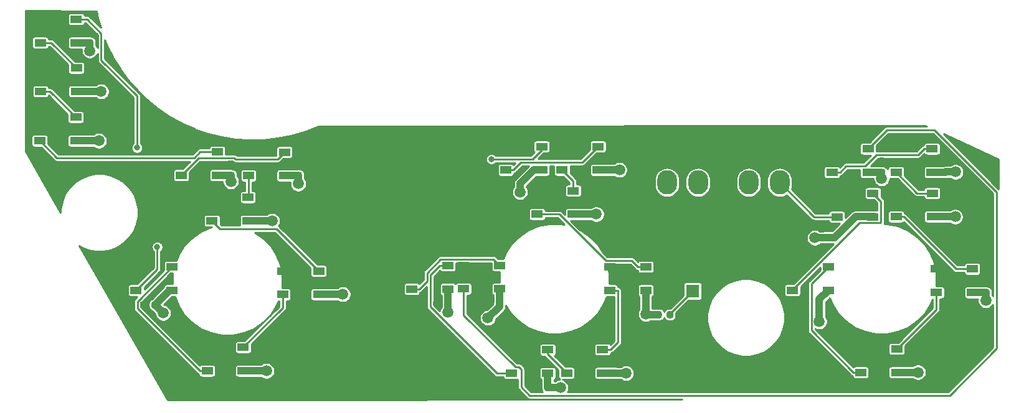
<source format=gbr>
G04 #@! TF.GenerationSoftware,KiCad,Pcbnew,(5.1.6)-1*
G04 #@! TF.CreationDate,2021-02-10T20:40:57+11:00*
G04 #@! TF.ProjectId,ELEC Panel Panel PCB V2,454c4543-2050-4616-9e65-6c2050616e65,rev?*
G04 #@! TF.SameCoordinates,Original*
G04 #@! TF.FileFunction,Copper,L1,Top*
G04 #@! TF.FilePolarity,Positive*
%FSLAX46Y46*%
G04 Gerber Fmt 4.6, Leading zero omitted, Abs format (unit mm)*
G04 Created by KiCad (PCBNEW (5.1.6)-1) date 2021-02-10 20:40:57*
%MOMM*%
%LPD*%
G01*
G04 APERTURE LIST*
G04 #@! TA.AperFunction,ComponentPad*
%ADD10O,2.700000X3.300000*%
G04 #@! TD*
G04 #@! TA.AperFunction,SMDPad,CuDef*
%ADD11R,1.500000X1.000000*%
G04 #@! TD*
G04 #@! TA.AperFunction,ComponentPad*
%ADD12C,1.800000*%
G04 #@! TD*
G04 #@! TA.AperFunction,ComponentPad*
%ADD13R,1.800000X1.800000*%
G04 #@! TD*
G04 #@! TA.AperFunction,ViaPad*
%ADD14C,1.500000*%
G04 #@! TD*
G04 #@! TA.AperFunction,ViaPad*
%ADD15C,0.800000*%
G04 #@! TD*
G04 #@! TA.AperFunction,Conductor*
%ADD16C,1.000000*%
G04 #@! TD*
G04 #@! TA.AperFunction,Conductor*
%ADD17C,0.250000*%
G04 #@! TD*
G04 #@! TA.AperFunction,Conductor*
%ADD18C,0.254000*%
G04 #@! TD*
G04 APERTURE END LIST*
G04 #@! TO.P,C25,2*
G04 #@! TO.N,/LEDGND*
G04 #@! TA.AperFunction,SMDPad,CuDef*
G36*
G01*
X139236250Y-129590000D02*
X138723750Y-129590000D01*
G75*
G02*
X138505000Y-129371250I0J218750D01*
G01*
X138505000Y-128933750D01*
G75*
G02*
X138723750Y-128715000I218750J0D01*
G01*
X139236250Y-128715000D01*
G75*
G02*
X139455000Y-128933750I0J-218750D01*
G01*
X139455000Y-129371250D01*
G75*
G02*
X139236250Y-129590000I-218750J0D01*
G01*
G37*
G04 #@! TD.AperFunction*
G04 #@! TO.P,C25,1*
G04 #@! TO.N,/LED+5V*
G04 #@! TA.AperFunction,SMDPad,CuDef*
G36*
G01*
X139236250Y-131165000D02*
X138723750Y-131165000D01*
G75*
G02*
X138505000Y-130946250I0J218750D01*
G01*
X138505000Y-130508750D01*
G75*
G02*
X138723750Y-130290000I218750J0D01*
G01*
X139236250Y-130290000D01*
G75*
G02*
X139455000Y-130508750I0J-218750D01*
G01*
X139455000Y-130946250D01*
G75*
G02*
X139236250Y-131165000I-218750J0D01*
G01*
G37*
G04 #@! TD.AperFunction*
G04 #@! TD*
G04 #@! TO.P,C24,2*
G04 #@! TO.N,/LEDGND*
G04 #@! TA.AperFunction,SMDPad,CuDef*
G36*
G01*
X138707500Y-138443750D02*
X138707500Y-138956250D01*
G75*
G02*
X138488750Y-139175000I-218750J0D01*
G01*
X138051250Y-139175000D01*
G75*
G02*
X137832500Y-138956250I0J218750D01*
G01*
X137832500Y-138443750D01*
G75*
G02*
X138051250Y-138225000I218750J0D01*
G01*
X138488750Y-138225000D01*
G75*
G02*
X138707500Y-138443750I0J-218750D01*
G01*
G37*
G04 #@! TD.AperFunction*
G04 #@! TO.P,C24,1*
G04 #@! TO.N,/LED+5V*
G04 #@! TA.AperFunction,SMDPad,CuDef*
G36*
G01*
X140282500Y-138443750D02*
X140282500Y-138956250D01*
G75*
G02*
X140063750Y-139175000I-218750J0D01*
G01*
X139626250Y-139175000D01*
G75*
G02*
X139407500Y-138956250I0J218750D01*
G01*
X139407500Y-138443750D01*
G75*
G02*
X139626250Y-138225000I218750J0D01*
G01*
X140063750Y-138225000D01*
G75*
G02*
X140282500Y-138443750I0J-218750D01*
G01*
G37*
G04 #@! TD.AperFunction*
G04 #@! TD*
G04 #@! TO.P,C23,2*
G04 #@! TO.N,/LEDGND*
G04 #@! TA.AperFunction,SMDPad,CuDef*
G36*
G01*
X150343750Y-147102000D02*
X150856250Y-147102000D01*
G75*
G02*
X151075000Y-147320750I0J-218750D01*
G01*
X151075000Y-147758250D01*
G75*
G02*
X150856250Y-147977000I-218750J0D01*
G01*
X150343750Y-147977000D01*
G75*
G02*
X150125000Y-147758250I0J218750D01*
G01*
X150125000Y-147320750D01*
G75*
G02*
X150343750Y-147102000I218750J0D01*
G01*
G37*
G04 #@! TD.AperFunction*
G04 #@! TO.P,C23,1*
G04 #@! TO.N,/LED+5V*
G04 #@! TA.AperFunction,SMDPad,CuDef*
G36*
G01*
X150343750Y-145527000D02*
X150856250Y-145527000D01*
G75*
G02*
X151075000Y-145745750I0J-218750D01*
G01*
X151075000Y-146183250D01*
G75*
G02*
X150856250Y-146402000I-218750J0D01*
G01*
X150343750Y-146402000D01*
G75*
G02*
X150125000Y-146183250I0J218750D01*
G01*
X150125000Y-145745750D01*
G75*
G02*
X150343750Y-145527000I218750J0D01*
G01*
G37*
G04 #@! TD.AperFunction*
G04 #@! TD*
G04 #@! TO.P,C22,2*
G04 #@! TO.N,/LEDGND*
G04 #@! TA.AperFunction,SMDPad,CuDef*
G36*
G01*
X160653750Y-136220000D02*
X161166250Y-136220000D01*
G75*
G02*
X161385000Y-136438750I0J-218750D01*
G01*
X161385000Y-136876250D01*
G75*
G02*
X161166250Y-137095000I-218750J0D01*
G01*
X160653750Y-137095000D01*
G75*
G02*
X160435000Y-136876250I0J218750D01*
G01*
X160435000Y-136438750D01*
G75*
G02*
X160653750Y-136220000I218750J0D01*
G01*
G37*
G04 #@! TD.AperFunction*
G04 #@! TO.P,C22,1*
G04 #@! TO.N,/LED+5V*
G04 #@! TA.AperFunction,SMDPad,CuDef*
G36*
G01*
X160653750Y-134645000D02*
X161166250Y-134645000D01*
G75*
G02*
X161385000Y-134863750I0J-218750D01*
G01*
X161385000Y-135301250D01*
G75*
G02*
X161166250Y-135520000I-218750J0D01*
G01*
X160653750Y-135520000D01*
G75*
G02*
X160435000Y-135301250I0J218750D01*
G01*
X160435000Y-134863750D01*
G75*
G02*
X160653750Y-134645000I218750J0D01*
G01*
G37*
G04 #@! TD.AperFunction*
G04 #@! TD*
G04 #@! TO.P,C21,2*
G04 #@! TO.N,/LEDGND*
G04 #@! TA.AperFunction,SMDPad,CuDef*
G36*
G01*
X155193750Y-125912000D02*
X155706250Y-125912000D01*
G75*
G02*
X155925000Y-126130750I0J-218750D01*
G01*
X155925000Y-126568250D01*
G75*
G02*
X155706250Y-126787000I-218750J0D01*
G01*
X155193750Y-126787000D01*
G75*
G02*
X154975000Y-126568250I0J218750D01*
G01*
X154975000Y-126130750D01*
G75*
G02*
X155193750Y-125912000I218750J0D01*
G01*
G37*
G04 #@! TD.AperFunction*
G04 #@! TO.P,C21,1*
G04 #@! TO.N,/LED+5V*
G04 #@! TA.AperFunction,SMDPad,CuDef*
G36*
G01*
X155193750Y-124337000D02*
X155706250Y-124337000D01*
G75*
G02*
X155925000Y-124555750I0J-218750D01*
G01*
X155925000Y-124993250D01*
G75*
G02*
X155706250Y-125212000I-218750J0D01*
G01*
X155193750Y-125212000D01*
G75*
G02*
X154975000Y-124993250I0J218750D01*
G01*
X154975000Y-124555750D01*
G75*
G02*
X155193750Y-124337000I218750J0D01*
G01*
G37*
G04 #@! TD.AperFunction*
G04 #@! TD*
G04 #@! TO.P,C20,2*
G04 #@! TO.N,/LEDGND*
G04 #@! TA.AperFunction,SMDPad,CuDef*
G36*
G01*
X155193750Y-119812000D02*
X155706250Y-119812000D01*
G75*
G02*
X155925000Y-120030750I0J-218750D01*
G01*
X155925000Y-120468250D01*
G75*
G02*
X155706250Y-120687000I-218750J0D01*
G01*
X155193750Y-120687000D01*
G75*
G02*
X154975000Y-120468250I0J218750D01*
G01*
X154975000Y-120030750D01*
G75*
G02*
X155193750Y-119812000I218750J0D01*
G01*
G37*
G04 #@! TD.AperFunction*
G04 #@! TO.P,C20,1*
G04 #@! TO.N,/LED+5V*
G04 #@! TA.AperFunction,SMDPad,CuDef*
G36*
G01*
X155193750Y-118237000D02*
X155706250Y-118237000D01*
G75*
G02*
X155925000Y-118455750I0J-218750D01*
G01*
X155925000Y-118893250D01*
G75*
G02*
X155706250Y-119112000I-218750J0D01*
G01*
X155193750Y-119112000D01*
G75*
G02*
X154975000Y-118893250I0J218750D01*
G01*
X154975000Y-118455750D01*
G75*
G02*
X155193750Y-118237000I218750J0D01*
G01*
G37*
G04 #@! TD.AperFunction*
G04 #@! TD*
G04 #@! TO.P,R1,2*
G04 #@! TO.N,/LEDGND*
G04 #@! TA.AperFunction,SMDPad,CuDef*
G36*
G01*
X116840000Y-139423750D02*
X116840000Y-139936250D01*
G75*
G02*
X116621250Y-140155000I-218750J0D01*
G01*
X116183750Y-140155000D01*
G75*
G02*
X115965000Y-139936250I0J218750D01*
G01*
X115965000Y-139423750D01*
G75*
G02*
X116183750Y-139205000I218750J0D01*
G01*
X116621250Y-139205000D01*
G75*
G02*
X116840000Y-139423750I0J-218750D01*
G01*
G37*
G04 #@! TD.AperFunction*
G04 #@! TO.P,R1,1*
G04 #@! TO.N,Net-(D1-Pad1)*
G04 #@! TA.AperFunction,SMDPad,CuDef*
G36*
G01*
X118415000Y-139423750D02*
X118415000Y-139936250D01*
G75*
G02*
X118196250Y-140155000I-218750J0D01*
G01*
X117758750Y-140155000D01*
G75*
G02*
X117540000Y-139936250I0J218750D01*
G01*
X117540000Y-139423750D01*
G75*
G02*
X117758750Y-139205000I218750J0D01*
G01*
X118196250Y-139205000D01*
G75*
G02*
X118415000Y-139423750I0J-218750D01*
G01*
G37*
G04 #@! TD.AperFunction*
G04 #@! TD*
D10*
G04 #@! TO.P,J2,4*
G04 #@! TO.N,/DATAOUT*
X132870000Y-121680000D03*
G04 #@! TO.P,J2,3*
G04 #@! TO.N,/LEDGND*
X128670000Y-121680000D03*
G04 #@! TO.P,J2,2*
G04 #@! TO.N,/LED+5V*
X132870000Y-127180000D03*
G04 #@! TO.P,J2,1*
G04 #@! TA.AperFunction,ComponentPad*
G36*
G01*
X127320000Y-128579999D02*
X127320000Y-125780001D01*
G75*
G02*
X127570001Y-125530000I250001J0D01*
G01*
X129769999Y-125530000D01*
G75*
G02*
X130020000Y-125780001I0J-250001D01*
G01*
X130020000Y-128579999D01*
G75*
G02*
X129769999Y-128830000I-250001J0D01*
G01*
X127570001Y-128830000D01*
G75*
G02*
X127320000Y-128579999I0J250001D01*
G01*
G37*
G04 #@! TD.AperFunction*
G04 #@! TD*
G04 #@! TO.P,J1,4*
G04 #@! TO.N,/DATAIN*
X121780000Y-121680000D03*
G04 #@! TO.P,J1,3*
G04 #@! TO.N,/LEDGND*
X117580000Y-121680000D03*
G04 #@! TO.P,J1,2*
G04 #@! TO.N,/LED+5V*
X121780000Y-127180000D03*
G04 #@! TO.P,J1,1*
G04 #@! TA.AperFunction,ComponentPad*
G36*
G01*
X116230000Y-128579999D02*
X116230000Y-125780001D01*
G75*
G02*
X116480001Y-125530000I250001J0D01*
G01*
X118679999Y-125530000D01*
G75*
G02*
X118930000Y-125780001I0J-250001D01*
G01*
X118930000Y-128579999D01*
G75*
G02*
X118679999Y-128830000I-250001J0D01*
G01*
X116480001Y-128830000D01*
G75*
G02*
X116230000Y-128579999I0J250001D01*
G01*
G37*
G04 #@! TD.AperFunction*
G04 #@! TD*
G04 #@! TO.P,C19,2*
G04 #@! TO.N,/LEDGND*
G04 #@! TA.AperFunction,SMDPad,CuDef*
G36*
G01*
X146493750Y-119862000D02*
X147006250Y-119862000D01*
G75*
G02*
X147225000Y-120080750I0J-218750D01*
G01*
X147225000Y-120518250D01*
G75*
G02*
X147006250Y-120737000I-218750J0D01*
G01*
X146493750Y-120737000D01*
G75*
G02*
X146275000Y-120518250I0J218750D01*
G01*
X146275000Y-120080750D01*
G75*
G02*
X146493750Y-119862000I218750J0D01*
G01*
G37*
G04 #@! TD.AperFunction*
G04 #@! TO.P,C19,1*
G04 #@! TO.N,/LED+5V*
G04 #@! TA.AperFunction,SMDPad,CuDef*
G36*
G01*
X146493750Y-118287000D02*
X147006250Y-118287000D01*
G75*
G02*
X147225000Y-118505750I0J-218750D01*
G01*
X147225000Y-118943250D01*
G75*
G02*
X147006250Y-119162000I-218750J0D01*
G01*
X146493750Y-119162000D01*
G75*
G02*
X146275000Y-118943250I0J218750D01*
G01*
X146275000Y-118505750D01*
G75*
G02*
X146493750Y-118287000I218750J0D01*
G01*
G37*
G04 #@! TD.AperFunction*
G04 #@! TD*
G04 #@! TO.P,C18,2*
G04 #@! TO.N,/LEDGND*
G04 #@! TA.AperFunction,SMDPad,CuDef*
G36*
G01*
X94362500Y-138356250D02*
X94362500Y-137843750D01*
G75*
G02*
X94581250Y-137625000I218750J0D01*
G01*
X95018750Y-137625000D01*
G75*
G02*
X95237500Y-137843750I0J-218750D01*
G01*
X95237500Y-138356250D01*
G75*
G02*
X95018750Y-138575000I-218750J0D01*
G01*
X94581250Y-138575000D01*
G75*
G02*
X94362500Y-138356250I0J218750D01*
G01*
G37*
G04 #@! TD.AperFunction*
G04 #@! TO.P,C18,1*
G04 #@! TO.N,/LED+5V*
G04 #@! TA.AperFunction,SMDPad,CuDef*
G36*
G01*
X92787500Y-138356250D02*
X92787500Y-137843750D01*
G75*
G02*
X93006250Y-137625000I218750J0D01*
G01*
X93443750Y-137625000D01*
G75*
G02*
X93662500Y-137843750I0J-218750D01*
G01*
X93662500Y-138356250D01*
G75*
G02*
X93443750Y-138575000I-218750J0D01*
G01*
X93006250Y-138575000D01*
G75*
G02*
X92787500Y-138356250I0J218750D01*
G01*
G37*
G04 #@! TD.AperFunction*
G04 #@! TD*
G04 #@! TO.P,C17,2*
G04 #@! TO.N,/LEDGND*
G04 #@! TA.AperFunction,SMDPad,CuDef*
G36*
G01*
X87362500Y-138406250D02*
X87362500Y-137893750D01*
G75*
G02*
X87581250Y-137675000I218750J0D01*
G01*
X88018750Y-137675000D01*
G75*
G02*
X88237500Y-137893750I0J-218750D01*
G01*
X88237500Y-138406250D01*
G75*
G02*
X88018750Y-138625000I-218750J0D01*
G01*
X87581250Y-138625000D01*
G75*
G02*
X87362500Y-138406250I0J218750D01*
G01*
G37*
G04 #@! TD.AperFunction*
G04 #@! TO.P,C17,1*
G04 #@! TO.N,/LED+5V*
G04 #@! TA.AperFunction,SMDPad,CuDef*
G36*
G01*
X85787500Y-138406250D02*
X85787500Y-137893750D01*
G75*
G02*
X86006250Y-137675000I218750J0D01*
G01*
X86443750Y-137675000D01*
G75*
G02*
X86662500Y-137893750I0J-218750D01*
G01*
X86662500Y-138406250D01*
G75*
G02*
X86443750Y-138625000I-218750J0D01*
G01*
X86006250Y-138625000D01*
G75*
G02*
X85787500Y-138406250I0J218750D01*
G01*
G37*
G04 #@! TD.AperFunction*
G04 #@! TD*
G04 #@! TO.P,C16,2*
G04 #@! TO.N,/LEDGND*
G04 #@! TA.AperFunction,SMDPad,CuDef*
G36*
G01*
X100912000Y-149856250D02*
X100912000Y-149343750D01*
G75*
G02*
X101130750Y-149125000I218750J0D01*
G01*
X101568250Y-149125000D01*
G75*
G02*
X101787000Y-149343750I0J-218750D01*
G01*
X101787000Y-149856250D01*
G75*
G02*
X101568250Y-150075000I-218750J0D01*
G01*
X101130750Y-150075000D01*
G75*
G02*
X100912000Y-149856250I0J218750D01*
G01*
G37*
G04 #@! TD.AperFunction*
G04 #@! TO.P,C16,1*
G04 #@! TO.N,/LED+5V*
G04 #@! TA.AperFunction,SMDPad,CuDef*
G36*
G01*
X99337000Y-149856250D02*
X99337000Y-149343750D01*
G75*
G02*
X99555750Y-149125000I218750J0D01*
G01*
X99993250Y-149125000D01*
G75*
G02*
X100212000Y-149343750I0J-218750D01*
G01*
X100212000Y-149856250D01*
G75*
G02*
X99993250Y-150075000I-218750J0D01*
G01*
X99555750Y-150075000D01*
G75*
G02*
X99337000Y-149856250I0J218750D01*
G01*
G37*
G04 #@! TD.AperFunction*
G04 #@! TD*
G04 #@! TO.P,C15,2*
G04 #@! TO.N,/LEDGND*
G04 #@! TA.AperFunction,SMDPad,CuDef*
G36*
G01*
X110393750Y-147212000D02*
X110906250Y-147212000D01*
G75*
G02*
X111125000Y-147430750I0J-218750D01*
G01*
X111125000Y-147868250D01*
G75*
G02*
X110906250Y-148087000I-218750J0D01*
G01*
X110393750Y-148087000D01*
G75*
G02*
X110175000Y-147868250I0J218750D01*
G01*
X110175000Y-147430750D01*
G75*
G02*
X110393750Y-147212000I218750J0D01*
G01*
G37*
G04 #@! TD.AperFunction*
G04 #@! TO.P,C15,1*
G04 #@! TO.N,/LED+5V*
G04 #@! TA.AperFunction,SMDPad,CuDef*
G36*
G01*
X110393750Y-145637000D02*
X110906250Y-145637000D01*
G75*
G02*
X111125000Y-145855750I0J-218750D01*
G01*
X111125000Y-146293250D01*
G75*
G02*
X110906250Y-146512000I-218750J0D01*
G01*
X110393750Y-146512000D01*
G75*
G02*
X110175000Y-146293250I0J218750D01*
G01*
X110175000Y-145855750D01*
G75*
G02*
X110393750Y-145637000I218750J0D01*
G01*
G37*
G04 #@! TD.AperFunction*
G04 #@! TD*
G04 #@! TO.P,C14,2*
G04 #@! TO.N,/LEDGND*
G04 #@! TA.AperFunction,SMDPad,CuDef*
G36*
G01*
X114250000Y-138556250D02*
X114250000Y-138043750D01*
G75*
G02*
X114468750Y-137825000I218750J0D01*
G01*
X114906250Y-137825000D01*
G75*
G02*
X115125000Y-138043750I0J-218750D01*
G01*
X115125000Y-138556250D01*
G75*
G02*
X114906250Y-138775000I-218750J0D01*
G01*
X114468750Y-138775000D01*
G75*
G02*
X114250000Y-138556250I0J218750D01*
G01*
G37*
G04 #@! TD.AperFunction*
G04 #@! TO.P,C14,1*
G04 #@! TO.N,/LED+5V*
G04 #@! TA.AperFunction,SMDPad,CuDef*
G36*
G01*
X112675000Y-138556250D02*
X112675000Y-138043750D01*
G75*
G02*
X112893750Y-137825000I218750J0D01*
G01*
X113331250Y-137825000D01*
G75*
G02*
X113550000Y-138043750I0J-218750D01*
G01*
X113550000Y-138556250D01*
G75*
G02*
X113331250Y-138775000I-218750J0D01*
G01*
X112893750Y-138775000D01*
G75*
G02*
X112675000Y-138556250I0J218750D01*
G01*
G37*
G04 #@! TD.AperFunction*
G04 #@! TD*
G04 #@! TO.P,C13,2*
G04 #@! TO.N,/LEDGND*
G04 #@! TA.AperFunction,SMDPad,CuDef*
G36*
G01*
X106393750Y-125562000D02*
X106906250Y-125562000D01*
G75*
G02*
X107125000Y-125780750I0J-218750D01*
G01*
X107125000Y-126218250D01*
G75*
G02*
X106906250Y-126437000I-218750J0D01*
G01*
X106393750Y-126437000D01*
G75*
G02*
X106175000Y-126218250I0J218750D01*
G01*
X106175000Y-125780750D01*
G75*
G02*
X106393750Y-125562000I218750J0D01*
G01*
G37*
G04 #@! TD.AperFunction*
G04 #@! TO.P,C13,1*
G04 #@! TO.N,/LED+5V*
G04 #@! TA.AperFunction,SMDPad,CuDef*
G36*
G01*
X106393750Y-123987000D02*
X106906250Y-123987000D01*
G75*
G02*
X107125000Y-124205750I0J-218750D01*
G01*
X107125000Y-124643250D01*
G75*
G02*
X106906250Y-124862000I-218750J0D01*
G01*
X106393750Y-124862000D01*
G75*
G02*
X106175000Y-124643250I0J218750D01*
G01*
X106175000Y-124205750D01*
G75*
G02*
X106393750Y-123987000I218750J0D01*
G01*
G37*
G04 #@! TD.AperFunction*
G04 #@! TD*
G04 #@! TO.P,C12,2*
G04 #@! TO.N,/LEDGND*
G04 #@! TA.AperFunction,SMDPad,CuDef*
G36*
G01*
X109743750Y-119538000D02*
X110256250Y-119538000D01*
G75*
G02*
X110475000Y-119756750I0J-218750D01*
G01*
X110475000Y-120194250D01*
G75*
G02*
X110256250Y-120413000I-218750J0D01*
G01*
X109743750Y-120413000D01*
G75*
G02*
X109525000Y-120194250I0J218750D01*
G01*
X109525000Y-119756750D01*
G75*
G02*
X109743750Y-119538000I218750J0D01*
G01*
G37*
G04 #@! TD.AperFunction*
G04 #@! TO.P,C12,1*
G04 #@! TO.N,/LED+5V*
G04 #@! TA.AperFunction,SMDPad,CuDef*
G36*
G01*
X109743750Y-117963000D02*
X110256250Y-117963000D01*
G75*
G02*
X110475000Y-118181750I0J-218750D01*
G01*
X110475000Y-118619250D01*
G75*
G02*
X110256250Y-118838000I-218750J0D01*
G01*
X109743750Y-118838000D01*
G75*
G02*
X109525000Y-118619250I0J218750D01*
G01*
X109525000Y-118181750D01*
G75*
G02*
X109743750Y-117963000I218750J0D01*
G01*
G37*
G04 #@! TD.AperFunction*
G04 #@! TD*
G04 #@! TO.P,C11,2*
G04 #@! TO.N,/LEDGND*
G04 #@! TA.AperFunction,SMDPad,CuDef*
G36*
G01*
X97162500Y-122256250D02*
X97162500Y-121743750D01*
G75*
G02*
X97381250Y-121525000I218750J0D01*
G01*
X97818750Y-121525000D01*
G75*
G02*
X98037500Y-121743750I0J-218750D01*
G01*
X98037500Y-122256250D01*
G75*
G02*
X97818750Y-122475000I-218750J0D01*
G01*
X97381250Y-122475000D01*
G75*
G02*
X97162500Y-122256250I0J218750D01*
G01*
G37*
G04 #@! TD.AperFunction*
G04 #@! TO.P,C11,1*
G04 #@! TO.N,/LED+5V*
G04 #@! TA.AperFunction,SMDPad,CuDef*
G36*
G01*
X95587500Y-122256250D02*
X95587500Y-121743750D01*
G75*
G02*
X95806250Y-121525000I218750J0D01*
G01*
X96243750Y-121525000D01*
G75*
G02*
X96462500Y-121743750I0J-218750D01*
G01*
X96462500Y-122256250D01*
G75*
G02*
X96243750Y-122475000I-218750J0D01*
G01*
X95806250Y-122475000D01*
G75*
G02*
X95587500Y-122256250I0J218750D01*
G01*
G37*
G04 #@! TD.AperFunction*
G04 #@! TD*
G04 #@! TO.P,C10,2*
G04 #@! TO.N,/LEDGND*
G04 #@! TA.AperFunction,SMDPad,CuDef*
G36*
G01*
X47512500Y-138606250D02*
X47512500Y-138093750D01*
G75*
G02*
X47731250Y-137875000I218750J0D01*
G01*
X48168750Y-137875000D01*
G75*
G02*
X48387500Y-138093750I0J-218750D01*
G01*
X48387500Y-138606250D01*
G75*
G02*
X48168750Y-138825000I-218750J0D01*
G01*
X47731250Y-138825000D01*
G75*
G02*
X47512500Y-138606250I0J218750D01*
G01*
G37*
G04 #@! TD.AperFunction*
G04 #@! TO.P,C10,1*
G04 #@! TO.N,/LED+5V*
G04 #@! TA.AperFunction,SMDPad,CuDef*
G36*
G01*
X45937500Y-138606250D02*
X45937500Y-138093750D01*
G75*
G02*
X46156250Y-137875000I218750J0D01*
G01*
X46593750Y-137875000D01*
G75*
G02*
X46812500Y-138093750I0J-218750D01*
G01*
X46812500Y-138606250D01*
G75*
G02*
X46593750Y-138825000I-218750J0D01*
G01*
X46156250Y-138825000D01*
G75*
G02*
X45937500Y-138606250I0J218750D01*
G01*
G37*
G04 #@! TD.AperFunction*
G04 #@! TD*
G04 #@! TO.P,C9,2*
G04 #@! TO.N,/LEDGND*
G04 #@! TA.AperFunction,SMDPad,CuDef*
G36*
G01*
X61543750Y-146888000D02*
X62056250Y-146888000D01*
G75*
G02*
X62275000Y-147106750I0J-218750D01*
G01*
X62275000Y-147544250D01*
G75*
G02*
X62056250Y-147763000I-218750J0D01*
G01*
X61543750Y-147763000D01*
G75*
G02*
X61325000Y-147544250I0J218750D01*
G01*
X61325000Y-147106750D01*
G75*
G02*
X61543750Y-146888000I218750J0D01*
G01*
G37*
G04 #@! TD.AperFunction*
G04 #@! TO.P,C9,1*
G04 #@! TO.N,/LED+5V*
G04 #@! TA.AperFunction,SMDPad,CuDef*
G36*
G01*
X61543750Y-145313000D02*
X62056250Y-145313000D01*
G75*
G02*
X62275000Y-145531750I0J-218750D01*
G01*
X62275000Y-145969250D01*
G75*
G02*
X62056250Y-146188000I-218750J0D01*
G01*
X61543750Y-146188000D01*
G75*
G02*
X61325000Y-145969250I0J218750D01*
G01*
X61325000Y-145531750D01*
G75*
G02*
X61543750Y-145313000I218750J0D01*
G01*
G37*
G04 #@! TD.AperFunction*
G04 #@! TD*
G04 #@! TO.P,C8,2*
G04 #@! TO.N,/LEDGND*
G04 #@! TA.AperFunction,SMDPad,CuDef*
G36*
G01*
X71793750Y-136488000D02*
X72306250Y-136488000D01*
G75*
G02*
X72525000Y-136706750I0J-218750D01*
G01*
X72525000Y-137144250D01*
G75*
G02*
X72306250Y-137363000I-218750J0D01*
G01*
X71793750Y-137363000D01*
G75*
G02*
X71575000Y-137144250I0J218750D01*
G01*
X71575000Y-136706750D01*
G75*
G02*
X71793750Y-136488000I218750J0D01*
G01*
G37*
G04 #@! TD.AperFunction*
G04 #@! TO.P,C8,1*
G04 #@! TO.N,/LED+5V*
G04 #@! TA.AperFunction,SMDPad,CuDef*
G36*
G01*
X71793750Y-134913000D02*
X72306250Y-134913000D01*
G75*
G02*
X72525000Y-135131750I0J-218750D01*
G01*
X72525000Y-135569250D01*
G75*
G02*
X72306250Y-135788000I-218750J0D01*
G01*
X71793750Y-135788000D01*
G75*
G02*
X71575000Y-135569250I0J218750D01*
G01*
X71575000Y-135131750D01*
G75*
G02*
X71793750Y-134913000I218750J0D01*
G01*
G37*
G04 #@! TD.AperFunction*
G04 #@! TD*
G04 #@! TO.P,C7,2*
G04 #@! TO.N,/LEDGND*
G04 #@! TA.AperFunction,SMDPad,CuDef*
G36*
G01*
X62193750Y-126462000D02*
X62706250Y-126462000D01*
G75*
G02*
X62925000Y-126680750I0J-218750D01*
G01*
X62925000Y-127118250D01*
G75*
G02*
X62706250Y-127337000I-218750J0D01*
G01*
X62193750Y-127337000D01*
G75*
G02*
X61975000Y-127118250I0J218750D01*
G01*
X61975000Y-126680750D01*
G75*
G02*
X62193750Y-126462000I218750J0D01*
G01*
G37*
G04 #@! TD.AperFunction*
G04 #@! TO.P,C7,1*
G04 #@! TO.N,/LED+5V*
G04 #@! TA.AperFunction,SMDPad,CuDef*
G36*
G01*
X62193750Y-124887000D02*
X62706250Y-124887000D01*
G75*
G02*
X62925000Y-125105750I0J-218750D01*
G01*
X62925000Y-125543250D01*
G75*
G02*
X62706250Y-125762000I-218750J0D01*
G01*
X62193750Y-125762000D01*
G75*
G02*
X61975000Y-125543250I0J218750D01*
G01*
X61975000Y-125105750D01*
G75*
G02*
X62193750Y-124887000I218750J0D01*
G01*
G37*
G04 #@! TD.AperFunction*
G04 #@! TD*
G04 #@! TO.P,C6,2*
G04 #@! TO.N,/LEDGND*
G04 #@! TA.AperFunction,SMDPad,CuDef*
G36*
G01*
X67193750Y-120262000D02*
X67706250Y-120262000D01*
G75*
G02*
X67925000Y-120480750I0J-218750D01*
G01*
X67925000Y-120918250D01*
G75*
G02*
X67706250Y-121137000I-218750J0D01*
G01*
X67193750Y-121137000D01*
G75*
G02*
X66975000Y-120918250I0J218750D01*
G01*
X66975000Y-120480750D01*
G75*
G02*
X67193750Y-120262000I218750J0D01*
G01*
G37*
G04 #@! TD.AperFunction*
G04 #@! TO.P,C6,1*
G04 #@! TO.N,/LED+5V*
G04 #@! TA.AperFunction,SMDPad,CuDef*
G36*
G01*
X67193750Y-118687000D02*
X67706250Y-118687000D01*
G75*
G02*
X67925000Y-118905750I0J-218750D01*
G01*
X67925000Y-119343250D01*
G75*
G02*
X67706250Y-119562000I-218750J0D01*
G01*
X67193750Y-119562000D01*
G75*
G02*
X66975000Y-119343250I0J218750D01*
G01*
X66975000Y-118905750D01*
G75*
G02*
X67193750Y-118687000I218750J0D01*
G01*
G37*
G04 #@! TD.AperFunction*
G04 #@! TD*
G04 #@! TO.P,C5,2*
G04 #@! TO.N,/LEDGND*
G04 #@! TA.AperFunction,SMDPad,CuDef*
G36*
G01*
X58043750Y-120262000D02*
X58556250Y-120262000D01*
G75*
G02*
X58775000Y-120480750I0J-218750D01*
G01*
X58775000Y-120918250D01*
G75*
G02*
X58556250Y-121137000I-218750J0D01*
G01*
X58043750Y-121137000D01*
G75*
G02*
X57825000Y-120918250I0J218750D01*
G01*
X57825000Y-120480750D01*
G75*
G02*
X58043750Y-120262000I218750J0D01*
G01*
G37*
G04 #@! TD.AperFunction*
G04 #@! TO.P,C5,1*
G04 #@! TO.N,/LED+5V*
G04 #@! TA.AperFunction,SMDPad,CuDef*
G36*
G01*
X58043750Y-118687000D02*
X58556250Y-118687000D01*
G75*
G02*
X58775000Y-118905750I0J-218750D01*
G01*
X58775000Y-119343250D01*
G75*
G02*
X58556250Y-119562000I-218750J0D01*
G01*
X58043750Y-119562000D01*
G75*
G02*
X57825000Y-119343250I0J218750D01*
G01*
X57825000Y-118905750D01*
G75*
G02*
X58043750Y-118687000I218750J0D01*
G01*
G37*
G04 #@! TD.AperFunction*
G04 #@! TD*
G04 #@! TO.P,C4,2*
G04 #@! TO.N,/LEDGND*
G04 #@! TA.AperFunction,SMDPad,CuDef*
G36*
G01*
X38793750Y-115562000D02*
X39306250Y-115562000D01*
G75*
G02*
X39525000Y-115780750I0J-218750D01*
G01*
X39525000Y-116218250D01*
G75*
G02*
X39306250Y-116437000I-218750J0D01*
G01*
X38793750Y-116437000D01*
G75*
G02*
X38575000Y-116218250I0J218750D01*
G01*
X38575000Y-115780750D01*
G75*
G02*
X38793750Y-115562000I218750J0D01*
G01*
G37*
G04 #@! TD.AperFunction*
G04 #@! TO.P,C4,1*
G04 #@! TO.N,/LED+5V*
G04 #@! TA.AperFunction,SMDPad,CuDef*
G36*
G01*
X38793750Y-113987000D02*
X39306250Y-113987000D01*
G75*
G02*
X39525000Y-114205750I0J-218750D01*
G01*
X39525000Y-114643250D01*
G75*
G02*
X39306250Y-114862000I-218750J0D01*
G01*
X38793750Y-114862000D01*
G75*
G02*
X38575000Y-114643250I0J218750D01*
G01*
X38575000Y-114205750D01*
G75*
G02*
X38793750Y-113987000I218750J0D01*
G01*
G37*
G04 #@! TD.AperFunction*
G04 #@! TD*
G04 #@! TO.P,C3,2*
G04 #@! TO.N,/LEDGND*
G04 #@! TA.AperFunction,SMDPad,CuDef*
G36*
G01*
X38893750Y-108862000D02*
X39406250Y-108862000D01*
G75*
G02*
X39625000Y-109080750I0J-218750D01*
G01*
X39625000Y-109518250D01*
G75*
G02*
X39406250Y-109737000I-218750J0D01*
G01*
X38893750Y-109737000D01*
G75*
G02*
X38675000Y-109518250I0J218750D01*
G01*
X38675000Y-109080750D01*
G75*
G02*
X38893750Y-108862000I218750J0D01*
G01*
G37*
G04 #@! TD.AperFunction*
G04 #@! TO.P,C3,1*
G04 #@! TO.N,/LED+5V*
G04 #@! TA.AperFunction,SMDPad,CuDef*
G36*
G01*
X38893750Y-107287000D02*
X39406250Y-107287000D01*
G75*
G02*
X39625000Y-107505750I0J-218750D01*
G01*
X39625000Y-107943250D01*
G75*
G02*
X39406250Y-108162000I-218750J0D01*
G01*
X38893750Y-108162000D01*
G75*
G02*
X38675000Y-107943250I0J218750D01*
G01*
X38675000Y-107505750D01*
G75*
G02*
X38893750Y-107287000I218750J0D01*
G01*
G37*
G04 #@! TD.AperFunction*
G04 #@! TD*
G04 #@! TO.P,C2,2*
G04 #@! TO.N,/LEDGND*
G04 #@! TA.AperFunction,SMDPad,CuDef*
G36*
G01*
X38843750Y-102212000D02*
X39356250Y-102212000D01*
G75*
G02*
X39575000Y-102430750I0J-218750D01*
G01*
X39575000Y-102868250D01*
G75*
G02*
X39356250Y-103087000I-218750J0D01*
G01*
X38843750Y-103087000D01*
G75*
G02*
X38625000Y-102868250I0J218750D01*
G01*
X38625000Y-102430750D01*
G75*
G02*
X38843750Y-102212000I218750J0D01*
G01*
G37*
G04 #@! TD.AperFunction*
G04 #@! TO.P,C2,1*
G04 #@! TO.N,/LED+5V*
G04 #@! TA.AperFunction,SMDPad,CuDef*
G36*
G01*
X38843750Y-100637000D02*
X39356250Y-100637000D01*
G75*
G02*
X39575000Y-100855750I0J-218750D01*
G01*
X39575000Y-101293250D01*
G75*
G02*
X39356250Y-101512000I-218750J0D01*
G01*
X38843750Y-101512000D01*
G75*
G02*
X38625000Y-101293250I0J218750D01*
G01*
X38625000Y-100855750D01*
G75*
G02*
X38843750Y-100637000I218750J0D01*
G01*
G37*
G04 #@! TD.AperFunction*
G04 #@! TD*
D11*
G04 #@! TO.P,D25,1*
G04 #@! TO.N,/LED+5V*
X140667000Y-123165000D03*
G04 #@! TO.P,D25,2*
G04 #@! TO.N,/DATAOUT*
X140667000Y-126365000D03*
G04 #@! TO.P,D25,4*
G04 #@! TO.N,Net-(D24-Pad2)*
X145567000Y-123165000D03*
G04 #@! TO.P,D25,3*
G04 #@! TO.N,/LEDGND*
X145567000Y-126365000D03*
G04 #@! TD*
G04 #@! TO.P,D24,1*
G04 #@! TO.N,/LED+5V*
X134622000Y-133147000D03*
G04 #@! TO.P,D24,2*
G04 #@! TO.N,Net-(D24-Pad2)*
X134622000Y-136347000D03*
G04 #@! TO.P,D24,4*
G04 #@! TO.N,Net-(D23-Pad2)*
X139522000Y-133147000D03*
G04 #@! TO.P,D24,3*
G04 #@! TO.N,/LEDGND*
X139522000Y-136347000D03*
G04 #@! TD*
G04 #@! TO.P,D23,1*
G04 #@! TO.N,/LED+5V*
X143905000Y-144348000D03*
G04 #@! TO.P,D23,2*
G04 #@! TO.N,Net-(D23-Pad2)*
X143905000Y-147548000D03*
G04 #@! TO.P,D23,4*
G04 #@! TO.N,Net-(D22-Pad2)*
X148805000Y-144348000D03*
G04 #@! TO.P,D23,3*
G04 #@! TO.N,/LEDGND*
X148805000Y-147548000D03*
G04 #@! TD*
G04 #@! TO.P,D22,1*
G04 #@! TO.N,/LED+5V*
X154180000Y-133452000D03*
G04 #@! TO.P,D22,2*
G04 #@! TO.N,Net-(D22-Pad2)*
X154180000Y-136652000D03*
G04 #@! TO.P,D22,4*
G04 #@! TO.N,Net-(D21-Pad2)*
X159080000Y-133452000D03*
G04 #@! TO.P,D22,3*
G04 #@! TO.N,/LEDGND*
X159080000Y-136652000D03*
G04 #@! TD*
G04 #@! TO.P,D21,1*
G04 #@! TO.N,/LED+5V*
X148717000Y-123139000D03*
G04 #@! TO.P,D21,2*
G04 #@! TO.N,Net-(D21-Pad2)*
X148717000Y-126339000D03*
G04 #@! TO.P,D21,4*
G04 #@! TO.N,Net-(D20-Pad2)*
X153617000Y-123139000D03*
G04 #@! TO.P,D21,3*
G04 #@! TO.N,/LEDGND*
X153617000Y-126339000D03*
G04 #@! TD*
G04 #@! TO.P,D20,1*
G04 #@! TO.N,/LED+5V*
X148705000Y-117094000D03*
G04 #@! TO.P,D20,2*
G04 #@! TO.N,Net-(D20-Pad2)*
X148705000Y-120294000D03*
G04 #@! TO.P,D20,4*
G04 #@! TO.N,Net-(D19-Pad2)*
X153605000Y-117094000D03*
G04 #@! TO.P,D20,3*
G04 #@! TO.N,/LEDGND*
X153605000Y-120294000D03*
G04 #@! TD*
G04 #@! TO.P,D19,1*
G04 #@! TO.N,/LED+5V*
X140005000Y-117094000D03*
G04 #@! TO.P,D19,2*
G04 #@! TO.N,Net-(D19-Pad2)*
X140005000Y-120294000D03*
G04 #@! TO.P,D19,4*
G04 #@! TO.N,Net-(D18-Pad2)*
X144905000Y-117094000D03*
G04 #@! TO.P,D19,3*
G04 #@! TO.N,/LEDGND*
X144905000Y-120294000D03*
G04 #@! TD*
G04 #@! TO.P,D18,1*
G04 #@! TO.N,/LED+5V*
X89918200Y-132969000D03*
G04 #@! TO.P,D18,2*
G04 #@! TO.N,Net-(D18-Pad2)*
X89918200Y-136169000D03*
G04 #@! TO.P,D18,4*
G04 #@! TO.N,Net-(D17-Pad2)*
X94818200Y-132969000D03*
G04 #@! TO.P,D18,3*
G04 #@! TO.N,/LEDGND*
X94818200Y-136169000D03*
G04 #@! TD*
G04 #@! TO.P,D17,1*
G04 #@! TO.N,/LED+5V*
X82880200Y-132994000D03*
G04 #@! TO.P,D17,2*
G04 #@! TO.N,Net-(D17-Pad2)*
X82880200Y-136194000D03*
G04 #@! TO.P,D17,4*
G04 #@! TO.N,Net-(D16-Pad2)*
X87780200Y-132994000D03*
G04 #@! TO.P,D17,3*
G04 #@! TO.N,/LEDGND*
X87780200Y-136194000D03*
G04 #@! TD*
G04 #@! TO.P,D16,1*
G04 #@! TO.N,/LED+5V*
X96443800Y-144450000D03*
G04 #@! TO.P,D16,2*
G04 #@! TO.N,Net-(D16-Pad2)*
X96443800Y-147650000D03*
G04 #@! TO.P,D16,4*
G04 #@! TO.N,Net-(D15-Pad2)*
X101343800Y-144450000D03*
G04 #@! TO.P,D16,3*
G04 #@! TO.N,/LEDGND*
X101343800Y-147650000D03*
G04 #@! TD*
G04 #@! TO.P,D15,1*
G04 #@! TO.N,/LED+5V*
X103914000Y-144424000D03*
G04 #@! TO.P,D15,2*
G04 #@! TO.N,Net-(D15-Pad2)*
X103914000Y-147624000D03*
G04 #@! TO.P,D15,4*
G04 #@! TO.N,Net-(D14-Pad2)*
X108814000Y-144424000D03*
G04 #@! TO.P,D15,3*
G04 #@! TO.N,/LEDGND*
X108814000Y-147624000D03*
G04 #@! TD*
G04 #@! TO.P,D14,1*
G04 #@! TO.N,/LED+5V*
X109793000Y-133172000D03*
G04 #@! TO.P,D14,2*
G04 #@! TO.N,Net-(D14-Pad2)*
X109793000Y-136372000D03*
G04 #@! TO.P,D14,4*
G04 #@! TO.N,/DATAOUT1*
X114693000Y-133172000D03*
G04 #@! TO.P,D14,3*
G04 #@! TO.N,/LEDGND*
X114693000Y-136372000D03*
G04 #@! TD*
G04 #@! TO.P,D13,1*
G04 #@! TO.N,/LED+5V*
X99926000Y-122809000D03*
G04 #@! TO.P,D13,2*
G04 #@! TO.N,/DATAOUT1*
X99926000Y-126009000D03*
G04 #@! TO.P,D13,4*
G04 #@! TO.N,Net-(D12-Pad2)*
X104826000Y-122809000D03*
G04 #@! TO.P,D13,3*
G04 #@! TO.N,/LEDGND*
X104826000Y-126009000D03*
G04 #@! TD*
G04 #@! TO.P,D12,1*
G04 #@! TO.N,/LED+5V*
X103304000Y-116789000D03*
G04 #@! TO.P,D12,2*
G04 #@! TO.N,Net-(D12-Pad2)*
X103304000Y-119989000D03*
G04 #@! TO.P,D12,4*
G04 #@! TO.N,Net-(D11-Pad2)*
X108204000Y-116789000D03*
G04 #@! TO.P,D12,3*
G04 #@! TO.N,/LEDGND*
X108204000Y-119989000D03*
G04 #@! TD*
G04 #@! TO.P,D11,1*
G04 #@! TO.N,/LED+5V*
X95644800Y-116789000D03*
G04 #@! TO.P,D11,2*
G04 #@! TO.N,Net-(D11-Pad2)*
X95644800Y-119989000D03*
G04 #@! TO.P,D11,4*
G04 #@! TO.N,Net-(D10-Pad2)*
X100544800Y-116789000D03*
G04 #@! TO.P,D11,3*
G04 #@! TO.N,/LEDGND*
X100544800Y-119989000D03*
G04 #@! TD*
G04 #@! TO.P,D10,1*
G04 #@! TO.N,/LED+5V*
X45392000Y-133172000D03*
G04 #@! TO.P,D10,2*
G04 #@! TO.N,Net-(D10-Pad2)*
X45392000Y-136372000D03*
G04 #@! TO.P,D10,4*
G04 #@! TO.N,Net-(D10-Pad4)*
X50292000Y-133172000D03*
G04 #@! TO.P,D10,3*
G04 #@! TO.N,/LEDGND*
X50292000Y-136372000D03*
G04 #@! TD*
G04 #@! TO.P,D9,1*
G04 #@! TO.N,/LED+5V*
X55069400Y-144120000D03*
G04 #@! TO.P,D9,2*
G04 #@! TO.N,Net-(D10-Pad4)*
X55069400Y-147320000D03*
G04 #@! TO.P,D9,4*
G04 #@! TO.N,Net-(D8-Pad2)*
X59969400Y-144120000D03*
G04 #@! TO.P,D9,3*
G04 #@! TO.N,/LEDGND*
X59969400Y-147320000D03*
G04 #@! TD*
G04 #@! TO.P,D8,1*
G04 #@! TO.N,/LED+5V*
X65331000Y-133731000D03*
G04 #@! TO.P,D8,2*
G04 #@! TO.N,Net-(D8-Pad2)*
X65331000Y-136931000D03*
G04 #@! TO.P,D8,4*
G04 #@! TO.N,Net-(D7-Pad2)*
X70231000Y-133731000D03*
G04 #@! TO.P,D8,3*
G04 #@! TO.N,/LEDGND*
X70231000Y-136931000D03*
G04 #@! TD*
G04 #@! TO.P,D7,1*
G04 #@! TO.N,/LED+5V*
X55716000Y-123698000D03*
G04 #@! TO.P,D7,2*
G04 #@! TO.N,Net-(D7-Pad2)*
X55716000Y-126898000D03*
G04 #@! TO.P,D7,4*
G04 #@! TO.N,Net-(D6-Pad2)*
X60616000Y-123698000D03*
G04 #@! TO.P,D7,3*
G04 #@! TO.N,/LEDGND*
X60616000Y-126898000D03*
G04 #@! TD*
G04 #@! TO.P,D6,1*
G04 #@! TO.N,/LED+5V*
X60680600Y-117551000D03*
G04 #@! TO.P,D6,2*
G04 #@! TO.N,Net-(D6-Pad2)*
X60680600Y-120751000D03*
G04 #@! TO.P,D6,4*
G04 #@! TO.N,Net-(D5-Pad2)*
X65580600Y-117551000D03*
G04 #@! TO.P,D6,3*
G04 #@! TO.N,/LEDGND*
X65580600Y-120751000D03*
G04 #@! TD*
G04 #@! TO.P,D5,1*
G04 #@! TO.N,/LED+5V*
X51550400Y-117501000D03*
G04 #@! TO.P,D5,2*
G04 #@! TO.N,Net-(D5-Pad2)*
X51550400Y-120701000D03*
G04 #@! TO.P,D5,4*
G04 #@! TO.N,Net-(D4-Pad2)*
X56450400Y-117501000D03*
G04 #@! TO.P,D5,3*
G04 #@! TO.N,/LEDGND*
X56450400Y-120701000D03*
G04 #@! TD*
G04 #@! TO.P,D4,1*
G04 #@! TO.N,/LED+5V*
X32311000Y-112802000D03*
G04 #@! TO.P,D4,2*
G04 #@! TO.N,Net-(D4-Pad2)*
X32311000Y-116002000D03*
G04 #@! TO.P,D4,4*
G04 #@! TO.N,Net-(D3-Pad2)*
X37211000Y-112802000D03*
G04 #@! TO.P,D4,3*
G04 #@! TO.N,/LEDGND*
X37211000Y-116002000D03*
G04 #@! TD*
G04 #@! TO.P,D3,1*
G04 #@! TO.N,/LED+5V*
X32398800Y-106096000D03*
G04 #@! TO.P,D3,2*
G04 #@! TO.N,Net-(D3-Pad2)*
X32398800Y-109296000D03*
G04 #@! TO.P,D3,4*
G04 #@! TO.N,Net-(D2-Pad2)*
X37298800Y-106096000D03*
G04 #@! TO.P,D3,3*
G04 #@! TO.N,/LEDGND*
X37298800Y-109296000D03*
G04 #@! TD*
G04 #@! TO.P,D2,1*
G04 #@! TO.N,/LED+5V*
X32373400Y-99467000D03*
G04 #@! TO.P,D2,2*
G04 #@! TO.N,Net-(D2-Pad2)*
X32373400Y-102667000D03*
G04 #@! TO.P,D2,4*
G04 #@! TO.N,/DATAIN*
X37273400Y-99467000D03*
G04 #@! TO.P,D2,3*
G04 #@! TO.N,/LEDGND*
X37273400Y-102667000D03*
G04 #@! TD*
D12*
G04 #@! TO.P,D1,2*
G04 #@! TO.N,/LED+5V*
X118510000Y-136460000D03*
D13*
G04 #@! TO.P,D1,1*
G04 #@! TO.N,Net-(D1-Pad1)*
X121050000Y-136460000D03*
G04 #@! TD*
D14*
G04 #@! TO.N,/LEDGND*
X137660000Y-129210000D03*
X151690000Y-147530000D03*
X160910000Y-137730000D03*
X156750000Y-126350000D03*
X156800000Y-120250000D03*
X146750000Y-121150000D03*
X87800000Y-139350000D03*
X112000000Y-147650000D03*
X114700000Y-139600000D03*
X107950000Y-126000000D03*
X111125000Y-119975000D03*
X97600000Y-123000000D03*
X63125000Y-147325000D03*
X73500000Y-136900000D03*
X63900000Y-126900000D03*
X67450000Y-121850000D03*
X58300000Y-121550000D03*
X40350000Y-116000000D03*
X40650000Y-109300000D03*
X39100000Y-103750000D03*
X49090000Y-139450000D03*
X138270000Y-140620000D03*
X93220000Y-140120000D03*
X103100000Y-149600000D03*
G04 #@! TO.N,/LED+5V*
X78862900Y-127333600D03*
D15*
G04 #@! TO.N,/DATAIN*
X45520000Y-116950000D03*
G04 #@! TO.N,Net-(D10-Pad2)*
X93720000Y-118510000D03*
X48280000Y-130480000D03*
G04 #@! TD*
D16*
G04 #@! TO.N,/LEDGND*
X101349500Y-149599500D02*
X101349500Y-149600000D01*
X101349500Y-149599500D02*
X101350000Y-149600000D01*
X101344000Y-148337000D02*
X101344000Y-149594000D01*
X101344000Y-149594000D02*
X101349500Y-149599500D01*
X139000500Y-129188000D02*
X139000000Y-129187500D01*
X139000500Y-129188000D02*
X139000000Y-129188000D01*
X139000000Y-129188000D02*
X137660000Y-129210000D01*
X151145000Y-147535000D02*
X150604500Y-147535000D01*
X150604500Y-147535000D02*
X150600000Y-147539500D01*
X151145000Y-147535000D02*
X151690000Y-147530000D01*
X148805000Y-147548000D02*
X150592000Y-147548000D01*
X150592000Y-147548000D02*
X150600000Y-147540000D01*
X150600000Y-147540000D02*
X151145000Y-147535000D01*
X160907000Y-136655000D02*
X160907500Y-136655000D01*
X160907500Y-136655000D02*
X160910000Y-136657500D01*
X160907000Y-136655000D02*
X160910000Y-136658000D01*
X160910000Y-136658000D02*
X160910000Y-137730000D01*
X159080000Y-136652000D02*
X160904000Y-136652000D01*
X160904000Y-136652000D02*
X160907000Y-136655000D01*
X155444500Y-126344500D02*
X155445000Y-126344500D01*
X155445000Y-126344500D02*
X155450000Y-126349500D01*
X155444500Y-126344500D02*
X155450000Y-126350000D01*
X155450000Y-126350000D02*
X156750000Y-126350000D01*
X153617000Y-126339000D02*
X155439000Y-126339000D01*
X155439000Y-126339000D02*
X155444500Y-126344500D01*
X155450000Y-120250000D02*
X155450000Y-120249500D01*
X155450000Y-120250000D02*
X156800000Y-120250000D01*
X153605000Y-120294000D02*
X155406000Y-120294000D01*
X155406000Y-120294000D02*
X155450000Y-120250000D01*
X116402000Y-139680000D02*
X116402500Y-139680000D01*
X116402000Y-139680000D02*
X114780000Y-139680000D01*
X114780000Y-139680000D02*
X114700000Y-139600000D01*
X146747000Y-120297000D02*
X146747500Y-120297000D01*
X146747500Y-120297000D02*
X146750000Y-120299500D01*
X146747000Y-120297000D02*
X146750000Y-120300000D01*
X146750000Y-120300000D02*
X146750000Y-121150000D01*
X144905000Y-120294000D02*
X146744000Y-120294000D01*
X146744000Y-120294000D02*
X146747000Y-120297000D01*
X112000000Y-147650000D02*
X111950000Y-147650000D01*
X114690500Y-138297000D02*
X114688000Y-138300000D01*
X114688000Y-138300000D02*
X114700000Y-139600000D01*
X114693000Y-136372000D02*
X114693000Y-138294000D01*
X114693000Y-138294000D02*
X114690500Y-138297000D01*
X114690500Y-138297000D02*
X114687500Y-138300000D01*
X106650000Y-126000000D02*
X106650000Y-125999500D01*
X106650000Y-126000000D02*
X107950000Y-126000000D01*
X104826000Y-126009000D02*
X106641000Y-126009000D01*
X106641000Y-126009000D02*
X106650000Y-126000000D01*
X109993000Y-119982000D02*
X109993500Y-119982000D01*
X109993500Y-119982000D02*
X110000000Y-119975500D01*
X109993000Y-119982000D02*
X110000000Y-119975000D01*
X110000000Y-119975000D02*
X111125000Y-119975000D01*
X108204000Y-119989000D02*
X109986000Y-119989000D01*
X109986000Y-119989000D02*
X109993000Y-119982000D01*
X61800000Y-147325000D02*
X61800000Y-147325500D01*
X61800000Y-147325000D02*
X63125000Y-147325000D01*
X59969400Y-147320000D02*
X61795000Y-147320000D01*
X61795000Y-147320000D02*
X61800000Y-147325000D01*
X72047000Y-136928000D02*
X72047500Y-136928000D01*
X72047500Y-136928000D02*
X72050000Y-136925500D01*
X72047000Y-136928000D02*
X72050000Y-136925000D01*
X72050000Y-136925000D02*
X73500000Y-136900000D01*
X70231000Y-136931000D02*
X72044000Y-136931000D01*
X72044000Y-136931000D02*
X72047000Y-136928000D01*
X62449000Y-126899000D02*
X62449500Y-126899000D01*
X62449500Y-126899000D02*
X62450000Y-126899500D01*
X62449000Y-126899000D02*
X62450000Y-126900000D01*
X62450000Y-126900000D02*
X63900000Y-126900000D01*
X60616000Y-126898000D02*
X62448000Y-126898000D01*
X62448000Y-126898000D02*
X62449000Y-126899000D01*
X67450000Y-120700000D02*
X67450000Y-120699500D01*
X67450000Y-120700000D02*
X67450000Y-121850000D01*
X65580600Y-120751000D02*
X67399000Y-120751000D01*
X67399000Y-120751000D02*
X67450000Y-120700000D01*
X58300000Y-120700000D02*
X58300000Y-120699500D01*
X58300000Y-120700000D02*
X58300000Y-121550000D01*
X56450400Y-120701000D02*
X58299000Y-120701000D01*
X58299000Y-120701000D02*
X58300000Y-120700000D01*
X39050000Y-116000000D02*
X39050000Y-115999500D01*
X39050000Y-116000000D02*
X40350000Y-116000000D01*
X37211000Y-116002000D02*
X39048000Y-116002000D01*
X39048000Y-116002000D02*
X39050000Y-116000000D01*
X39148000Y-109298000D02*
X39148500Y-109298000D01*
X39148500Y-109298000D02*
X39150000Y-109299500D01*
X39148000Y-109298000D02*
X39150000Y-109300000D01*
X39150000Y-109300000D02*
X40650000Y-109300000D01*
X37298800Y-109296000D02*
X39146000Y-109296000D01*
X39146000Y-109296000D02*
X39148000Y-109298000D01*
X39100000Y-102650000D02*
X39100000Y-102649500D01*
X39100000Y-102650000D02*
X39100000Y-103750000D01*
X37273400Y-102667000D02*
X39083000Y-102667000D01*
X39083000Y-102667000D02*
X39100000Y-102650000D01*
X101344000Y-148337000D02*
X101343800Y-148336800D01*
X101343800Y-148336800D02*
X101343800Y-147650000D01*
X101344000Y-147650000D02*
X101344000Y-148337000D01*
X110649800Y-147649700D02*
X110650000Y-147650000D01*
X110650000Y-147650000D02*
X111950000Y-147650000D01*
X108814000Y-147624000D02*
X110624000Y-147624000D01*
X110624000Y-147624000D02*
X110649800Y-147649700D01*
X110650000Y-147649500D02*
X110649800Y-147649700D01*
X100544800Y-119989000D02*
X100545000Y-119989000D01*
X97600000Y-122000000D02*
X97600000Y-121850000D01*
X97600000Y-121850000D02*
X99461000Y-119989000D01*
X99461000Y-119989000D02*
X100544800Y-119989000D01*
X97600000Y-122000000D02*
X97600000Y-123000000D01*
X151690000Y-147530000D02*
X151680000Y-147540000D01*
X114700000Y-139600000D02*
X114688000Y-139588000D01*
X97600000Y-123000000D02*
X97600000Y-123050000D01*
X73500000Y-136900000D02*
X73475000Y-136925000D01*
X94818200Y-136169000D02*
X94818200Y-138082000D01*
X94818200Y-138082000D02*
X94800000Y-138100000D01*
X87800000Y-138150000D02*
X87800000Y-139350000D01*
X87780200Y-136194000D02*
X87780200Y-138130000D01*
X87780200Y-138130000D02*
X87800000Y-138150000D01*
X50292000Y-136372000D02*
X49928000Y-136372000D01*
X49928000Y-136372000D02*
X47950000Y-138350000D01*
X47950000Y-138350000D02*
X47990000Y-138350000D01*
X47990000Y-138350000D02*
X49090000Y-139450000D01*
X49090000Y-139450000D02*
X49090000Y-139450000D01*
X145795000Y-126365000D02*
X145816991Y-126343009D01*
X145567000Y-126365000D02*
X145795000Y-126365000D01*
X140389502Y-129152500D02*
X138980000Y-129152500D01*
X143198993Y-126343009D02*
X140389502Y-129152500D01*
X145816991Y-126343009D02*
X143198993Y-126343009D01*
X138270000Y-137599000D02*
X138270000Y-138700000D01*
X139522000Y-136347000D02*
X138270000Y-137599000D01*
X138270000Y-138700000D02*
X138270000Y-140620000D01*
X138270000Y-140620000D02*
X138270000Y-140620000D01*
X94800000Y-138575000D02*
X93220000Y-140120000D01*
X94800000Y-138100000D02*
X94800000Y-138575000D01*
X93220000Y-140120000D02*
X93255000Y-140120000D01*
X101349500Y-149600000D02*
X103100000Y-149600000D01*
X103100000Y-149600000D02*
X103100000Y-149600000D01*
D17*
G04 #@! TO.N,Net-(D1-Pad1)*
X117978000Y-139606000D02*
X117977500Y-139606500D01*
X117977500Y-139606500D02*
X117977500Y-139680000D01*
X117978000Y-139606000D02*
X117978000Y-139532000D01*
X117978000Y-139532000D02*
X121050000Y-136460000D01*
X117978000Y-139680000D02*
X117978000Y-139606000D01*
G04 #@! TO.N,Net-(D2-Pad2)*
X33869800Y-102667000D02*
X37298800Y-106096000D01*
X32373400Y-102667000D02*
X33869800Y-102667000D01*
G04 #@! TO.N,/DATAIN*
X40661123Y-101391629D02*
X38736494Y-99467000D01*
X38736494Y-99467000D02*
X37273400Y-99467000D01*
X40661123Y-105041123D02*
X40661123Y-101391629D01*
X45520000Y-109900000D02*
X45520000Y-116950000D01*
X40661123Y-105041123D02*
X45520000Y-109900000D01*
G04 #@! TO.N,Net-(D3-Pad2)*
X33705000Y-109296000D02*
X37211000Y-112802000D01*
X32398800Y-109296000D02*
X33705000Y-109296000D01*
G04 #@! TO.N,Net-(D4-Pad2)*
X53288989Y-118326001D02*
X54113990Y-117501000D01*
X34635001Y-118326001D02*
X53288989Y-118326001D01*
X54113990Y-117501000D02*
X56450400Y-117501000D01*
X32311000Y-116002000D02*
X34635001Y-118326001D01*
G04 #@! TO.N,Net-(D5-Pad2)*
X58781484Y-118361990D02*
X53889410Y-118361990D01*
X58919747Y-118500253D02*
X58781484Y-118361990D01*
X53889410Y-118361990D02*
X51550400Y-120701000D01*
X64631347Y-118500253D02*
X58919747Y-118500253D01*
X65580600Y-117551000D02*
X64631347Y-118500253D01*
G04 #@! TO.N,Net-(D6-Pad2)*
X60680600Y-123633400D02*
X60616000Y-123698000D01*
X60680600Y-120751000D02*
X60680600Y-123633400D01*
G04 #@! TO.N,Net-(D7-Pad2)*
X64475001Y-127975001D02*
X70231000Y-133731000D01*
X56793001Y-127975001D02*
X64475001Y-127975001D01*
X55716000Y-126898000D02*
X56793001Y-127975001D01*
G04 #@! TO.N,Net-(D8-Pad2)*
X65331000Y-138758400D02*
X65331000Y-136931000D01*
X59969400Y-144120000D02*
X65331000Y-138758400D01*
G04 #@! TO.N,Net-(D10-Pad4)*
X45612490Y-137867510D02*
X50292000Y-133188000D01*
X50292000Y-133188000D02*
X50292000Y-133172000D01*
X45612490Y-138863090D02*
X45612490Y-137867510D01*
X54069400Y-147320000D02*
X45612490Y-138863090D01*
X55069400Y-147320000D02*
X54069400Y-147320000D01*
G04 #@! TO.N,Net-(D10-Pad2)*
X100544800Y-116789000D02*
X100544800Y-117225200D01*
X100544800Y-117225200D02*
X99290000Y-118480000D01*
X99290000Y-118480000D02*
X93720000Y-118510000D01*
X93720000Y-118510000D02*
X93750000Y-118480000D01*
X48280000Y-133484000D02*
X48280000Y-130480000D01*
X45392000Y-136372000D02*
X48280000Y-133484000D01*
G04 #@! TO.N,Net-(D11-Pad2)*
X97695194Y-118938606D02*
X106054394Y-118938606D01*
X106054394Y-118938606D02*
X108204000Y-116789000D01*
X96644800Y-119989000D02*
X97695194Y-118938606D01*
X95644800Y-119989000D02*
X96644800Y-119989000D01*
G04 #@! TO.N,Net-(D12-Pad2)*
X104826000Y-121511000D02*
X103304000Y-119989000D01*
X104826000Y-122809000D02*
X104826000Y-121511000D01*
G04 #@! TO.N,/DATAOUT1*
X114693000Y-133172000D02*
X113617700Y-133172000D01*
X99926000Y-126009000D02*
X102912200Y-126009000D01*
X102912200Y-126009000D02*
X109249900Y-132346700D01*
X109249900Y-132346700D02*
X112792400Y-132346700D01*
X112792400Y-132346700D02*
X113617700Y-133172000D01*
G04 #@! TO.N,Net-(D14-Pad2)*
X109793000Y-136372000D02*
X110868300Y-136372000D01*
X108814000Y-144424000D02*
X109889300Y-144424000D01*
X110868300Y-136372000D02*
X110868300Y-143445000D01*
X110868300Y-143445000D02*
X109889300Y-144424000D01*
G04 #@! TO.N,Net-(D15-Pad2)*
X101343800Y-145053800D02*
X103914000Y-147624000D01*
X101343800Y-144450000D02*
X101343800Y-145053800D01*
G04 #@! TO.N,Net-(D16-Pad2)*
X87780200Y-132994000D02*
X86704900Y-132994000D01*
X96443800Y-147650000D02*
X94449200Y-147650000D01*
X94449200Y-147650000D02*
X85411700Y-138612500D01*
X85411700Y-138612500D02*
X85411700Y-134287200D01*
X85411700Y-134287200D02*
X86704900Y-132994000D01*
G04 #@! TO.N,Net-(D17-Pad2)*
X86795199Y-132143999D02*
X93993199Y-132143999D01*
X84961691Y-133977507D02*
X86795199Y-132143999D01*
X84961691Y-135112509D02*
X84961691Y-133977507D01*
X83880200Y-136194000D02*
X84961691Y-135112509D01*
X93993199Y-132143999D02*
X94818200Y-132969000D01*
X82880200Y-136194000D02*
X83880200Y-136194000D01*
G04 #@! TO.N,Net-(D18-Pad2)*
X147439000Y-114560000D02*
X144905000Y-117094000D01*
X162380000Y-123010000D02*
X153930000Y-114560000D01*
X89918200Y-136169000D02*
X89918200Y-139759402D01*
X89918200Y-139759402D02*
X96983797Y-146824999D01*
X156004999Y-150675001D02*
X162380000Y-144300000D01*
X97740000Y-147111198D02*
X97740000Y-149515000D01*
X96983797Y-146824999D02*
X97453801Y-146824999D01*
X98900001Y-150675001D02*
X156004999Y-150675001D01*
X97453801Y-146824999D02*
X97740000Y-147111198D01*
X153930000Y-114560000D02*
X147439000Y-114560000D01*
X97740000Y-149515000D02*
X98900001Y-150675001D01*
X162380000Y-144300000D02*
X162380000Y-123010000D01*
G04 #@! TO.N,Net-(D19-Pad2)*
X153605000Y-117094000D02*
X152529700Y-117094000D01*
X140005000Y-120294000D02*
X141080300Y-120294000D01*
X141080300Y-120294000D02*
X141905600Y-119468700D01*
X141905600Y-119468700D02*
X144489300Y-119468700D01*
X144489300Y-119468700D02*
X146038700Y-117919300D01*
X146038700Y-117919300D02*
X151704400Y-117919300D01*
X151704400Y-117919300D02*
X152529700Y-117094000D01*
G04 #@! TO.N,Net-(D20-Pad2)*
X151550000Y-123139000D02*
X148705000Y-120294000D01*
X153617000Y-123139000D02*
X151550000Y-123139000D01*
G04 #@! TO.N,Net-(D21-Pad2)*
X156830000Y-133452000D02*
X159080000Y-133452000D01*
X149717000Y-126339000D02*
X156830000Y-133452000D01*
X148717000Y-126339000D02*
X149717000Y-126339000D01*
G04 #@! TO.N,Net-(D22-Pad2)*
X154180000Y-138973000D02*
X148805000Y-144348000D01*
X154180000Y-136652000D02*
X154180000Y-138973000D01*
G04 #@! TO.N,Net-(D23-Pad2)*
X137194999Y-135474001D02*
X139522000Y-133147000D01*
X142905000Y-147548000D02*
X137194999Y-141837999D01*
X137194999Y-141837999D02*
X137194999Y-135474001D01*
X143905000Y-147548000D02*
X142905000Y-147548000D01*
G04 #@! TO.N,Net-(D24-Pad2)*
X146577001Y-127190001D02*
X146642001Y-127125001D01*
X143761493Y-127190001D02*
X146577001Y-127190001D01*
X146642001Y-127125001D02*
X146642001Y-124240001D01*
X134622000Y-136329494D02*
X143761493Y-127190001D01*
X146642001Y-124240001D02*
X145567000Y-123165000D01*
X134622000Y-136347000D02*
X134622000Y-136329494D01*
G04 #@! TO.N,/DATAOUT*
X137555000Y-126365000D02*
X132870000Y-121680000D01*
X140667000Y-126365000D02*
X137555000Y-126365000D01*
G04 #@! TD*
D18*
G04 #@! TO.N,/LED+5V*
G36*
X40007977Y-98341473D02*
G01*
X40205132Y-99277683D01*
X40209480Y-99294628D01*
X40213592Y-99311631D01*
X40587749Y-100608320D01*
X39108895Y-99129467D01*
X39093178Y-99110316D01*
X39016739Y-99047583D01*
X38929530Y-99000969D01*
X38834903Y-98972264D01*
X38761147Y-98965000D01*
X38761137Y-98965000D01*
X38736494Y-98962573D01*
X38711851Y-98965000D01*
X38402027Y-98965000D01*
X38394945Y-98893095D01*
X38373388Y-98822030D01*
X38338381Y-98756537D01*
X38291269Y-98699131D01*
X38233863Y-98652019D01*
X38168370Y-98617012D01*
X38097305Y-98595455D01*
X38023400Y-98588176D01*
X36523400Y-98588176D01*
X36449495Y-98595455D01*
X36378430Y-98617012D01*
X36312937Y-98652019D01*
X36255531Y-98699131D01*
X36208419Y-98756537D01*
X36173412Y-98822030D01*
X36151855Y-98893095D01*
X36144576Y-98967000D01*
X36144576Y-99967000D01*
X36151855Y-100040905D01*
X36173412Y-100111970D01*
X36208419Y-100177463D01*
X36255531Y-100234869D01*
X36312937Y-100281981D01*
X36378430Y-100316988D01*
X36449495Y-100338545D01*
X36523400Y-100345824D01*
X38023400Y-100345824D01*
X38097305Y-100338545D01*
X38168370Y-100316988D01*
X38233863Y-100281981D01*
X38291269Y-100234869D01*
X38338381Y-100177463D01*
X38373388Y-100111970D01*
X38394945Y-100040905D01*
X38402027Y-99969000D01*
X38528560Y-99969000D01*
X40159124Y-101599565D01*
X40159123Y-103361957D01*
X40098734Y-103216165D01*
X39977000Y-103033977D01*
X39977000Y-102693078D01*
X39981243Y-102650000D01*
X39977000Y-102606921D01*
X39977000Y-102606422D01*
X39964310Y-102477579D01*
X39953824Y-102443011D01*
X39953824Y-102430750D01*
X39942342Y-102314169D01*
X39908336Y-102202068D01*
X39853115Y-102098756D01*
X39778799Y-102008201D01*
X39688244Y-101933885D01*
X39584932Y-101878664D01*
X39472831Y-101844658D01*
X39450572Y-101842466D01*
X39437237Y-101835338D01*
X39271922Y-101785190D01*
X39100000Y-101768257D01*
X38928079Y-101785190D01*
X38912223Y-101790000D01*
X38041919Y-101790000D01*
X38023400Y-101788176D01*
X36523400Y-101788176D01*
X36449495Y-101795455D01*
X36378430Y-101817012D01*
X36312937Y-101852019D01*
X36255531Y-101899131D01*
X36208419Y-101956537D01*
X36173412Y-102022030D01*
X36151855Y-102093095D01*
X36144576Y-102167000D01*
X36144576Y-103167000D01*
X36151855Y-103240905D01*
X36173412Y-103311970D01*
X36208419Y-103377463D01*
X36255531Y-103434869D01*
X36312937Y-103481981D01*
X36378430Y-103516988D01*
X36449495Y-103538545D01*
X36523400Y-103545824D01*
X37991534Y-103545824D01*
X37973000Y-103639000D01*
X37973000Y-103861000D01*
X38016310Y-104078734D01*
X38101266Y-104283835D01*
X38224602Y-104468421D01*
X38381579Y-104625398D01*
X38566165Y-104748734D01*
X38771266Y-104833690D01*
X38989000Y-104877000D01*
X39211000Y-104877000D01*
X39428734Y-104833690D01*
X39633835Y-104748734D01*
X39818421Y-104625398D01*
X39975398Y-104468421D01*
X40098734Y-104283835D01*
X40159123Y-104138043D01*
X40159123Y-105016480D01*
X40156696Y-105041123D01*
X40159123Y-105065766D01*
X40159123Y-105065775D01*
X40166387Y-105139531D01*
X40195092Y-105234158D01*
X40241706Y-105321368D01*
X40304439Y-105397807D01*
X40323590Y-105413525D01*
X45018000Y-110107936D01*
X45018001Y-116353154D01*
X44916464Y-116454691D01*
X44831431Y-116581952D01*
X44772859Y-116723357D01*
X44743000Y-116873472D01*
X44743000Y-117026528D01*
X44772859Y-117176643D01*
X44831431Y-117318048D01*
X44916464Y-117445309D01*
X45024691Y-117553536D01*
X45151952Y-117638569D01*
X45293357Y-117697141D01*
X45443472Y-117727000D01*
X45596528Y-117727000D01*
X45746643Y-117697141D01*
X45888048Y-117638569D01*
X46015309Y-117553536D01*
X46123536Y-117445309D01*
X46208569Y-117318048D01*
X46267141Y-117176643D01*
X46297000Y-117026528D01*
X46297000Y-116873472D01*
X46267141Y-116723357D01*
X46208569Y-116581952D01*
X46123536Y-116454691D01*
X46022000Y-116353155D01*
X46022000Y-109924643D01*
X46024427Y-109900000D01*
X46022000Y-109875357D01*
X46022000Y-109875347D01*
X46014736Y-109801591D01*
X45986031Y-109706964D01*
X45961926Y-109661867D01*
X45939417Y-109619754D01*
X45892400Y-109562464D01*
X45892392Y-109562456D01*
X45876684Y-109543316D01*
X45857543Y-109527608D01*
X41163123Y-104833189D01*
X41163123Y-102227224D01*
X41408784Y-102864021D01*
X41408791Y-102864041D01*
X41425448Y-102902175D01*
X42241397Y-104568072D01*
X42241401Y-104568081D01*
X42248427Y-104580971D01*
X42261317Y-104604617D01*
X42261328Y-104604633D01*
X43219353Y-106193061D01*
X43219359Y-106193071D01*
X43242384Y-106227733D01*
X44335223Y-107726642D01*
X44361182Y-107759165D01*
X45580500Y-109157122D01*
X45609195Y-109187259D01*
X46945712Y-110473627D01*
X46963630Y-110489426D01*
X46976925Y-110501149D01*
X48420472Y-111666137D01*
X48453964Y-111690834D01*
X49993554Y-112725574D01*
X50029071Y-112747257D01*
X51652985Y-113643877D01*
X51690256Y-113662383D01*
X53386127Y-114414052D01*
X53386137Y-114414057D01*
X53402345Y-114420410D01*
X53424878Y-114429243D01*
X53424885Y-114429245D01*
X55179799Y-115030244D01*
X55179819Y-115030252D01*
X55219738Y-115042004D01*
X57020380Y-115487771D01*
X57061171Y-115495999D01*
X58893814Y-115783135D01*
X58935167Y-115787777D01*
X60785861Y-115914094D01*
X60827461Y-115915114D01*
X62682122Y-115879652D01*
X62723653Y-115877042D01*
X64568165Y-115680070D01*
X64609310Y-115673851D01*
X66429633Y-115316871D01*
X66429637Y-115316870D01*
X66437513Y-115314965D01*
X66470083Y-115307089D01*
X66470104Y-115307082D01*
X68252365Y-114792814D01*
X68252371Y-114792813D01*
X68291811Y-114779544D01*
X70022493Y-114111888D01*
X70060627Y-114095232D01*
X70097164Y-114075315D01*
X70107607Y-114068379D01*
X152617651Y-113914762D01*
X152931080Y-114058000D01*
X147463642Y-114058000D01*
X147438999Y-114055573D01*
X147414356Y-114058000D01*
X147414347Y-114058000D01*
X147340591Y-114065264D01*
X147245964Y-114093969D01*
X147158755Y-114140583D01*
X147147700Y-114149656D01*
X147110768Y-114179966D01*
X147082316Y-114203316D01*
X147066603Y-114222462D01*
X145073890Y-116215176D01*
X144155000Y-116215176D01*
X144081095Y-116222455D01*
X144010030Y-116244012D01*
X143944537Y-116279019D01*
X143887131Y-116326131D01*
X143840019Y-116383537D01*
X143805012Y-116449030D01*
X143783455Y-116520095D01*
X143776176Y-116594000D01*
X143776176Y-117594000D01*
X143783455Y-117667905D01*
X143805012Y-117738970D01*
X143840019Y-117804463D01*
X143887131Y-117861869D01*
X143944537Y-117908981D01*
X144010030Y-117943988D01*
X144081095Y-117965545D01*
X144155000Y-117972824D01*
X145275241Y-117972824D01*
X144281366Y-118966700D01*
X141930242Y-118966700D01*
X141905599Y-118964273D01*
X141880956Y-118966700D01*
X141880947Y-118966700D01*
X141807191Y-118973964D01*
X141712564Y-119002669D01*
X141625355Y-119049283D01*
X141625353Y-119049284D01*
X141625354Y-119049284D01*
X141570554Y-119094258D01*
X141548916Y-119112016D01*
X141533203Y-119131162D01*
X141073760Y-119590606D01*
X141069981Y-119583537D01*
X141022869Y-119526131D01*
X140965463Y-119479019D01*
X140899970Y-119444012D01*
X140828905Y-119422455D01*
X140755000Y-119415176D01*
X139255000Y-119415176D01*
X139181095Y-119422455D01*
X139110030Y-119444012D01*
X139044537Y-119479019D01*
X138987131Y-119526131D01*
X138940019Y-119583537D01*
X138905012Y-119649030D01*
X138883455Y-119720095D01*
X138876176Y-119794000D01*
X138876176Y-120794000D01*
X138883455Y-120867905D01*
X138905012Y-120938970D01*
X138940019Y-121004463D01*
X138987131Y-121061869D01*
X139044537Y-121108981D01*
X139110030Y-121143988D01*
X139181095Y-121165545D01*
X139255000Y-121172824D01*
X140755000Y-121172824D01*
X140828905Y-121165545D01*
X140899970Y-121143988D01*
X140965463Y-121108981D01*
X141022869Y-121061869D01*
X141069981Y-121004463D01*
X141104988Y-120938970D01*
X141126545Y-120867905D01*
X141133824Y-120794000D01*
X141133824Y-120793157D01*
X141178709Y-120788736D01*
X141273336Y-120760031D01*
X141360545Y-120713417D01*
X141436984Y-120650684D01*
X141452701Y-120631533D01*
X142113535Y-119970700D01*
X143776176Y-119970700D01*
X143776176Y-120794000D01*
X143783455Y-120867905D01*
X143805012Y-120938970D01*
X143840019Y-121004463D01*
X143887131Y-121061869D01*
X143944537Y-121108981D01*
X144010030Y-121143988D01*
X144081095Y-121165545D01*
X144155000Y-121172824D01*
X145623000Y-121172824D01*
X145623000Y-121261000D01*
X145666310Y-121478734D01*
X145751266Y-121683835D01*
X145874602Y-121868421D01*
X146031579Y-122025398D01*
X146216165Y-122148734D01*
X146421266Y-122233690D01*
X146639000Y-122277000D01*
X146861000Y-122277000D01*
X147078734Y-122233690D01*
X147283835Y-122148734D01*
X147468421Y-122025398D01*
X147625398Y-121868421D01*
X147748734Y-121683835D01*
X147833690Y-121478734D01*
X147877000Y-121261000D01*
X147877000Y-121164303D01*
X147881095Y-121165545D01*
X147955000Y-121172824D01*
X148873890Y-121172824D01*
X151177607Y-123476543D01*
X151193316Y-123495684D01*
X151212456Y-123511392D01*
X151212464Y-123511400D01*
X151269754Y-123558417D01*
X151356963Y-123605031D01*
X151451590Y-123633736D01*
X151460432Y-123634607D01*
X151525347Y-123641000D01*
X151525354Y-123641000D01*
X151550000Y-123643427D01*
X151574645Y-123641000D01*
X152488373Y-123641000D01*
X152495455Y-123712905D01*
X152517012Y-123783970D01*
X152552019Y-123849463D01*
X152599131Y-123906869D01*
X152656537Y-123953981D01*
X152722030Y-123988988D01*
X152793095Y-124010545D01*
X152867000Y-124017824D01*
X154367000Y-124017824D01*
X154440905Y-124010545D01*
X154511970Y-123988988D01*
X154577463Y-123953981D01*
X154634869Y-123906869D01*
X154681981Y-123849463D01*
X154716988Y-123783970D01*
X154738545Y-123712905D01*
X154745824Y-123639000D01*
X154745824Y-122639000D01*
X154738545Y-122565095D01*
X154716988Y-122494030D01*
X154681981Y-122428537D01*
X154634869Y-122371131D01*
X154577463Y-122324019D01*
X154511970Y-122289012D01*
X154440905Y-122267455D01*
X154367000Y-122260176D01*
X152867000Y-122260176D01*
X152793095Y-122267455D01*
X152722030Y-122289012D01*
X152656537Y-122324019D01*
X152599131Y-122371131D01*
X152552019Y-122428537D01*
X152517012Y-122494030D01*
X152495455Y-122565095D01*
X152488373Y-122637000D01*
X151757936Y-122637000D01*
X149833824Y-120712889D01*
X149833824Y-119794000D01*
X152476176Y-119794000D01*
X152476176Y-120794000D01*
X152483455Y-120867905D01*
X152505012Y-120938970D01*
X152540019Y-121004463D01*
X152587131Y-121061869D01*
X152644537Y-121108981D01*
X152710030Y-121143988D01*
X152781095Y-121165545D01*
X152855000Y-121172824D01*
X154355000Y-121172824D01*
X154373519Y-121171000D01*
X155362921Y-121171000D01*
X155406000Y-121175243D01*
X155449079Y-121171000D01*
X155504465Y-121165545D01*
X155577922Y-121158310D01*
X155625135Y-121143988D01*
X155681137Y-121127000D01*
X156083977Y-121127000D01*
X156266165Y-121248734D01*
X156471266Y-121333690D01*
X156689000Y-121377000D01*
X156911000Y-121377000D01*
X157128734Y-121333690D01*
X157333835Y-121248734D01*
X157518421Y-121125398D01*
X157675398Y-120968421D01*
X157798734Y-120783835D01*
X157883690Y-120578734D01*
X157927000Y-120361000D01*
X157927000Y-120139000D01*
X157883690Y-119921266D01*
X157798734Y-119716165D01*
X157675398Y-119531579D01*
X157518421Y-119374602D01*
X157333835Y-119251266D01*
X157128734Y-119166310D01*
X156911000Y-119123000D01*
X156689000Y-119123000D01*
X156471266Y-119166310D01*
X156266165Y-119251266D01*
X156083977Y-119373000D01*
X155498156Y-119373000D01*
X155450000Y-119368257D01*
X155278079Y-119385190D01*
X155173216Y-119417000D01*
X154373519Y-119417000D01*
X154355000Y-119415176D01*
X152855000Y-119415176D01*
X152781095Y-119422455D01*
X152710030Y-119444012D01*
X152644537Y-119479019D01*
X152587131Y-119526131D01*
X152540019Y-119583537D01*
X152505012Y-119649030D01*
X152483455Y-119720095D01*
X152476176Y-119794000D01*
X149833824Y-119794000D01*
X149826545Y-119720095D01*
X149804988Y-119649030D01*
X149769981Y-119583537D01*
X149722869Y-119526131D01*
X149665463Y-119479019D01*
X149599970Y-119444012D01*
X149528905Y-119422455D01*
X149455000Y-119415176D01*
X147955000Y-119415176D01*
X147881095Y-119422455D01*
X147810030Y-119444012D01*
X147744537Y-119479019D01*
X147687131Y-119526131D01*
X147640019Y-119583537D01*
X147605012Y-119649030D01*
X147583455Y-119720095D01*
X147576176Y-119794000D01*
X147576176Y-119910878D01*
X147558336Y-119852068D01*
X147503115Y-119748756D01*
X147428799Y-119658201D01*
X147338244Y-119583885D01*
X147234932Y-119528664D01*
X147122831Y-119494658D01*
X147105831Y-119492984D01*
X147081237Y-119479838D01*
X146915922Y-119429690D01*
X146865827Y-119424756D01*
X146744000Y-119412757D01*
X146700921Y-119417000D01*
X145673519Y-119417000D01*
X145655000Y-119415176D01*
X145252758Y-119415176D01*
X146246635Y-118421300D01*
X151679757Y-118421300D01*
X151704400Y-118423727D01*
X151729043Y-118421300D01*
X151729053Y-118421300D01*
X151802809Y-118414036D01*
X151897436Y-118385331D01*
X151984645Y-118338717D01*
X152061084Y-118275984D01*
X152076801Y-118256833D01*
X152536241Y-117797394D01*
X152540019Y-117804463D01*
X152587131Y-117861869D01*
X152644537Y-117908981D01*
X152710030Y-117943988D01*
X152781095Y-117965545D01*
X152855000Y-117972824D01*
X154355000Y-117972824D01*
X154428905Y-117965545D01*
X154499970Y-117943988D01*
X154565463Y-117908981D01*
X154622869Y-117861869D01*
X154669981Y-117804463D01*
X154704988Y-117738970D01*
X154726545Y-117667905D01*
X154733824Y-117594000D01*
X154733824Y-116594000D01*
X154726545Y-116520095D01*
X154704988Y-116449030D01*
X154669981Y-116383537D01*
X154622869Y-116326131D01*
X154565463Y-116279019D01*
X154499970Y-116244012D01*
X154428905Y-116222455D01*
X154355000Y-116215176D01*
X152855000Y-116215176D01*
X152781095Y-116222455D01*
X152710030Y-116244012D01*
X152644537Y-116279019D01*
X152587131Y-116326131D01*
X152540019Y-116383537D01*
X152505012Y-116449030D01*
X152483455Y-116520095D01*
X152476176Y-116594000D01*
X152476176Y-116594843D01*
X152431291Y-116599264D01*
X152336664Y-116627969D01*
X152249455Y-116674583D01*
X152230352Y-116690261D01*
X152200068Y-116715115D01*
X152173016Y-116737316D01*
X152157303Y-116756462D01*
X151496466Y-117417300D01*
X146063342Y-117417300D01*
X146038699Y-117414873D01*
X146033824Y-117415353D01*
X146033824Y-116675110D01*
X147646935Y-115062000D01*
X153722066Y-115062000D01*
X161878001Y-123217937D01*
X161878000Y-137150169D01*
X161787000Y-137013977D01*
X161787000Y-136701079D01*
X161791243Y-136658000D01*
X161791218Y-136657750D01*
X161791243Y-136657500D01*
X161774310Y-136485578D01*
X161763824Y-136451011D01*
X161763824Y-136438750D01*
X161752342Y-136322169D01*
X161718336Y-136210068D01*
X161663115Y-136106756D01*
X161588799Y-136016201D01*
X161498244Y-135941885D01*
X161394932Y-135886664D01*
X161282831Y-135852658D01*
X161265831Y-135850984D01*
X161241237Y-135837838D01*
X161075922Y-135787690D01*
X160904000Y-135770757D01*
X160860921Y-135775000D01*
X159848519Y-135775000D01*
X159830000Y-135773176D01*
X158330000Y-135773176D01*
X158256095Y-135780455D01*
X158185030Y-135802012D01*
X158119537Y-135837019D01*
X158062131Y-135884131D01*
X158015019Y-135941537D01*
X157980012Y-136007030D01*
X157958455Y-136078095D01*
X157951176Y-136152000D01*
X157951176Y-137152000D01*
X157958455Y-137225905D01*
X157980012Y-137296970D01*
X158015019Y-137362463D01*
X158062131Y-137419869D01*
X158119537Y-137466981D01*
X158185030Y-137501988D01*
X158256095Y-137523545D01*
X158330000Y-137530824D01*
X159800539Y-137530824D01*
X159783000Y-137619000D01*
X159783000Y-137841000D01*
X159826310Y-138058734D01*
X159911266Y-138263835D01*
X160034602Y-138448421D01*
X160191579Y-138605398D01*
X160376165Y-138728734D01*
X160581266Y-138813690D01*
X160799000Y-138857000D01*
X161021000Y-138857000D01*
X161238734Y-138813690D01*
X161443835Y-138728734D01*
X161628421Y-138605398D01*
X161785398Y-138448421D01*
X161878000Y-138309831D01*
X161878000Y-144092065D01*
X155797065Y-150173001D01*
X104072564Y-150173001D01*
X104098734Y-150133835D01*
X104183690Y-149928734D01*
X104227000Y-149711000D01*
X104227000Y-149489000D01*
X104183690Y-149271266D01*
X104098734Y-149066165D01*
X103975398Y-148881579D01*
X103818421Y-148724602D01*
X103633835Y-148601266D01*
X103428734Y-148516310D01*
X103360935Y-148502824D01*
X104664000Y-148502824D01*
X104737905Y-148495545D01*
X104808970Y-148473988D01*
X104874463Y-148438981D01*
X104931869Y-148391869D01*
X104978981Y-148334463D01*
X105013988Y-148268970D01*
X105035545Y-148197905D01*
X105042824Y-148124000D01*
X105042824Y-147124000D01*
X107685176Y-147124000D01*
X107685176Y-148124000D01*
X107692455Y-148197905D01*
X107714012Y-148268970D01*
X107749019Y-148334463D01*
X107796131Y-148391869D01*
X107853537Y-148438981D01*
X107919030Y-148473988D01*
X107990095Y-148495545D01*
X108064000Y-148502824D01*
X109564000Y-148502824D01*
X109582519Y-148501000D01*
X110434054Y-148501000D01*
X110477175Y-148514130D01*
X110477636Y-148514176D01*
X110478078Y-148514310D01*
X110563738Y-148522747D01*
X110649079Y-148531242D01*
X110692615Y-148527000D01*
X111283977Y-148527000D01*
X111466165Y-148648734D01*
X111671266Y-148733690D01*
X111889000Y-148777000D01*
X112111000Y-148777000D01*
X112328734Y-148733690D01*
X112533835Y-148648734D01*
X112718421Y-148525398D01*
X112875398Y-148368421D01*
X112998734Y-148183835D01*
X113083690Y-147978734D01*
X113127000Y-147761000D01*
X113127000Y-147539000D01*
X113083690Y-147321266D01*
X112998734Y-147116165D01*
X112875398Y-146931579D01*
X112718421Y-146774602D01*
X112533835Y-146651266D01*
X112328734Y-146566310D01*
X112111000Y-146523000D01*
X111889000Y-146523000D01*
X111671266Y-146566310D01*
X111466165Y-146651266D01*
X111283977Y-146773000D01*
X110839799Y-146773000D01*
X110795922Y-146759690D01*
X110795065Y-146759606D01*
X110794243Y-146759358D01*
X110709241Y-146751153D01*
X110667079Y-146747000D01*
X110666223Y-146747000D01*
X110622289Y-146742759D01*
X110580071Y-146747000D01*
X109582519Y-146747000D01*
X109564000Y-146745176D01*
X108064000Y-146745176D01*
X107990095Y-146752455D01*
X107919030Y-146774012D01*
X107853537Y-146809019D01*
X107796131Y-146856131D01*
X107749019Y-146913537D01*
X107714012Y-146979030D01*
X107692455Y-147050095D01*
X107685176Y-147124000D01*
X105042824Y-147124000D01*
X105035545Y-147050095D01*
X105013988Y-146979030D01*
X104978981Y-146913537D01*
X104931869Y-146856131D01*
X104874463Y-146809019D01*
X104808970Y-146774012D01*
X104737905Y-146752455D01*
X104664000Y-146745176D01*
X103745112Y-146745176D01*
X102278621Y-145278687D01*
X102304263Y-145264981D01*
X102361669Y-145217869D01*
X102408781Y-145160463D01*
X102443788Y-145094970D01*
X102465345Y-145023905D01*
X102472624Y-144950000D01*
X102472624Y-143950000D01*
X102465345Y-143876095D01*
X102443788Y-143805030D01*
X102408781Y-143739537D01*
X102361669Y-143682131D01*
X102304263Y-143635019D01*
X102238770Y-143600012D01*
X102167705Y-143578455D01*
X102093800Y-143571176D01*
X100593800Y-143571176D01*
X100519895Y-143578455D01*
X100448830Y-143600012D01*
X100383337Y-143635019D01*
X100325931Y-143682131D01*
X100278819Y-143739537D01*
X100243812Y-143805030D01*
X100222255Y-143876095D01*
X100214976Y-143950000D01*
X100214976Y-144950000D01*
X100222255Y-145023905D01*
X100243812Y-145094970D01*
X100278819Y-145160463D01*
X100325931Y-145217869D01*
X100383337Y-145264981D01*
X100448830Y-145299988D01*
X100519895Y-145321545D01*
X100593800Y-145328824D01*
X100921593Y-145328824D01*
X100924384Y-145334045D01*
X100971401Y-145391335D01*
X100971404Y-145391338D01*
X100987117Y-145410484D01*
X101006263Y-145426197D01*
X102785176Y-147205111D01*
X102785176Y-148124000D01*
X102792455Y-148197905D01*
X102814012Y-148268970D01*
X102849019Y-148334463D01*
X102896131Y-148391869D01*
X102953537Y-148438981D01*
X103017182Y-148473000D01*
X102989000Y-148473000D01*
X102771266Y-148516310D01*
X102566165Y-148601266D01*
X102383977Y-148723000D01*
X102221000Y-148723000D01*
X102221000Y-148505378D01*
X102238770Y-148499988D01*
X102304263Y-148464981D01*
X102361669Y-148417869D01*
X102408781Y-148360463D01*
X102443788Y-148294970D01*
X102465345Y-148223905D01*
X102472624Y-148150000D01*
X102472624Y-147150000D01*
X102465345Y-147076095D01*
X102443788Y-147005030D01*
X102408781Y-146939537D01*
X102361669Y-146882131D01*
X102304263Y-146835019D01*
X102238770Y-146800012D01*
X102167705Y-146778455D01*
X102093800Y-146771176D01*
X101368560Y-146771176D01*
X101344000Y-146768757D01*
X101343900Y-146768767D01*
X101343800Y-146768757D01*
X101319240Y-146771176D01*
X100593800Y-146771176D01*
X100519895Y-146778455D01*
X100448830Y-146800012D01*
X100383337Y-146835019D01*
X100325931Y-146882131D01*
X100278819Y-146939537D01*
X100243812Y-147005030D01*
X100222255Y-147076095D01*
X100214976Y-147150000D01*
X100214976Y-148150000D01*
X100222255Y-148223905D01*
X100243812Y-148294970D01*
X100278819Y-148360463D01*
X100325931Y-148417869D01*
X100383337Y-148464981D01*
X100448830Y-148499988D01*
X100467000Y-148505500D01*
X100467001Y-149550911D01*
X100462757Y-149594000D01*
X100479690Y-149765922D01*
X100529838Y-149931236D01*
X100542984Y-149955830D01*
X100544658Y-149972831D01*
X100578664Y-150084932D01*
X100625738Y-150173001D01*
X99107936Y-150173001D01*
X98242000Y-149307066D01*
X98242000Y-147135843D01*
X98244427Y-147111198D01*
X98242000Y-147086552D01*
X98242000Y-147086545D01*
X98234736Y-147012789D01*
X98234736Y-147012788D01*
X98206031Y-146918161D01*
X98159417Y-146830952D01*
X98112400Y-146773664D01*
X98096684Y-146754514D01*
X98077532Y-146738796D01*
X97826203Y-146487467D01*
X97810485Y-146468315D01*
X97734046Y-146405582D01*
X97646837Y-146358968D01*
X97552210Y-146330263D01*
X97478454Y-146322999D01*
X97478444Y-146322999D01*
X97453801Y-146320572D01*
X97429158Y-146322999D01*
X97191732Y-146322999D01*
X90420200Y-139551468D01*
X90420200Y-137047824D01*
X90668200Y-137047824D01*
X90742105Y-137040545D01*
X90813170Y-137018988D01*
X90878663Y-136983981D01*
X90936069Y-136936869D01*
X90983181Y-136879463D01*
X91018188Y-136813970D01*
X91039745Y-136742905D01*
X91047024Y-136669000D01*
X91047024Y-135669000D01*
X91039745Y-135595095D01*
X91018188Y-135524030D01*
X90983181Y-135458537D01*
X90936069Y-135401131D01*
X90878663Y-135354019D01*
X90813170Y-135319012D01*
X90742105Y-135297455D01*
X90668200Y-135290176D01*
X89168200Y-135290176D01*
X89094295Y-135297455D01*
X89023230Y-135319012D01*
X88957737Y-135354019D01*
X88900331Y-135401131D01*
X88853219Y-135458537D01*
X88841956Y-135479608D01*
X88798069Y-135426131D01*
X88740663Y-135379019D01*
X88675170Y-135344012D01*
X88604105Y-135322455D01*
X88530200Y-135315176D01*
X87804760Y-135315176D01*
X87780200Y-135312757D01*
X87755640Y-135315176D01*
X87030200Y-135315176D01*
X86956295Y-135322455D01*
X86885230Y-135344012D01*
X86819737Y-135379019D01*
X86762331Y-135426131D01*
X86715219Y-135483537D01*
X86680212Y-135549030D01*
X86658655Y-135620095D01*
X86651376Y-135694000D01*
X86651376Y-136694000D01*
X86658655Y-136767905D01*
X86680212Y-136838970D01*
X86715219Y-136904463D01*
X86762331Y-136961869D01*
X86819737Y-137008981D01*
X86885230Y-137043988D01*
X86903200Y-137049439D01*
X86903201Y-138084702D01*
X86898968Y-138125572D01*
X86903201Y-138170883D01*
X86903201Y-138173079D01*
X86907187Y-138213547D01*
X86915037Y-138297577D01*
X86915674Y-138299714D01*
X86915891Y-138301922D01*
X86923000Y-138325358D01*
X86923000Y-138633976D01*
X86801266Y-138816165D01*
X86716310Y-139021266D01*
X86685466Y-139176331D01*
X85913700Y-138404566D01*
X85913700Y-134495134D01*
X86711441Y-133697394D01*
X86715219Y-133704463D01*
X86762331Y-133761869D01*
X86819737Y-133808981D01*
X86885230Y-133843988D01*
X86956295Y-133865545D01*
X87030200Y-133872824D01*
X88530200Y-133872824D01*
X88604105Y-133865545D01*
X88675170Y-133843988D01*
X88740663Y-133808981D01*
X88798069Y-133761869D01*
X88845181Y-133704463D01*
X88880188Y-133638970D01*
X88901745Y-133567905D01*
X88909024Y-133494000D01*
X88909024Y-132645999D01*
X93689376Y-132645999D01*
X93689376Y-133469000D01*
X93696655Y-133542905D01*
X93718212Y-133613970D01*
X93753219Y-133679463D01*
X93800331Y-133736869D01*
X93857737Y-133783981D01*
X93923230Y-133818988D01*
X93994295Y-133840545D01*
X94068200Y-133847824D01*
X94825879Y-133847824D01*
X94783400Y-134061380D01*
X94783400Y-135290176D01*
X94068200Y-135290176D01*
X93994295Y-135297455D01*
X93923230Y-135319012D01*
X93857737Y-135354019D01*
X93800331Y-135401131D01*
X93753219Y-135458537D01*
X93718212Y-135524030D01*
X93696655Y-135595095D01*
X93689376Y-135669000D01*
X93689376Y-136669000D01*
X93696655Y-136742905D01*
X93718212Y-136813970D01*
X93753219Y-136879463D01*
X93800331Y-136936869D01*
X93857737Y-136983981D01*
X93923230Y-137018988D01*
X93941200Y-137024439D01*
X93941201Y-137908607D01*
X93936653Y-137923306D01*
X93936400Y-137925739D01*
X93935690Y-137928079D01*
X93927458Y-138011664D01*
X93918771Y-138095132D01*
X93923000Y-138140645D01*
X93923000Y-138205967D01*
X93118139Y-138993000D01*
X93109000Y-138993000D01*
X92891266Y-139036310D01*
X92686165Y-139121266D01*
X92501579Y-139244602D01*
X92344602Y-139401579D01*
X92221266Y-139586165D01*
X92136310Y-139791266D01*
X92093000Y-140009000D01*
X92093000Y-140231000D01*
X92136310Y-140448734D01*
X92221266Y-140653835D01*
X92344602Y-140838421D01*
X92501579Y-140995398D01*
X92686165Y-141118734D01*
X92891266Y-141203690D01*
X93109000Y-141247000D01*
X93331000Y-141247000D01*
X93548734Y-141203690D01*
X93753835Y-141118734D01*
X93938421Y-140995398D01*
X94095398Y-140838421D01*
X94218734Y-140653835D01*
X94303690Y-140448734D01*
X94343649Y-140247847D01*
X95385867Y-139228716D01*
X95423133Y-139198133D01*
X95474825Y-139135146D01*
X95527197Y-139072768D01*
X95529581Y-139068425D01*
X95532727Y-139064592D01*
X95571161Y-138992686D01*
X95610333Y-138921334D01*
X95611823Y-138916613D01*
X95614162Y-138912237D01*
X95637823Y-138834237D01*
X95662330Y-138756592D01*
X95662871Y-138751666D01*
X95664310Y-138746922D01*
X95672298Y-138665816D01*
X95681187Y-138584870D01*
X95677000Y-138536850D01*
X95677000Y-138403290D01*
X96452635Y-139564110D01*
X97494090Y-140605565D01*
X98718712Y-141423831D01*
X100079440Y-141987463D01*
X101523980Y-142274800D01*
X102996820Y-142274800D01*
X104441360Y-141987463D01*
X105802088Y-141423831D01*
X107026710Y-140605565D01*
X108068165Y-139564110D01*
X108886431Y-138339488D01*
X109337370Y-137250824D01*
X110366300Y-137250824D01*
X110366301Y-143237064D01*
X109882760Y-143720606D01*
X109878981Y-143713537D01*
X109831869Y-143656131D01*
X109774463Y-143609019D01*
X109708970Y-143574012D01*
X109637905Y-143552455D01*
X109564000Y-143545176D01*
X108064000Y-143545176D01*
X107990095Y-143552455D01*
X107919030Y-143574012D01*
X107853537Y-143609019D01*
X107796131Y-143656131D01*
X107749019Y-143713537D01*
X107714012Y-143779030D01*
X107692455Y-143850095D01*
X107685176Y-143924000D01*
X107685176Y-144924000D01*
X107692455Y-144997905D01*
X107714012Y-145068970D01*
X107749019Y-145134463D01*
X107796131Y-145191869D01*
X107853537Y-145238981D01*
X107919030Y-145273988D01*
X107990095Y-145295545D01*
X108064000Y-145302824D01*
X109564000Y-145302824D01*
X109637905Y-145295545D01*
X109708970Y-145273988D01*
X109774463Y-145238981D01*
X109831869Y-145191869D01*
X109878981Y-145134463D01*
X109913988Y-145068970D01*
X109935545Y-144997905D01*
X109942824Y-144924000D01*
X109942824Y-144923157D01*
X109987709Y-144918736D01*
X110082336Y-144890031D01*
X110169545Y-144843417D01*
X110245984Y-144780684D01*
X110261701Y-144761533D01*
X111205838Y-143817397D01*
X111224984Y-143801684D01*
X111287717Y-143725245D01*
X111334331Y-143638036D01*
X111363036Y-143543409D01*
X111370300Y-143469653D01*
X111370300Y-143469644D01*
X111372727Y-143445001D01*
X111370300Y-143420358D01*
X111370300Y-136396653D01*
X111372728Y-136372000D01*
X111363036Y-136273591D01*
X111334331Y-136178964D01*
X111287717Y-136091755D01*
X111224984Y-136015316D01*
X111148545Y-135952583D01*
X111061336Y-135905969D01*
X110966709Y-135877264D01*
X110921824Y-135872843D01*
X110921824Y-135872000D01*
X113564176Y-135872000D01*
X113564176Y-136872000D01*
X113571455Y-136945905D01*
X113593012Y-137016970D01*
X113628019Y-137082463D01*
X113675131Y-137139869D01*
X113732537Y-137186981D01*
X113798030Y-137221988D01*
X113816000Y-137227439D01*
X113816001Y-138186110D01*
X113811675Y-138207035D01*
X113811366Y-138248128D01*
X113806257Y-138300000D01*
X113810641Y-138344513D01*
X113810376Y-138379784D01*
X113811767Y-138387060D01*
X113816444Y-138893788D01*
X113701266Y-139066165D01*
X113616310Y-139271266D01*
X113573000Y-139489000D01*
X113573000Y-139711000D01*
X113616310Y-139928734D01*
X113701266Y-140133835D01*
X113824602Y-140318421D01*
X113981579Y-140475398D01*
X114166165Y-140598734D01*
X114371266Y-140683690D01*
X114589000Y-140727000D01*
X114811000Y-140727000D01*
X115028734Y-140683690D01*
X115233835Y-140598734D01*
X115296295Y-140557000D01*
X116445579Y-140557000D01*
X116574422Y-140544310D01*
X116608990Y-140533824D01*
X116621250Y-140533824D01*
X116737831Y-140522342D01*
X116849932Y-140488336D01*
X116953244Y-140433115D01*
X117043799Y-140358799D01*
X117118115Y-140268244D01*
X117173336Y-140164932D01*
X117190000Y-140109999D01*
X117206664Y-140164932D01*
X117261885Y-140268244D01*
X117336201Y-140358799D01*
X117426756Y-140433115D01*
X117530068Y-140488336D01*
X117642169Y-140522342D01*
X117758750Y-140533824D01*
X118196250Y-140533824D01*
X118312831Y-140522342D01*
X118424932Y-140488336D01*
X118528244Y-140433115D01*
X118618799Y-140358799D01*
X118693115Y-140268244D01*
X118748336Y-140164932D01*
X118782342Y-140052831D01*
X118793824Y-139936250D01*
X118793824Y-139548561D01*
X123018400Y-139548561D01*
X123018400Y-140588039D01*
X123221192Y-141607544D01*
X123618983Y-142567897D01*
X124196487Y-143432191D01*
X124931509Y-144167213D01*
X125795803Y-144744717D01*
X126756156Y-145142508D01*
X127775661Y-145345300D01*
X128815139Y-145345300D01*
X129834644Y-145142508D01*
X130794997Y-144744717D01*
X131659291Y-144167213D01*
X132394313Y-143432191D01*
X132971817Y-142567897D01*
X133369608Y-141607544D01*
X133572400Y-140588039D01*
X133572400Y-139548561D01*
X133369608Y-138529056D01*
X132971817Y-137568703D01*
X132394313Y-136704409D01*
X131659291Y-135969387D01*
X130794997Y-135391883D01*
X129834644Y-134994092D01*
X128815139Y-134791300D01*
X127775661Y-134791300D01*
X126756156Y-134994092D01*
X125795803Y-135391883D01*
X124931509Y-135969387D01*
X124196487Y-136704409D01*
X123618983Y-137568703D01*
X123221192Y-138529056D01*
X123018400Y-139548561D01*
X118793824Y-139548561D01*
X118793824Y-139426110D01*
X120481111Y-137738824D01*
X121950000Y-137738824D01*
X122023905Y-137731545D01*
X122094970Y-137709988D01*
X122160463Y-137674981D01*
X122217869Y-137627869D01*
X122264981Y-137570463D01*
X122299988Y-137504970D01*
X122321545Y-137433905D01*
X122328824Y-137360000D01*
X122328824Y-135560000D01*
X122321545Y-135486095D01*
X122299988Y-135415030D01*
X122264981Y-135349537D01*
X122217869Y-135292131D01*
X122160463Y-135245019D01*
X122094970Y-135210012D01*
X122023905Y-135188455D01*
X121950000Y-135181176D01*
X120150000Y-135181176D01*
X120076095Y-135188455D01*
X120005030Y-135210012D01*
X119939537Y-135245019D01*
X119882131Y-135292131D01*
X119835019Y-135349537D01*
X119800012Y-135415030D01*
X119778455Y-135486095D01*
X119771176Y-135560000D01*
X119771176Y-137028889D01*
X117973890Y-138826176D01*
X117758750Y-138826176D01*
X117642169Y-138837658D01*
X117530068Y-138871664D01*
X117426756Y-138926885D01*
X117336201Y-139001201D01*
X117261885Y-139091756D01*
X117206664Y-139195068D01*
X117190000Y-139250001D01*
X117173336Y-139195068D01*
X117118115Y-139091756D01*
X117043799Y-139001201D01*
X116953244Y-138926885D01*
X116849932Y-138871664D01*
X116737831Y-138837658D01*
X116621250Y-138826176D01*
X116608990Y-138826176D01*
X116574422Y-138815690D01*
X116445579Y-138803000D01*
X115569680Y-138803000D01*
X115565989Y-138403101D01*
X115569325Y-138386965D01*
X115569675Y-138340378D01*
X115570000Y-138337079D01*
X115570000Y-138314697D01*
X115571743Y-138297000D01*
X115570124Y-138280567D01*
X115570623Y-138214217D01*
X115570000Y-138210957D01*
X115570000Y-137227439D01*
X115587970Y-137221988D01*
X115653463Y-137186981D01*
X115710869Y-137139869D01*
X115757981Y-137082463D01*
X115792988Y-137016970D01*
X115814545Y-136945905D01*
X115821824Y-136872000D01*
X115821824Y-135872000D01*
X115814545Y-135798095D01*
X115792988Y-135727030D01*
X115757981Y-135661537D01*
X115710869Y-135604131D01*
X115653463Y-135557019D01*
X115587970Y-135522012D01*
X115516905Y-135500455D01*
X115443000Y-135493176D01*
X114717560Y-135493176D01*
X114693000Y-135490757D01*
X114668440Y-135493176D01*
X113943000Y-135493176D01*
X113869095Y-135500455D01*
X113798030Y-135522012D01*
X113732537Y-135557019D01*
X113675131Y-135604131D01*
X113628019Y-135661537D01*
X113593012Y-135727030D01*
X113571455Y-135798095D01*
X113564176Y-135872000D01*
X110921824Y-135872000D01*
X110914545Y-135798095D01*
X110892988Y-135727030D01*
X110857981Y-135661537D01*
X110810869Y-135604131D01*
X110753463Y-135557019D01*
X110687970Y-135522012D01*
X110616905Y-135500455D01*
X110543000Y-135493176D01*
X109737400Y-135493176D01*
X109737400Y-134061380D01*
X109496183Y-132848700D01*
X112584466Y-132848700D01*
X113245303Y-133509538D01*
X113261016Y-133528684D01*
X113280162Y-133544397D01*
X113280164Y-133544399D01*
X113308806Y-133567905D01*
X113337455Y-133591417D01*
X113424664Y-133638031D01*
X113519291Y-133666736D01*
X113564176Y-133671157D01*
X113564176Y-133672000D01*
X113571455Y-133745905D01*
X113593012Y-133816970D01*
X113628019Y-133882463D01*
X113675131Y-133939869D01*
X113732537Y-133986981D01*
X113798030Y-134021988D01*
X113869095Y-134043545D01*
X113943000Y-134050824D01*
X115443000Y-134050824D01*
X115516905Y-134043545D01*
X115587970Y-134021988D01*
X115653463Y-133986981D01*
X115710869Y-133939869D01*
X115757981Y-133882463D01*
X115792988Y-133816970D01*
X115814545Y-133745905D01*
X115821824Y-133672000D01*
X115821824Y-132672000D01*
X115814545Y-132598095D01*
X115792988Y-132527030D01*
X115757981Y-132461537D01*
X115710869Y-132404131D01*
X115653463Y-132357019D01*
X115587970Y-132322012D01*
X115516905Y-132300455D01*
X115443000Y-132293176D01*
X113943000Y-132293176D01*
X113869095Y-132300455D01*
X113798030Y-132322012D01*
X113732537Y-132357019D01*
X113675131Y-132404131D01*
X113628019Y-132461537D01*
X113624241Y-132468606D01*
X113164801Y-132009167D01*
X113149084Y-131990016D01*
X113072645Y-131927283D01*
X112985436Y-131880669D01*
X112890809Y-131851964D01*
X112817053Y-131844700D01*
X112817043Y-131844700D01*
X112792400Y-131842273D01*
X112767757Y-131844700D01*
X109457835Y-131844700D01*
X108898582Y-131285447D01*
X108886431Y-131256112D01*
X108068165Y-130031490D01*
X107026710Y-128990035D01*
X105802088Y-128171769D01*
X105772752Y-128159618D01*
X104500958Y-126887824D01*
X105576000Y-126887824D01*
X105594519Y-126886000D01*
X106597921Y-126886000D01*
X106641000Y-126890243D01*
X106684079Y-126886000D01*
X106706061Y-126883835D01*
X106775457Y-126877000D01*
X107233977Y-126877000D01*
X107416165Y-126998734D01*
X107621266Y-127083690D01*
X107839000Y-127127000D01*
X108061000Y-127127000D01*
X108278734Y-127083690D01*
X108483835Y-126998734D01*
X108668421Y-126875398D01*
X108825398Y-126718421D01*
X108948734Y-126533835D01*
X109033690Y-126328734D01*
X109077000Y-126111000D01*
X109077000Y-125889000D01*
X109033690Y-125671266D01*
X108948734Y-125466165D01*
X108825398Y-125281579D01*
X108668421Y-125124602D01*
X108483835Y-125001266D01*
X108278734Y-124916310D01*
X108061000Y-124873000D01*
X107839000Y-124873000D01*
X107621266Y-124916310D01*
X107416165Y-125001266D01*
X107233977Y-125123000D01*
X106698156Y-125123000D01*
X106650000Y-125118257D01*
X106510467Y-125132000D01*
X105594519Y-125132000D01*
X105576000Y-125130176D01*
X104076000Y-125130176D01*
X104002095Y-125137455D01*
X103931030Y-125159012D01*
X103865537Y-125194019D01*
X103808131Y-125241131D01*
X103761019Y-125298537D01*
X103726012Y-125364030D01*
X103704455Y-125435095D01*
X103697176Y-125509000D01*
X103697176Y-126084042D01*
X103284602Y-125671468D01*
X103268884Y-125652316D01*
X103192445Y-125589583D01*
X103105236Y-125542969D01*
X103010609Y-125514264D01*
X102936853Y-125507000D01*
X102936843Y-125507000D01*
X102912200Y-125504573D01*
X102887557Y-125507000D01*
X101054627Y-125507000D01*
X101047545Y-125435095D01*
X101025988Y-125364030D01*
X100990981Y-125298537D01*
X100943869Y-125241131D01*
X100886463Y-125194019D01*
X100820970Y-125159012D01*
X100749905Y-125137455D01*
X100676000Y-125130176D01*
X99176000Y-125130176D01*
X99102095Y-125137455D01*
X99031030Y-125159012D01*
X98965537Y-125194019D01*
X98908131Y-125241131D01*
X98861019Y-125298537D01*
X98826012Y-125364030D01*
X98804455Y-125435095D01*
X98797176Y-125509000D01*
X98797176Y-126509000D01*
X98804455Y-126582905D01*
X98826012Y-126653970D01*
X98861019Y-126719463D01*
X98908131Y-126776869D01*
X98965537Y-126823981D01*
X99031030Y-126858988D01*
X99102095Y-126880545D01*
X99176000Y-126887824D01*
X100676000Y-126887824D01*
X100749905Y-126880545D01*
X100820970Y-126858988D01*
X100886463Y-126823981D01*
X100943869Y-126776869D01*
X100990981Y-126719463D01*
X101025988Y-126653970D01*
X101047545Y-126582905D01*
X101054627Y-126511000D01*
X102704266Y-126511000D01*
X103642500Y-127449234D01*
X102996820Y-127320800D01*
X101523980Y-127320800D01*
X100079440Y-127608137D01*
X98718712Y-128171769D01*
X97494090Y-128990035D01*
X96452635Y-130031490D01*
X95634369Y-131256112D01*
X95288888Y-132090176D01*
X94649311Y-132090176D01*
X94365600Y-131806466D01*
X94349883Y-131787315D01*
X94273444Y-131724582D01*
X94186235Y-131677968D01*
X94091608Y-131649263D01*
X94017852Y-131641999D01*
X94017842Y-131641999D01*
X93993199Y-131639572D01*
X93968556Y-131641999D01*
X86819842Y-131641999D01*
X86795199Y-131639572D01*
X86770556Y-131641999D01*
X86770546Y-131641999D01*
X86696790Y-131649263D01*
X86602163Y-131677968D01*
X86514954Y-131724582D01*
X86438515Y-131787315D01*
X86422802Y-131806461D01*
X84624154Y-133605110D01*
X84605008Y-133620823D01*
X84589295Y-133639969D01*
X84589292Y-133639972D01*
X84542275Y-133697262D01*
X84495661Y-133784471D01*
X84466956Y-133879098D01*
X84457264Y-133977507D01*
X84459692Y-134002160D01*
X84459691Y-134904574D01*
X83916129Y-135448137D01*
X83898069Y-135426131D01*
X83840663Y-135379019D01*
X83775170Y-135344012D01*
X83704105Y-135322455D01*
X83630200Y-135315176D01*
X82130200Y-135315176D01*
X82056295Y-135322455D01*
X81985230Y-135344012D01*
X81919737Y-135379019D01*
X81862331Y-135426131D01*
X81815219Y-135483537D01*
X81780212Y-135549030D01*
X81758655Y-135620095D01*
X81751376Y-135694000D01*
X81751376Y-136694000D01*
X81758655Y-136767905D01*
X81780212Y-136838970D01*
X81815219Y-136904463D01*
X81862331Y-136961869D01*
X81919737Y-137008981D01*
X81985230Y-137043988D01*
X82056295Y-137065545D01*
X82130200Y-137072824D01*
X83630200Y-137072824D01*
X83704105Y-137065545D01*
X83775170Y-137043988D01*
X83840663Y-137008981D01*
X83898069Y-136961869D01*
X83945181Y-136904463D01*
X83980188Y-136838970D01*
X84001745Y-136767905D01*
X84009024Y-136694000D01*
X84009024Y-136679510D01*
X84073236Y-136660031D01*
X84160445Y-136613417D01*
X84236884Y-136550684D01*
X84252601Y-136531533D01*
X84909701Y-135874434D01*
X84909700Y-138587857D01*
X84907273Y-138612500D01*
X84909700Y-138637143D01*
X84909700Y-138637152D01*
X84916964Y-138710908D01*
X84945669Y-138805535D01*
X84992283Y-138892745D01*
X85055016Y-138969184D01*
X85074168Y-138984902D01*
X94076803Y-147987538D01*
X94092516Y-148006684D01*
X94111662Y-148022397D01*
X94111664Y-148022399D01*
X94136443Y-148042735D01*
X94168955Y-148069417D01*
X94256164Y-148116031D01*
X94350791Y-148144736D01*
X94424547Y-148152000D01*
X94424556Y-148152000D01*
X94449199Y-148154427D01*
X94473842Y-148152000D01*
X95315173Y-148152000D01*
X95322255Y-148223905D01*
X95343812Y-148294970D01*
X95378819Y-148360463D01*
X95425931Y-148417869D01*
X95483337Y-148464981D01*
X95548830Y-148499988D01*
X95619895Y-148521545D01*
X95693800Y-148528824D01*
X97193800Y-148528824D01*
X97238001Y-148524471D01*
X97238001Y-149490347D01*
X97235573Y-149515000D01*
X97245265Y-149613409D01*
X97273970Y-149708036D01*
X97320584Y-149795245D01*
X97367601Y-149852535D01*
X97367604Y-149852538D01*
X97383317Y-149871684D01*
X97402463Y-149887397D01*
X98527604Y-151012539D01*
X98543317Y-151031685D01*
X98619756Y-151094418D01*
X98706965Y-151141032D01*
X98801592Y-151169737D01*
X98875348Y-151177001D01*
X98875357Y-151177001D01*
X98900000Y-151179428D01*
X98924643Y-151177001D01*
X119605641Y-151177001D01*
X49661632Y-151286435D01*
X40864853Y-135872000D01*
X44263176Y-135872000D01*
X44263176Y-136872000D01*
X44270455Y-136945905D01*
X44292012Y-137016970D01*
X44327019Y-137082463D01*
X44374131Y-137139869D01*
X44431537Y-137186981D01*
X44497030Y-137221988D01*
X44568095Y-137243545D01*
X44642000Y-137250824D01*
X45519242Y-137250824D01*
X45274953Y-137495113D01*
X45255807Y-137510826D01*
X45240094Y-137529972D01*
X45240091Y-137529975D01*
X45193074Y-137587265D01*
X45146460Y-137674474D01*
X45117755Y-137769101D01*
X45108063Y-137867510D01*
X45110491Y-137892163D01*
X45110490Y-138838447D01*
X45108063Y-138863090D01*
X45110490Y-138887733D01*
X45110490Y-138887742D01*
X45117754Y-138961498D01*
X45146459Y-139056125D01*
X45193073Y-139143335D01*
X45255806Y-139219774D01*
X45274958Y-139235492D01*
X53697008Y-147657544D01*
X53712716Y-147676684D01*
X53731856Y-147692392D01*
X53731864Y-147692400D01*
X53768431Y-147722409D01*
X53789155Y-147739417D01*
X53876364Y-147786031D01*
X53940576Y-147805510D01*
X53940576Y-147820000D01*
X53947855Y-147893905D01*
X53969412Y-147964970D01*
X54004419Y-148030463D01*
X54051531Y-148087869D01*
X54108937Y-148134981D01*
X54174430Y-148169988D01*
X54245495Y-148191545D01*
X54319400Y-148198824D01*
X55819400Y-148198824D01*
X55893305Y-148191545D01*
X55964370Y-148169988D01*
X56029863Y-148134981D01*
X56087269Y-148087869D01*
X56134381Y-148030463D01*
X56169388Y-147964970D01*
X56190945Y-147893905D01*
X56198224Y-147820000D01*
X56198224Y-146820000D01*
X58840576Y-146820000D01*
X58840576Y-147820000D01*
X58847855Y-147893905D01*
X58869412Y-147964970D01*
X58904419Y-148030463D01*
X58951531Y-148087869D01*
X59008937Y-148134981D01*
X59074430Y-148169988D01*
X59145495Y-148191545D01*
X59219400Y-148198824D01*
X60719400Y-148198824D01*
X60737919Y-148197000D01*
X61701079Y-148197000D01*
X61800000Y-148206743D01*
X61848156Y-148202000D01*
X62408977Y-148202000D01*
X62591165Y-148323734D01*
X62796266Y-148408690D01*
X63014000Y-148452000D01*
X63236000Y-148452000D01*
X63453734Y-148408690D01*
X63658835Y-148323734D01*
X63843421Y-148200398D01*
X64000398Y-148043421D01*
X64123734Y-147858835D01*
X64208690Y-147653734D01*
X64252000Y-147436000D01*
X64252000Y-147214000D01*
X64208690Y-146996266D01*
X64123734Y-146791165D01*
X64000398Y-146606579D01*
X63843421Y-146449602D01*
X63658835Y-146326266D01*
X63453734Y-146241310D01*
X63236000Y-146198000D01*
X63014000Y-146198000D01*
X62796266Y-146241310D01*
X62591165Y-146326266D01*
X62408977Y-146448000D01*
X61888845Y-146448000D01*
X61795000Y-146438757D01*
X61751921Y-146443000D01*
X60737919Y-146443000D01*
X60719400Y-146441176D01*
X59219400Y-146441176D01*
X59145495Y-146448455D01*
X59074430Y-146470012D01*
X59008937Y-146505019D01*
X58951531Y-146552131D01*
X58904419Y-146609537D01*
X58869412Y-146675030D01*
X58847855Y-146746095D01*
X58840576Y-146820000D01*
X56198224Y-146820000D01*
X56190945Y-146746095D01*
X56169388Y-146675030D01*
X56134381Y-146609537D01*
X56087269Y-146552131D01*
X56029863Y-146505019D01*
X55964370Y-146470012D01*
X55893305Y-146448455D01*
X55819400Y-146441176D01*
X54319400Y-146441176D01*
X54245495Y-146448455D01*
X54174430Y-146470012D01*
X54108937Y-146505019D01*
X54051531Y-146552131D01*
X54033472Y-146574136D01*
X46114490Y-138655156D01*
X46114490Y-138075444D01*
X50139111Y-134050824D01*
X50371725Y-134050824D01*
X50333400Y-134243496D01*
X50333400Y-135493176D01*
X49952549Y-135493176D01*
X49927999Y-135490758D01*
X49903449Y-135493176D01*
X49542000Y-135493176D01*
X49468095Y-135500455D01*
X49397030Y-135522012D01*
X49331537Y-135557019D01*
X49274131Y-135604131D01*
X49227019Y-135661537D01*
X49192012Y-135727030D01*
X49170455Y-135798095D01*
X49163176Y-135872000D01*
X49163176Y-135896559D01*
X47524822Y-137534913D01*
X47502568Y-137541664D01*
X47399256Y-137596885D01*
X47308701Y-137671201D01*
X47234385Y-137761756D01*
X47179164Y-137865068D01*
X47145158Y-137977169D01*
X47142966Y-137999428D01*
X47135838Y-138012763D01*
X47085690Y-138178078D01*
X47068757Y-138350000D01*
X47085690Y-138521922D01*
X47135838Y-138687237D01*
X47142966Y-138700572D01*
X47145158Y-138722831D01*
X47179164Y-138834932D01*
X47234385Y-138938244D01*
X47308701Y-139028799D01*
X47399256Y-139103115D01*
X47502568Y-139158336D01*
X47582239Y-139182504D01*
X47963563Y-139563828D01*
X48006310Y-139778734D01*
X48091266Y-139983835D01*
X48214602Y-140168421D01*
X48371579Y-140325398D01*
X48556165Y-140448734D01*
X48761266Y-140533690D01*
X48979000Y-140577000D01*
X49201000Y-140577000D01*
X49418734Y-140533690D01*
X49623835Y-140448734D01*
X49808421Y-140325398D01*
X49965398Y-140168421D01*
X50088734Y-139983835D01*
X50173690Y-139778734D01*
X50217000Y-139561000D01*
X50217000Y-139339000D01*
X50173690Y-139121266D01*
X50088734Y-138916165D01*
X49965398Y-138731579D01*
X49808421Y-138574602D01*
X49623835Y-138451266D01*
X49418734Y-138366310D01*
X49214566Y-138325699D01*
X50289441Y-137250824D01*
X50657995Y-137250824D01*
X51184369Y-138521604D01*
X52002635Y-139746226D01*
X53044090Y-140787681D01*
X54268712Y-141605947D01*
X55629440Y-142169579D01*
X57073980Y-142456916D01*
X58546820Y-142456916D01*
X59991360Y-142169579D01*
X61352088Y-141605947D01*
X62576710Y-140787681D01*
X63618165Y-139746226D01*
X64436431Y-138521604D01*
X64731260Y-137809824D01*
X64829001Y-137809824D01*
X64829000Y-138550465D01*
X60138290Y-143241176D01*
X59219400Y-143241176D01*
X59145495Y-143248455D01*
X59074430Y-143270012D01*
X59008937Y-143305019D01*
X58951531Y-143352131D01*
X58904419Y-143409537D01*
X58869412Y-143475030D01*
X58847855Y-143546095D01*
X58840576Y-143620000D01*
X58840576Y-144620000D01*
X58847855Y-144693905D01*
X58869412Y-144764970D01*
X58904419Y-144830463D01*
X58951531Y-144887869D01*
X59008937Y-144934981D01*
X59074430Y-144969988D01*
X59145495Y-144991545D01*
X59219400Y-144998824D01*
X60719400Y-144998824D01*
X60793305Y-144991545D01*
X60864370Y-144969988D01*
X60929863Y-144934981D01*
X60987269Y-144887869D01*
X61034381Y-144830463D01*
X61069388Y-144764970D01*
X61090945Y-144693905D01*
X61098224Y-144620000D01*
X61098224Y-143701110D01*
X65668538Y-139130797D01*
X65687684Y-139115084D01*
X65708001Y-139090329D01*
X65750416Y-139038646D01*
X65751155Y-139037264D01*
X65797031Y-138951436D01*
X65825736Y-138856809D01*
X65833000Y-138783053D01*
X65833000Y-138783044D01*
X65835427Y-138758401D01*
X65833000Y-138733758D01*
X65833000Y-137809824D01*
X66081000Y-137809824D01*
X66154905Y-137802545D01*
X66225970Y-137780988D01*
X66291463Y-137745981D01*
X66348869Y-137698869D01*
X66395981Y-137641463D01*
X66430988Y-137575970D01*
X66452545Y-137504905D01*
X66459824Y-137431000D01*
X66459824Y-136431000D01*
X69102176Y-136431000D01*
X69102176Y-137431000D01*
X69109455Y-137504905D01*
X69131012Y-137575970D01*
X69166019Y-137641463D01*
X69213131Y-137698869D01*
X69270537Y-137745981D01*
X69336030Y-137780988D01*
X69407095Y-137802545D01*
X69481000Y-137809824D01*
X70981000Y-137809824D01*
X70999519Y-137808000D01*
X72000921Y-137808000D01*
X72044000Y-137812243D01*
X72087079Y-137808000D01*
X72117539Y-137805000D01*
X72167192Y-137800110D01*
X72802178Y-137789162D01*
X72966165Y-137898734D01*
X73171266Y-137983690D01*
X73389000Y-138027000D01*
X73611000Y-138027000D01*
X73828734Y-137983690D01*
X74033835Y-137898734D01*
X74218421Y-137775398D01*
X74375398Y-137618421D01*
X74498734Y-137433835D01*
X74583690Y-137228734D01*
X74627000Y-137011000D01*
X74627000Y-136789000D01*
X74583690Y-136571266D01*
X74498734Y-136366165D01*
X74375398Y-136181579D01*
X74218421Y-136024602D01*
X74033835Y-135901266D01*
X73828734Y-135816310D01*
X73611000Y-135773000D01*
X73389000Y-135773000D01*
X73171266Y-135816310D01*
X72966165Y-135901266D01*
X72781579Y-136024602D01*
X72770738Y-136035443D01*
X72085536Y-136047257D01*
X72050000Y-136043757D01*
X71999383Y-136048742D01*
X71991809Y-136048873D01*
X71956532Y-136052963D01*
X71946002Y-136054000D01*
X70999519Y-136054000D01*
X70981000Y-136052176D01*
X69481000Y-136052176D01*
X69407095Y-136059455D01*
X69336030Y-136081012D01*
X69270537Y-136116019D01*
X69213131Y-136163131D01*
X69166019Y-136220537D01*
X69131012Y-136286030D01*
X69109455Y-136357095D01*
X69102176Y-136431000D01*
X66459824Y-136431000D01*
X66452545Y-136357095D01*
X66430988Y-136286030D01*
X66395981Y-136220537D01*
X66348869Y-136163131D01*
X66291463Y-136116019D01*
X66225970Y-136081012D01*
X66154905Y-136059455D01*
X66081000Y-136052176D01*
X65220597Y-136052176D01*
X65287400Y-135716336D01*
X65287400Y-134243496D01*
X65000063Y-132798956D01*
X64436431Y-131438228D01*
X63618165Y-130213606D01*
X62576710Y-129172151D01*
X61536344Y-128477001D01*
X64267067Y-128477001D01*
X69102176Y-133312112D01*
X69102176Y-134231000D01*
X69109455Y-134304905D01*
X69131012Y-134375970D01*
X69166019Y-134441463D01*
X69213131Y-134498869D01*
X69270537Y-134545981D01*
X69336030Y-134580988D01*
X69407095Y-134602545D01*
X69481000Y-134609824D01*
X70981000Y-134609824D01*
X71054905Y-134602545D01*
X71125970Y-134580988D01*
X71191463Y-134545981D01*
X71248869Y-134498869D01*
X71295981Y-134441463D01*
X71330988Y-134375970D01*
X71352545Y-134304905D01*
X71359824Y-134231000D01*
X71359824Y-133231000D01*
X71352545Y-133157095D01*
X71330988Y-133086030D01*
X71295981Y-133020537D01*
X71248869Y-132963131D01*
X71191463Y-132916019D01*
X71125970Y-132881012D01*
X71054905Y-132859455D01*
X70981000Y-132852176D01*
X70062112Y-132852176D01*
X64847403Y-127637469D01*
X64831685Y-127618317D01*
X64795377Y-127588520D01*
X64898734Y-127433835D01*
X64983690Y-127228734D01*
X65027000Y-127011000D01*
X65027000Y-126789000D01*
X64983690Y-126571266D01*
X64898734Y-126366165D01*
X64775398Y-126181579D01*
X64618421Y-126024602D01*
X64433835Y-125901266D01*
X64228734Y-125816310D01*
X64011000Y-125773000D01*
X63789000Y-125773000D01*
X63571266Y-125816310D01*
X63366165Y-125901266D01*
X63183977Y-126023000D01*
X62511386Y-126023000D01*
X62448000Y-126016757D01*
X62404921Y-126021000D01*
X61384519Y-126021000D01*
X61366000Y-126019176D01*
X59866000Y-126019176D01*
X59792095Y-126026455D01*
X59721030Y-126048012D01*
X59655537Y-126083019D01*
X59598131Y-126130131D01*
X59551019Y-126187537D01*
X59516012Y-126253030D01*
X59494455Y-126324095D01*
X59487176Y-126398000D01*
X59487176Y-127398000D01*
X59494455Y-127471905D01*
X59494787Y-127473001D01*
X57000936Y-127473001D01*
X56844824Y-127316889D01*
X56844824Y-126398000D01*
X56837545Y-126324095D01*
X56815988Y-126253030D01*
X56780981Y-126187537D01*
X56733869Y-126130131D01*
X56676463Y-126083019D01*
X56610970Y-126048012D01*
X56539905Y-126026455D01*
X56466000Y-126019176D01*
X54966000Y-126019176D01*
X54892095Y-126026455D01*
X54821030Y-126048012D01*
X54755537Y-126083019D01*
X54698131Y-126130131D01*
X54651019Y-126187537D01*
X54616012Y-126253030D01*
X54594455Y-126324095D01*
X54587176Y-126398000D01*
X54587176Y-127398000D01*
X54594455Y-127471905D01*
X54616012Y-127542970D01*
X54651019Y-127608463D01*
X54698131Y-127665869D01*
X54755537Y-127712981D01*
X54821030Y-127747988D01*
X54892095Y-127769545D01*
X54966000Y-127776824D01*
X55696952Y-127776824D01*
X55629440Y-127790253D01*
X54268712Y-128353885D01*
X53044090Y-129172151D01*
X52002635Y-130213606D01*
X51184369Y-131438228D01*
X50830238Y-132293176D01*
X49542000Y-132293176D01*
X49468095Y-132300455D01*
X49397030Y-132322012D01*
X49331537Y-132357019D01*
X49274131Y-132404131D01*
X49227019Y-132461537D01*
X49192012Y-132527030D01*
X49170455Y-132598095D01*
X49163176Y-132672000D01*
X49163176Y-133606889D01*
X46520824Y-136249242D01*
X46520824Y-135953111D01*
X48617543Y-133856393D01*
X48636684Y-133840684D01*
X48652392Y-133821544D01*
X48652400Y-133821536D01*
X48699417Y-133764246D01*
X48742984Y-133682736D01*
X48746031Y-133677036D01*
X48774736Y-133582409D01*
X48782000Y-133508653D01*
X48782000Y-133508643D01*
X48784427Y-133484000D01*
X48782000Y-133459357D01*
X48782000Y-131076845D01*
X48883536Y-130975309D01*
X48968569Y-130848048D01*
X49027141Y-130706643D01*
X49057000Y-130556528D01*
X49057000Y-130403472D01*
X49027141Y-130253357D01*
X48968569Y-130111952D01*
X48883536Y-129984691D01*
X48775309Y-129876464D01*
X48648048Y-129791431D01*
X48506643Y-129732859D01*
X48356528Y-129703000D01*
X48203472Y-129703000D01*
X48053357Y-129732859D01*
X47911952Y-129791431D01*
X47784691Y-129876464D01*
X47676464Y-129984691D01*
X47591431Y-130111952D01*
X47532859Y-130253357D01*
X47503000Y-130403472D01*
X47503000Y-130556528D01*
X47532859Y-130706643D01*
X47591431Y-130848048D01*
X47676464Y-130975309D01*
X47778001Y-131076846D01*
X47778000Y-133276064D01*
X45560890Y-135493176D01*
X44642000Y-135493176D01*
X44568095Y-135500455D01*
X44497030Y-135522012D01*
X44431537Y-135557019D01*
X44374131Y-135604131D01*
X44327019Y-135661537D01*
X44292012Y-135727030D01*
X44270455Y-135798095D01*
X44263176Y-135872000D01*
X40864853Y-135872000D01*
X37690228Y-130309165D01*
X37911803Y-130457217D01*
X38872156Y-130855008D01*
X39891661Y-131057800D01*
X40931139Y-131057800D01*
X41950644Y-130855008D01*
X42910997Y-130457217D01*
X43775291Y-129879713D01*
X44510313Y-129144691D01*
X45087817Y-128280397D01*
X45485608Y-127320044D01*
X45688400Y-126300539D01*
X45688400Y-125261061D01*
X45485608Y-124241556D01*
X45087817Y-123281203D01*
X45032223Y-123198000D01*
X59487176Y-123198000D01*
X59487176Y-124198000D01*
X59494455Y-124271905D01*
X59516012Y-124342970D01*
X59551019Y-124408463D01*
X59598131Y-124465869D01*
X59655537Y-124512981D01*
X59721030Y-124547988D01*
X59792095Y-124569545D01*
X59866000Y-124576824D01*
X61366000Y-124576824D01*
X61439905Y-124569545D01*
X61510970Y-124547988D01*
X61576463Y-124512981D01*
X61633869Y-124465869D01*
X61680981Y-124408463D01*
X61715988Y-124342970D01*
X61737545Y-124271905D01*
X61744824Y-124198000D01*
X61744824Y-123198000D01*
X61737545Y-123124095D01*
X61715988Y-123053030D01*
X61680981Y-122987537D01*
X61633869Y-122930131D01*
X61576463Y-122883019D01*
X61510970Y-122848012D01*
X61439905Y-122826455D01*
X61366000Y-122819176D01*
X61182600Y-122819176D01*
X61182600Y-121629824D01*
X61430600Y-121629824D01*
X61504505Y-121622545D01*
X61575570Y-121600988D01*
X61641063Y-121565981D01*
X61698469Y-121518869D01*
X61745581Y-121461463D01*
X61780588Y-121395970D01*
X61802145Y-121324905D01*
X61809424Y-121251000D01*
X61809424Y-120251000D01*
X64451776Y-120251000D01*
X64451776Y-121251000D01*
X64459055Y-121324905D01*
X64480612Y-121395970D01*
X64515619Y-121461463D01*
X64562731Y-121518869D01*
X64620137Y-121565981D01*
X64685630Y-121600988D01*
X64756695Y-121622545D01*
X64830600Y-121629824D01*
X66330600Y-121629824D01*
X66344999Y-121628406D01*
X66323000Y-121739000D01*
X66323000Y-121961000D01*
X66366310Y-122178734D01*
X66451266Y-122383835D01*
X66574602Y-122568421D01*
X66731579Y-122725398D01*
X66916165Y-122848734D01*
X67121266Y-122933690D01*
X67339000Y-122977000D01*
X67561000Y-122977000D01*
X67778734Y-122933690D01*
X67983835Y-122848734D01*
X68168421Y-122725398D01*
X68325398Y-122568421D01*
X68448734Y-122383835D01*
X68533690Y-122178734D01*
X68577000Y-121961000D01*
X68577000Y-121739000D01*
X68533690Y-121521266D01*
X68448734Y-121316165D01*
X68327000Y-121133977D01*
X68327000Y-120743078D01*
X68331243Y-120700000D01*
X68327000Y-120656921D01*
X68327000Y-120656422D01*
X68314310Y-120527579D01*
X68303824Y-120493011D01*
X68303824Y-120480750D01*
X68292342Y-120364169D01*
X68258336Y-120252068D01*
X68203115Y-120148756D01*
X68128799Y-120058201D01*
X68038244Y-119983885D01*
X67934932Y-119928664D01*
X67822831Y-119894658D01*
X67800572Y-119892466D01*
X67787237Y-119885338D01*
X67621922Y-119835190D01*
X67450000Y-119818257D01*
X67278079Y-119835190D01*
X67150140Y-119874000D01*
X66349119Y-119874000D01*
X66330600Y-119872176D01*
X64830600Y-119872176D01*
X64756695Y-119879455D01*
X64685630Y-119901012D01*
X64620137Y-119936019D01*
X64562731Y-119983131D01*
X64515619Y-120040537D01*
X64480612Y-120106030D01*
X64459055Y-120177095D01*
X64451776Y-120251000D01*
X61809424Y-120251000D01*
X61802145Y-120177095D01*
X61780588Y-120106030D01*
X61745581Y-120040537D01*
X61698469Y-119983131D01*
X61641063Y-119936019D01*
X61575570Y-119901012D01*
X61504505Y-119879455D01*
X61430600Y-119872176D01*
X59930600Y-119872176D01*
X59856695Y-119879455D01*
X59785630Y-119901012D01*
X59720137Y-119936019D01*
X59662731Y-119983131D01*
X59615619Y-120040537D01*
X59580612Y-120106030D01*
X59559055Y-120177095D01*
X59551776Y-120251000D01*
X59551776Y-121251000D01*
X59559055Y-121324905D01*
X59580612Y-121395970D01*
X59615619Y-121461463D01*
X59662731Y-121518869D01*
X59720137Y-121565981D01*
X59785630Y-121600988D01*
X59856695Y-121622545D01*
X59930600Y-121629824D01*
X60178600Y-121629824D01*
X60178601Y-122819176D01*
X59866000Y-122819176D01*
X59792095Y-122826455D01*
X59721030Y-122848012D01*
X59655537Y-122883019D01*
X59598131Y-122930131D01*
X59551019Y-122987537D01*
X59516012Y-123053030D01*
X59494455Y-123124095D01*
X59487176Y-123198000D01*
X45032223Y-123198000D01*
X44510313Y-122416909D01*
X43775291Y-121681887D01*
X42910997Y-121104383D01*
X41950644Y-120706592D01*
X40931139Y-120503800D01*
X39891661Y-120503800D01*
X38872156Y-120706592D01*
X37911803Y-121104383D01*
X37047509Y-121681887D01*
X36312487Y-122416909D01*
X35734983Y-123281203D01*
X35337192Y-124241556D01*
X35134400Y-125261061D01*
X35134400Y-125830635D01*
X30348600Y-117444566D01*
X30348600Y-115502000D01*
X31182176Y-115502000D01*
X31182176Y-116502000D01*
X31189455Y-116575905D01*
X31211012Y-116646970D01*
X31246019Y-116712463D01*
X31293131Y-116769869D01*
X31350537Y-116816981D01*
X31416030Y-116851988D01*
X31487095Y-116873545D01*
X31561000Y-116880824D01*
X32479890Y-116880824D01*
X34262608Y-118663544D01*
X34278317Y-118682685D01*
X34297457Y-118698393D01*
X34297465Y-118698401D01*
X34354755Y-118745418D01*
X34382495Y-118760245D01*
X34441965Y-118792032D01*
X34536592Y-118820737D01*
X34610348Y-118828001D01*
X34610358Y-118828001D01*
X34635001Y-118830428D01*
X34659644Y-118828001D01*
X52713464Y-118828001D01*
X51719290Y-119822176D01*
X50800400Y-119822176D01*
X50726495Y-119829455D01*
X50655430Y-119851012D01*
X50589937Y-119886019D01*
X50532531Y-119933131D01*
X50485419Y-119990537D01*
X50450412Y-120056030D01*
X50428855Y-120127095D01*
X50421576Y-120201000D01*
X50421576Y-121201000D01*
X50428855Y-121274905D01*
X50450412Y-121345970D01*
X50485419Y-121411463D01*
X50532531Y-121468869D01*
X50589937Y-121515981D01*
X50655430Y-121550988D01*
X50726495Y-121572545D01*
X50800400Y-121579824D01*
X52300400Y-121579824D01*
X52374305Y-121572545D01*
X52445370Y-121550988D01*
X52510863Y-121515981D01*
X52568269Y-121468869D01*
X52615381Y-121411463D01*
X52650388Y-121345970D01*
X52671945Y-121274905D01*
X52679224Y-121201000D01*
X52679224Y-120282111D01*
X52760335Y-120201000D01*
X55321576Y-120201000D01*
X55321576Y-121201000D01*
X55328855Y-121274905D01*
X55350412Y-121345970D01*
X55385419Y-121411463D01*
X55432531Y-121468869D01*
X55489937Y-121515981D01*
X55555430Y-121550988D01*
X55626495Y-121572545D01*
X55700400Y-121579824D01*
X57173000Y-121579824D01*
X57173000Y-121661000D01*
X57216310Y-121878734D01*
X57301266Y-122083835D01*
X57424602Y-122268421D01*
X57581579Y-122425398D01*
X57766165Y-122548734D01*
X57971266Y-122633690D01*
X58189000Y-122677000D01*
X58411000Y-122677000D01*
X58628734Y-122633690D01*
X58833835Y-122548734D01*
X59018421Y-122425398D01*
X59175398Y-122268421D01*
X59298734Y-122083835D01*
X59383690Y-121878734D01*
X59427000Y-121661000D01*
X59427000Y-121439000D01*
X59383690Y-121221266D01*
X59298734Y-121016165D01*
X59177000Y-120833977D01*
X59177000Y-120743070D01*
X59181242Y-120700001D01*
X59177000Y-120656931D01*
X59177000Y-120656422D01*
X59164310Y-120527579D01*
X59153824Y-120493011D01*
X59153824Y-120480750D01*
X59142342Y-120364169D01*
X59108336Y-120252068D01*
X59053115Y-120148756D01*
X58978799Y-120058201D01*
X58888244Y-119983885D01*
X58784932Y-119928664D01*
X58672831Y-119894658D01*
X58650572Y-119892466D01*
X58637237Y-119885338D01*
X58471922Y-119835190D01*
X58300000Y-119818257D01*
X58241691Y-119824000D01*
X57218919Y-119824000D01*
X57200400Y-119822176D01*
X55700400Y-119822176D01*
X55626495Y-119829455D01*
X55555430Y-119851012D01*
X55489937Y-119886019D01*
X55432531Y-119933131D01*
X55385419Y-119990537D01*
X55350412Y-120056030D01*
X55328855Y-120127095D01*
X55321576Y-120201000D01*
X52760335Y-120201000D01*
X54097346Y-118863990D01*
X58571657Y-118863990D01*
X58639502Y-118919670D01*
X58726711Y-118966284D01*
X58821338Y-118994989D01*
X58895094Y-119002253D01*
X58895103Y-119002253D01*
X58919746Y-119004680D01*
X58944389Y-119002253D01*
X64606704Y-119002253D01*
X64631347Y-119004680D01*
X64655990Y-119002253D01*
X64656000Y-119002253D01*
X64729756Y-118994989D01*
X64824383Y-118966284D01*
X64911592Y-118919670D01*
X64988031Y-118856937D01*
X65003748Y-118837786D01*
X65408062Y-118433472D01*
X92943000Y-118433472D01*
X92943000Y-118586528D01*
X92972859Y-118736643D01*
X93031431Y-118878048D01*
X93116464Y-119005309D01*
X93224691Y-119113536D01*
X93351952Y-119198569D01*
X93493357Y-119257141D01*
X93643472Y-119287000D01*
X93796528Y-119287000D01*
X93946643Y-119257141D01*
X94088048Y-119198569D01*
X94215309Y-119113536D01*
X94320070Y-119008775D01*
X96929143Y-118994722D01*
X96680729Y-119243137D01*
X96662669Y-119221131D01*
X96605263Y-119174019D01*
X96539770Y-119139012D01*
X96468705Y-119117455D01*
X96394800Y-119110176D01*
X94894800Y-119110176D01*
X94820895Y-119117455D01*
X94749830Y-119139012D01*
X94684337Y-119174019D01*
X94626931Y-119221131D01*
X94579819Y-119278537D01*
X94544812Y-119344030D01*
X94523255Y-119415095D01*
X94515976Y-119489000D01*
X94515976Y-120489000D01*
X94523255Y-120562905D01*
X94544812Y-120633970D01*
X94579819Y-120699463D01*
X94626931Y-120756869D01*
X94684337Y-120803981D01*
X94749830Y-120838988D01*
X94820895Y-120860545D01*
X94894800Y-120867824D01*
X96394800Y-120867824D01*
X96468705Y-120860545D01*
X96539770Y-120838988D01*
X96605263Y-120803981D01*
X96662669Y-120756869D01*
X96709781Y-120699463D01*
X96744788Y-120633970D01*
X96766345Y-120562905D01*
X96773624Y-120489000D01*
X96773624Y-120474510D01*
X96837836Y-120455031D01*
X96925045Y-120408417D01*
X97001484Y-120345684D01*
X97017201Y-120326533D01*
X97903129Y-119440606D01*
X98769129Y-119440606D01*
X97010331Y-121199404D01*
X96976867Y-121226867D01*
X96867273Y-121360408D01*
X96785838Y-121512763D01*
X96735690Y-121678078D01*
X96718757Y-121850000D01*
X96723000Y-121893079D01*
X96723000Y-122283976D01*
X96601266Y-122466165D01*
X96516310Y-122671266D01*
X96473000Y-122889000D01*
X96473000Y-123111000D01*
X96516310Y-123328734D01*
X96601266Y-123533835D01*
X96724602Y-123718421D01*
X96881579Y-123875398D01*
X97066165Y-123998734D01*
X97271266Y-124083690D01*
X97489000Y-124127000D01*
X97711000Y-124127000D01*
X97928734Y-124083690D01*
X98133835Y-123998734D01*
X98318421Y-123875398D01*
X98475398Y-123718421D01*
X98598734Y-123533835D01*
X98683690Y-123328734D01*
X98727000Y-123111000D01*
X98727000Y-122889000D01*
X98683690Y-122671266D01*
X98598734Y-122466165D01*
X98477000Y-122283977D01*
X98477000Y-122213265D01*
X99822441Y-120867824D01*
X101294800Y-120867824D01*
X101368705Y-120860545D01*
X101439770Y-120838988D01*
X101505263Y-120803981D01*
X101562669Y-120756869D01*
X101609781Y-120699463D01*
X101644788Y-120633970D01*
X101666345Y-120562905D01*
X101673624Y-120489000D01*
X101673624Y-119489000D01*
X101668858Y-119440606D01*
X102179942Y-119440606D01*
X102175176Y-119489000D01*
X102175176Y-120489000D01*
X102182455Y-120562905D01*
X102204012Y-120633970D01*
X102239019Y-120699463D01*
X102286131Y-120756869D01*
X102343537Y-120803981D01*
X102409030Y-120838988D01*
X102480095Y-120860545D01*
X102554000Y-120867824D01*
X103472890Y-120867824D01*
X104324001Y-121718936D01*
X104324001Y-121930176D01*
X104076000Y-121930176D01*
X104002095Y-121937455D01*
X103931030Y-121959012D01*
X103865537Y-121994019D01*
X103808131Y-122041131D01*
X103761019Y-122098537D01*
X103726012Y-122164030D01*
X103704455Y-122235095D01*
X103697176Y-122309000D01*
X103697176Y-123309000D01*
X103704455Y-123382905D01*
X103726012Y-123453970D01*
X103761019Y-123519463D01*
X103808131Y-123576869D01*
X103865537Y-123623981D01*
X103931030Y-123658988D01*
X104002095Y-123680545D01*
X104076000Y-123687824D01*
X105576000Y-123687824D01*
X105649905Y-123680545D01*
X105720970Y-123658988D01*
X105786463Y-123623981D01*
X105843869Y-123576869D01*
X105890981Y-123519463D01*
X105925988Y-123453970D01*
X105947545Y-123382905D01*
X105954824Y-123309000D01*
X105954824Y-122309000D01*
X105947545Y-122235095D01*
X105925988Y-122164030D01*
X105890981Y-122098537D01*
X105843869Y-122041131D01*
X105786463Y-121994019D01*
X105720970Y-121959012D01*
X105649905Y-121937455D01*
X105576000Y-121930176D01*
X105328000Y-121930176D01*
X105328000Y-121535642D01*
X105330427Y-121510999D01*
X105328000Y-121486356D01*
X105328000Y-121486347D01*
X105320736Y-121412591D01*
X105292031Y-121317964D01*
X105279843Y-121295160D01*
X115853000Y-121295160D01*
X115853000Y-122064841D01*
X115877988Y-122318551D01*
X115976740Y-122644092D01*
X116137104Y-122944112D01*
X116352918Y-123207082D01*
X116615889Y-123422896D01*
X116915909Y-123583260D01*
X117241450Y-123682012D01*
X117580000Y-123715356D01*
X117918551Y-123682012D01*
X118244092Y-123583260D01*
X118544112Y-123422896D01*
X118807082Y-123207082D01*
X119022896Y-122944112D01*
X119183260Y-122644092D01*
X119282012Y-122318550D01*
X119307000Y-122064840D01*
X119307000Y-121295160D01*
X120053000Y-121295160D01*
X120053000Y-122064841D01*
X120077988Y-122318551D01*
X120176740Y-122644092D01*
X120337104Y-122944112D01*
X120552918Y-123207082D01*
X120815889Y-123422896D01*
X121115909Y-123583260D01*
X121441450Y-123682012D01*
X121780000Y-123715356D01*
X122118551Y-123682012D01*
X122444092Y-123583260D01*
X122744112Y-123422896D01*
X123007082Y-123207082D01*
X123222896Y-122944112D01*
X123383260Y-122644092D01*
X123482012Y-122318550D01*
X123507000Y-122064840D01*
X123507000Y-121295160D01*
X126943000Y-121295160D01*
X126943000Y-122064841D01*
X126967988Y-122318551D01*
X127066740Y-122644092D01*
X127227104Y-122944112D01*
X127442918Y-123207082D01*
X127705889Y-123422896D01*
X128005909Y-123583260D01*
X128331450Y-123682012D01*
X128670000Y-123715356D01*
X129008551Y-123682012D01*
X129334092Y-123583260D01*
X129634112Y-123422896D01*
X129897082Y-123207082D01*
X130112896Y-122944112D01*
X130273260Y-122644092D01*
X130372012Y-122318550D01*
X130397000Y-122064840D01*
X130397000Y-121295160D01*
X131143000Y-121295160D01*
X131143000Y-122064841D01*
X131167988Y-122318551D01*
X131266740Y-122644092D01*
X131427104Y-122944112D01*
X131642918Y-123207082D01*
X131905889Y-123422896D01*
X132205909Y-123583260D01*
X132531450Y-123682012D01*
X132870000Y-123715356D01*
X133208551Y-123682012D01*
X133534092Y-123583260D01*
X133834112Y-123422896D01*
X133871927Y-123391862D01*
X137182603Y-126702538D01*
X137198316Y-126721684D01*
X137217462Y-126737397D01*
X137217465Y-126737400D01*
X137274754Y-126784417D01*
X137361963Y-126831031D01*
X137456590Y-126859736D01*
X137465432Y-126860607D01*
X137530347Y-126867000D01*
X137530354Y-126867000D01*
X137555000Y-126869427D01*
X137579645Y-126867000D01*
X139538373Y-126867000D01*
X139545455Y-126938905D01*
X139567012Y-127009970D01*
X139602019Y-127075463D01*
X139649131Y-127132869D01*
X139706537Y-127179981D01*
X139772030Y-127214988D01*
X139843095Y-127236545D01*
X139917000Y-127243824D01*
X141057913Y-127243824D01*
X140026237Y-128275500D01*
X138936921Y-128275500D01*
X138808078Y-128288190D01*
X138718011Y-128315512D01*
X138358680Y-128321411D01*
X138193835Y-128211266D01*
X137988734Y-128126310D01*
X137771000Y-128083000D01*
X137549000Y-128083000D01*
X137331266Y-128126310D01*
X137126165Y-128211266D01*
X136941579Y-128334602D01*
X136784602Y-128491579D01*
X136661266Y-128676165D01*
X136576310Y-128881266D01*
X136533000Y-129099000D01*
X136533000Y-129321000D01*
X136576310Y-129538734D01*
X136661266Y-129743835D01*
X136784602Y-129928421D01*
X136941579Y-130085398D01*
X137126165Y-130208734D01*
X137331266Y-130293690D01*
X137549000Y-130337000D01*
X137771000Y-130337000D01*
X137988734Y-130293690D01*
X138193835Y-130208734D01*
X138378421Y-130085398D01*
X138388665Y-130075154D01*
X138964528Y-130065700D01*
X139000499Y-130069243D01*
X139043576Y-130065000D01*
X139043579Y-130065000D01*
X139050864Y-130064282D01*
X139057470Y-130064174D01*
X139090126Y-130060415D01*
X139172422Y-130052310D01*
X139179679Y-130050108D01*
X139186087Y-130049371D01*
X139247920Y-130029500D01*
X140212059Y-130029500D01*
X134773384Y-135468176D01*
X133872000Y-135468176D01*
X133798095Y-135475455D01*
X133727030Y-135497012D01*
X133661537Y-135532019D01*
X133604131Y-135579131D01*
X133557019Y-135636537D01*
X133522012Y-135702030D01*
X133500455Y-135773095D01*
X133493176Y-135847000D01*
X133493176Y-136847000D01*
X133500455Y-136920905D01*
X133522012Y-136991970D01*
X133557019Y-137057463D01*
X133604131Y-137114869D01*
X133661537Y-137161981D01*
X133727030Y-137196988D01*
X133798095Y-137218545D01*
X133872000Y-137225824D01*
X135372000Y-137225824D01*
X135445905Y-137218545D01*
X135516970Y-137196988D01*
X135582463Y-137161981D01*
X135639869Y-137114869D01*
X135686981Y-137057463D01*
X135721988Y-136991970D01*
X135743545Y-136920905D01*
X135750824Y-136847000D01*
X135750824Y-135910604D01*
X138393176Y-133268252D01*
X138393176Y-133565889D01*
X136857462Y-135101604D01*
X136838316Y-135117317D01*
X136822603Y-135136463D01*
X136822600Y-135136466D01*
X136775583Y-135193756D01*
X136728969Y-135280965D01*
X136700264Y-135375592D01*
X136690572Y-135474001D01*
X136693000Y-135498654D01*
X136692999Y-141813356D01*
X136690572Y-141837999D01*
X136692999Y-141862642D01*
X136692999Y-141862651D01*
X136700263Y-141936407D01*
X136728968Y-142031034D01*
X136775582Y-142118244D01*
X136838315Y-142194683D01*
X136857467Y-142210401D01*
X142532608Y-147885544D01*
X142548316Y-147904684D01*
X142567456Y-147920392D01*
X142567464Y-147920400D01*
X142601867Y-147948633D01*
X142624755Y-147967417D01*
X142711964Y-148014031D01*
X142776176Y-148033510D01*
X142776176Y-148048000D01*
X142783455Y-148121905D01*
X142805012Y-148192970D01*
X142840019Y-148258463D01*
X142887131Y-148315869D01*
X142944537Y-148362981D01*
X143010030Y-148397988D01*
X143081095Y-148419545D01*
X143155000Y-148426824D01*
X144655000Y-148426824D01*
X144728905Y-148419545D01*
X144799970Y-148397988D01*
X144865463Y-148362981D01*
X144922869Y-148315869D01*
X144969981Y-148258463D01*
X145004988Y-148192970D01*
X145026545Y-148121905D01*
X145033824Y-148048000D01*
X145033824Y-147048000D01*
X147676176Y-147048000D01*
X147676176Y-148048000D01*
X147683455Y-148121905D01*
X147705012Y-148192970D01*
X147740019Y-148258463D01*
X147787131Y-148315869D01*
X147844537Y-148362981D01*
X147910030Y-148397988D01*
X147981095Y-148419545D01*
X148055000Y-148426824D01*
X149555000Y-148426824D01*
X149573519Y-148425000D01*
X150548921Y-148425000D01*
X150592000Y-148429243D01*
X150635079Y-148425000D01*
X150673225Y-148421243D01*
X150727842Y-148415864D01*
X150983728Y-148413516D01*
X151156165Y-148528734D01*
X151361266Y-148613690D01*
X151579000Y-148657000D01*
X151801000Y-148657000D01*
X152018734Y-148613690D01*
X152223835Y-148528734D01*
X152408421Y-148405398D01*
X152565398Y-148248421D01*
X152688734Y-148063835D01*
X152773690Y-147858734D01*
X152817000Y-147641000D01*
X152817000Y-147419000D01*
X152773690Y-147201266D01*
X152688734Y-146996165D01*
X152565398Y-146811579D01*
X152408421Y-146654602D01*
X152223835Y-146531266D01*
X152018734Y-146446310D01*
X151801000Y-146403000D01*
X151579000Y-146403000D01*
X151361266Y-146446310D01*
X151156165Y-146531266D01*
X150971579Y-146654602D01*
X150968181Y-146658000D01*
X150647579Y-146658000D01*
X150604500Y-146653757D01*
X150553735Y-146658757D01*
X150432578Y-146670690D01*
X150431556Y-146671000D01*
X149573519Y-146671000D01*
X149555000Y-146669176D01*
X148055000Y-146669176D01*
X147981095Y-146676455D01*
X147910030Y-146698012D01*
X147844537Y-146733019D01*
X147787131Y-146780131D01*
X147740019Y-146837537D01*
X147705012Y-146903030D01*
X147683455Y-146974095D01*
X147676176Y-147048000D01*
X145033824Y-147048000D01*
X145026545Y-146974095D01*
X145004988Y-146903030D01*
X144969981Y-146837537D01*
X144922869Y-146780131D01*
X144865463Y-146733019D01*
X144799970Y-146698012D01*
X144728905Y-146676455D01*
X144655000Y-146669176D01*
X143155000Y-146669176D01*
X143081095Y-146676455D01*
X143010030Y-146698012D01*
X142944537Y-146733019D01*
X142887131Y-146780131D01*
X142869072Y-146802136D01*
X137696999Y-141630065D01*
X137696999Y-141592564D01*
X137736165Y-141618734D01*
X137941266Y-141703690D01*
X138159000Y-141747000D01*
X138381000Y-141747000D01*
X138598734Y-141703690D01*
X138803835Y-141618734D01*
X138988421Y-141495398D01*
X139145398Y-141338421D01*
X139268734Y-141153835D01*
X139353690Y-140948734D01*
X139397000Y-140731000D01*
X139397000Y-140509000D01*
X139353690Y-140291266D01*
X139268734Y-140086165D01*
X139147000Y-139903977D01*
X139147000Y-137962265D01*
X139699334Y-137409931D01*
X140084369Y-138339488D01*
X140902635Y-139564110D01*
X141944090Y-140605565D01*
X143168712Y-141423831D01*
X144529440Y-141987463D01*
X145973980Y-142274800D01*
X147446820Y-142274800D01*
X148891360Y-141987463D01*
X150252088Y-141423831D01*
X151476710Y-140605565D01*
X152518165Y-139564110D01*
X153336431Y-138339488D01*
X153671391Y-137530824D01*
X153678000Y-137530824D01*
X153678001Y-138765064D01*
X148973890Y-143469176D01*
X148055000Y-143469176D01*
X147981095Y-143476455D01*
X147910030Y-143498012D01*
X147844537Y-143533019D01*
X147787131Y-143580131D01*
X147740019Y-143637537D01*
X147705012Y-143703030D01*
X147683455Y-143774095D01*
X147676176Y-143848000D01*
X147676176Y-144848000D01*
X147683455Y-144921905D01*
X147705012Y-144992970D01*
X147740019Y-145058463D01*
X147787131Y-145115869D01*
X147844537Y-145162981D01*
X147910030Y-145197988D01*
X147981095Y-145219545D01*
X148055000Y-145226824D01*
X149555000Y-145226824D01*
X149628905Y-145219545D01*
X149699970Y-145197988D01*
X149765463Y-145162981D01*
X149822869Y-145115869D01*
X149869981Y-145058463D01*
X149904988Y-144992970D01*
X149926545Y-144921905D01*
X149933824Y-144848000D01*
X149933824Y-143929110D01*
X154517538Y-139345397D01*
X154536684Y-139329684D01*
X154556255Y-139305838D01*
X154599416Y-139253246D01*
X154600743Y-139250764D01*
X154646031Y-139166036D01*
X154674736Y-139071409D01*
X154682000Y-138997653D01*
X154682000Y-138997643D01*
X154684427Y-138973000D01*
X154682000Y-138948357D01*
X154682000Y-137530824D01*
X154930000Y-137530824D01*
X155003905Y-137523545D01*
X155074970Y-137501988D01*
X155140463Y-137466981D01*
X155197869Y-137419869D01*
X155244981Y-137362463D01*
X155279988Y-137296970D01*
X155301545Y-137225905D01*
X155308824Y-137152000D01*
X155308824Y-136152000D01*
X155301545Y-136078095D01*
X155279988Y-136007030D01*
X155244981Y-135941537D01*
X155197869Y-135884131D01*
X155140463Y-135837019D01*
X155074970Y-135802012D01*
X155003905Y-135780455D01*
X154930000Y-135773176D01*
X154139869Y-135773176D01*
X154187400Y-135534220D01*
X154187400Y-134061380D01*
X153900063Y-132616840D01*
X153336431Y-131256112D01*
X152518165Y-130031490D01*
X151476710Y-128990035D01*
X150252088Y-128171769D01*
X148891360Y-127608137D01*
X147446820Y-127320800D01*
X147106555Y-127320800D01*
X147108032Y-127318037D01*
X147136737Y-127223410D01*
X147144001Y-127149654D01*
X147144001Y-127149644D01*
X147146428Y-127125001D01*
X147144001Y-127100358D01*
X147144001Y-125839000D01*
X147588176Y-125839000D01*
X147588176Y-126839000D01*
X147595455Y-126912905D01*
X147617012Y-126983970D01*
X147652019Y-127049463D01*
X147699131Y-127106869D01*
X147756537Y-127153981D01*
X147822030Y-127188988D01*
X147893095Y-127210545D01*
X147967000Y-127217824D01*
X149467000Y-127217824D01*
X149540905Y-127210545D01*
X149611970Y-127188988D01*
X149677463Y-127153981D01*
X149734869Y-127106869D01*
X149752929Y-127084863D01*
X156457603Y-133789538D01*
X156473316Y-133808684D01*
X156549755Y-133871417D01*
X156636964Y-133918031D01*
X156731591Y-133946736D01*
X156805347Y-133954000D01*
X156805356Y-133954000D01*
X156829999Y-133956427D01*
X156854642Y-133954000D01*
X157951373Y-133954000D01*
X157958455Y-134025905D01*
X157980012Y-134096970D01*
X158015019Y-134162463D01*
X158062131Y-134219869D01*
X158119537Y-134266981D01*
X158185030Y-134301988D01*
X158256095Y-134323545D01*
X158330000Y-134330824D01*
X159830000Y-134330824D01*
X159903905Y-134323545D01*
X159974970Y-134301988D01*
X160040463Y-134266981D01*
X160097869Y-134219869D01*
X160144981Y-134162463D01*
X160179988Y-134096970D01*
X160201545Y-134025905D01*
X160208824Y-133952000D01*
X160208824Y-132952000D01*
X160201545Y-132878095D01*
X160179988Y-132807030D01*
X160144981Y-132741537D01*
X160097869Y-132684131D01*
X160040463Y-132637019D01*
X159974970Y-132602012D01*
X159903905Y-132580455D01*
X159830000Y-132573176D01*
X158330000Y-132573176D01*
X158256095Y-132580455D01*
X158185030Y-132602012D01*
X158119537Y-132637019D01*
X158062131Y-132684131D01*
X158015019Y-132741537D01*
X157980012Y-132807030D01*
X157958455Y-132878095D01*
X157951373Y-132950000D01*
X157037935Y-132950000D01*
X150089402Y-126001468D01*
X150073684Y-125982316D01*
X149997245Y-125919583D01*
X149910036Y-125872969D01*
X149845824Y-125853490D01*
X149845824Y-125839000D01*
X152488176Y-125839000D01*
X152488176Y-126839000D01*
X152495455Y-126912905D01*
X152517012Y-126983970D01*
X152552019Y-127049463D01*
X152599131Y-127106869D01*
X152656537Y-127153981D01*
X152722030Y-127188988D01*
X152793095Y-127210545D01*
X152867000Y-127217824D01*
X154367000Y-127217824D01*
X154385519Y-127216000D01*
X155295237Y-127216000D01*
X155406921Y-127227000D01*
X155406922Y-127227000D01*
X155449999Y-127231243D01*
X155493076Y-127227000D01*
X156033977Y-127227000D01*
X156216165Y-127348734D01*
X156421266Y-127433690D01*
X156639000Y-127477000D01*
X156861000Y-127477000D01*
X157078734Y-127433690D01*
X157283835Y-127348734D01*
X157468421Y-127225398D01*
X157625398Y-127068421D01*
X157748734Y-126883835D01*
X157833690Y-126678734D01*
X157877000Y-126461000D01*
X157877000Y-126239000D01*
X157833690Y-126021266D01*
X157748734Y-125816165D01*
X157625398Y-125631579D01*
X157468421Y-125474602D01*
X157283835Y-125351266D01*
X157078734Y-125266310D01*
X156861000Y-125223000D01*
X156639000Y-125223000D01*
X156421266Y-125266310D01*
X156216165Y-125351266D01*
X156033977Y-125473000D01*
X155593763Y-125473000D01*
X155537921Y-125467500D01*
X155439000Y-125457757D01*
X155395921Y-125462000D01*
X154385519Y-125462000D01*
X154367000Y-125460176D01*
X152867000Y-125460176D01*
X152793095Y-125467455D01*
X152722030Y-125489012D01*
X152656537Y-125524019D01*
X152599131Y-125571131D01*
X152552019Y-125628537D01*
X152517012Y-125694030D01*
X152495455Y-125765095D01*
X152488176Y-125839000D01*
X149845824Y-125839000D01*
X149838545Y-125765095D01*
X149816988Y-125694030D01*
X149781981Y-125628537D01*
X149734869Y-125571131D01*
X149677463Y-125524019D01*
X149611970Y-125489012D01*
X149540905Y-125467455D01*
X149467000Y-125460176D01*
X147967000Y-125460176D01*
X147893095Y-125467455D01*
X147822030Y-125489012D01*
X147756537Y-125524019D01*
X147699131Y-125571131D01*
X147652019Y-125628537D01*
X147617012Y-125694030D01*
X147595455Y-125765095D01*
X147588176Y-125839000D01*
X147144001Y-125839000D01*
X147144001Y-124264644D01*
X147146428Y-124240001D01*
X147144001Y-124215358D01*
X147144001Y-124215348D01*
X147136737Y-124141592D01*
X147108032Y-124046965D01*
X147061418Y-123959756D01*
X146998685Y-123883317D01*
X146979539Y-123867604D01*
X146695824Y-123583889D01*
X146695824Y-122665000D01*
X146688545Y-122591095D01*
X146666988Y-122520030D01*
X146631981Y-122454537D01*
X146584869Y-122397131D01*
X146527463Y-122350019D01*
X146461970Y-122315012D01*
X146390905Y-122293455D01*
X146317000Y-122286176D01*
X144817000Y-122286176D01*
X144743095Y-122293455D01*
X144672030Y-122315012D01*
X144606537Y-122350019D01*
X144549131Y-122397131D01*
X144502019Y-122454537D01*
X144467012Y-122520030D01*
X144445455Y-122591095D01*
X144438176Y-122665000D01*
X144438176Y-123665000D01*
X144445455Y-123738905D01*
X144467012Y-123809970D01*
X144502019Y-123875463D01*
X144549131Y-123932869D01*
X144606537Y-123979981D01*
X144672030Y-124014988D01*
X144743095Y-124036545D01*
X144817000Y-124043824D01*
X145735890Y-124043824D01*
X146140002Y-124447937D01*
X146140002Y-125486176D01*
X146013561Y-125486176D01*
X145988913Y-125478699D01*
X145947316Y-125474602D01*
X145816991Y-125461766D01*
X145773912Y-125466009D01*
X143242062Y-125466009D01*
X143198992Y-125461767D01*
X143155923Y-125466009D01*
X143155914Y-125466009D01*
X143027071Y-125478699D01*
X142861756Y-125528847D01*
X142709401Y-125610282D01*
X142575860Y-125719876D01*
X142548396Y-125753341D01*
X141795824Y-126505913D01*
X141795824Y-125865000D01*
X141788545Y-125791095D01*
X141766988Y-125720030D01*
X141731981Y-125654537D01*
X141684869Y-125597131D01*
X141627463Y-125550019D01*
X141561970Y-125515012D01*
X141490905Y-125493455D01*
X141417000Y-125486176D01*
X139917000Y-125486176D01*
X139843095Y-125493455D01*
X139772030Y-125515012D01*
X139706537Y-125550019D01*
X139649131Y-125597131D01*
X139602019Y-125654537D01*
X139567012Y-125720030D01*
X139545455Y-125791095D01*
X139538373Y-125863000D01*
X137762935Y-125863000D01*
X134489730Y-122589796D01*
X134572012Y-122318550D01*
X134597000Y-122064840D01*
X134597000Y-121295159D01*
X134572012Y-121041449D01*
X134473260Y-120715908D01*
X134312896Y-120415888D01*
X134097082Y-120152918D01*
X133834111Y-119937104D01*
X133534091Y-119776740D01*
X133208550Y-119677988D01*
X132870000Y-119644644D01*
X132531449Y-119677988D01*
X132205908Y-119776740D01*
X131905888Y-119937104D01*
X131642918Y-120152918D01*
X131427104Y-120415889D01*
X131266740Y-120715909D01*
X131167988Y-121041450D01*
X131143000Y-121295160D01*
X130397000Y-121295160D01*
X130397000Y-121295159D01*
X130372012Y-121041449D01*
X130273260Y-120715908D01*
X130112896Y-120415888D01*
X129897082Y-120152918D01*
X129634111Y-119937104D01*
X129334091Y-119776740D01*
X129008550Y-119677988D01*
X128670000Y-119644644D01*
X128331449Y-119677988D01*
X128005908Y-119776740D01*
X127705888Y-119937104D01*
X127442918Y-120152918D01*
X127227104Y-120415889D01*
X127066740Y-120715909D01*
X126967988Y-121041450D01*
X126943000Y-121295160D01*
X123507000Y-121295160D01*
X123507000Y-121295159D01*
X123482012Y-121041449D01*
X123383260Y-120715908D01*
X123222896Y-120415888D01*
X123007082Y-120152918D01*
X122744111Y-119937104D01*
X122444091Y-119776740D01*
X122118550Y-119677988D01*
X121780000Y-119644644D01*
X121441449Y-119677988D01*
X121115908Y-119776740D01*
X120815888Y-119937104D01*
X120552918Y-120152918D01*
X120337104Y-120415889D01*
X120176740Y-120715909D01*
X120077988Y-121041450D01*
X120053000Y-121295160D01*
X119307000Y-121295160D01*
X119307000Y-121295159D01*
X119282012Y-121041449D01*
X119183260Y-120715908D01*
X119022896Y-120415888D01*
X118807082Y-120152918D01*
X118544111Y-119937104D01*
X118244091Y-119776740D01*
X117918550Y-119677988D01*
X117580000Y-119644644D01*
X117241449Y-119677988D01*
X116915908Y-119776740D01*
X116615888Y-119937104D01*
X116352918Y-120152918D01*
X116137104Y-120415889D01*
X115976740Y-120715909D01*
X115877988Y-121041450D01*
X115853000Y-121295160D01*
X105279843Y-121295160D01*
X105245417Y-121230755D01*
X105229739Y-121211652D01*
X105198399Y-121173464D01*
X105198397Y-121173462D01*
X105182684Y-121154316D01*
X105163538Y-121138603D01*
X104432824Y-120407889D01*
X104432824Y-119489000D01*
X107075176Y-119489000D01*
X107075176Y-120489000D01*
X107082455Y-120562905D01*
X107104012Y-120633970D01*
X107139019Y-120699463D01*
X107186131Y-120756869D01*
X107243537Y-120803981D01*
X107309030Y-120838988D01*
X107380095Y-120860545D01*
X107454000Y-120867824D01*
X108954000Y-120867824D01*
X108972519Y-120866000D01*
X109942921Y-120866000D01*
X109986000Y-120870243D01*
X110029079Y-120866000D01*
X110057072Y-120863243D01*
X110157922Y-120853310D01*
X110162240Y-120852000D01*
X110408977Y-120852000D01*
X110591165Y-120973734D01*
X110796266Y-121058690D01*
X111014000Y-121102000D01*
X111236000Y-121102000D01*
X111453734Y-121058690D01*
X111658835Y-120973734D01*
X111843421Y-120850398D01*
X112000398Y-120693421D01*
X112123734Y-120508835D01*
X112208690Y-120303734D01*
X112252000Y-120086000D01*
X112252000Y-119864000D01*
X112208690Y-119646266D01*
X112123734Y-119441165D01*
X112000398Y-119256579D01*
X111843421Y-119099602D01*
X111658835Y-118976266D01*
X111453734Y-118891310D01*
X111236000Y-118848000D01*
X111014000Y-118848000D01*
X110796266Y-118891310D01*
X110591165Y-118976266D01*
X110408977Y-119098000D01*
X110043069Y-119098000D01*
X109999999Y-119093758D01*
X109956930Y-119098000D01*
X109956921Y-119098000D01*
X109828078Y-119110690D01*
X109823760Y-119112000D01*
X108972519Y-119112000D01*
X108954000Y-119110176D01*
X107454000Y-119110176D01*
X107380095Y-119117455D01*
X107309030Y-119139012D01*
X107243537Y-119174019D01*
X107186131Y-119221131D01*
X107139019Y-119278537D01*
X107104012Y-119344030D01*
X107082455Y-119415095D01*
X107075176Y-119489000D01*
X104432824Y-119489000D01*
X104428058Y-119440606D01*
X106029751Y-119440606D01*
X106054394Y-119443033D01*
X106079037Y-119440606D01*
X106079047Y-119440606D01*
X106152803Y-119433342D01*
X106247430Y-119404637D01*
X106334639Y-119358023D01*
X106411078Y-119295290D01*
X106426796Y-119276139D01*
X108035111Y-117667824D01*
X108954000Y-117667824D01*
X109027905Y-117660545D01*
X109098970Y-117638988D01*
X109164463Y-117603981D01*
X109221869Y-117556869D01*
X109268981Y-117499463D01*
X109303988Y-117433970D01*
X109325545Y-117362905D01*
X109332824Y-117289000D01*
X109332824Y-116289000D01*
X109325545Y-116215095D01*
X109303988Y-116144030D01*
X109268981Y-116078537D01*
X109221869Y-116021131D01*
X109164463Y-115974019D01*
X109098970Y-115939012D01*
X109027905Y-115917455D01*
X108954000Y-115910176D01*
X107454000Y-115910176D01*
X107380095Y-115917455D01*
X107309030Y-115939012D01*
X107243537Y-115974019D01*
X107186131Y-116021131D01*
X107139019Y-116078537D01*
X107104012Y-116144030D01*
X107082455Y-116215095D01*
X107075176Y-116289000D01*
X107075176Y-117207889D01*
X105846460Y-118436606D01*
X100043328Y-118436606D01*
X100812111Y-117667824D01*
X101294800Y-117667824D01*
X101368705Y-117660545D01*
X101439770Y-117638988D01*
X101505263Y-117603981D01*
X101562669Y-117556869D01*
X101609781Y-117499463D01*
X101644788Y-117433970D01*
X101666345Y-117362905D01*
X101673624Y-117289000D01*
X101673624Y-116289000D01*
X101666345Y-116215095D01*
X101644788Y-116144030D01*
X101609781Y-116078537D01*
X101562669Y-116021131D01*
X101505263Y-115974019D01*
X101439770Y-115939012D01*
X101368705Y-115917455D01*
X101294800Y-115910176D01*
X99794800Y-115910176D01*
X99720895Y-115917455D01*
X99649830Y-115939012D01*
X99584337Y-115974019D01*
X99526931Y-116021131D01*
X99479819Y-116078537D01*
X99444812Y-116144030D01*
X99423255Y-116215095D01*
X99415976Y-116289000D01*
X99415976Y-117289000D01*
X99423255Y-117362905D01*
X99444812Y-117433970D01*
X99479819Y-117499463D01*
X99516233Y-117543833D01*
X99080947Y-117979119D01*
X94313641Y-118004796D01*
X94215309Y-117906464D01*
X94088048Y-117821431D01*
X93946643Y-117762859D01*
X93796528Y-117733000D01*
X93643472Y-117733000D01*
X93493357Y-117762859D01*
X93351952Y-117821431D01*
X93224691Y-117906464D01*
X93116464Y-118014691D01*
X93031431Y-118141952D01*
X92972859Y-118283357D01*
X92943000Y-118433472D01*
X65408062Y-118433472D01*
X65411710Y-118429824D01*
X66330600Y-118429824D01*
X66404505Y-118422545D01*
X66475570Y-118400988D01*
X66541063Y-118365981D01*
X66598469Y-118318869D01*
X66645581Y-118261463D01*
X66680588Y-118195970D01*
X66702145Y-118124905D01*
X66709424Y-118051000D01*
X66709424Y-117051000D01*
X66702145Y-116977095D01*
X66680588Y-116906030D01*
X66645581Y-116840537D01*
X66598469Y-116783131D01*
X66541063Y-116736019D01*
X66475570Y-116701012D01*
X66404505Y-116679455D01*
X66330600Y-116672176D01*
X64830600Y-116672176D01*
X64756695Y-116679455D01*
X64685630Y-116701012D01*
X64620137Y-116736019D01*
X64562731Y-116783131D01*
X64515619Y-116840537D01*
X64480612Y-116906030D01*
X64459055Y-116977095D01*
X64451776Y-117051000D01*
X64451776Y-117969890D01*
X64423413Y-117998253D01*
X59129574Y-117998253D01*
X59061729Y-117942573D01*
X58974520Y-117895959D01*
X58879893Y-117867254D01*
X58806137Y-117859990D01*
X58806127Y-117859990D01*
X58781484Y-117857563D01*
X58756841Y-117859990D01*
X57579224Y-117859990D01*
X57579224Y-117001000D01*
X57571945Y-116927095D01*
X57550388Y-116856030D01*
X57515381Y-116790537D01*
X57468269Y-116733131D01*
X57410863Y-116686019D01*
X57345370Y-116651012D01*
X57274305Y-116629455D01*
X57200400Y-116622176D01*
X55700400Y-116622176D01*
X55626495Y-116629455D01*
X55555430Y-116651012D01*
X55489937Y-116686019D01*
X55432531Y-116733131D01*
X55385419Y-116790537D01*
X55350412Y-116856030D01*
X55328855Y-116927095D01*
X55321773Y-116999000D01*
X54138635Y-116999000D01*
X54113990Y-116996573D01*
X54089344Y-116999000D01*
X54089337Y-116999000D01*
X54024422Y-117005393D01*
X54015580Y-117006264D01*
X53920953Y-117034969D01*
X53833744Y-117081583D01*
X53776454Y-117128600D01*
X53776446Y-117128608D01*
X53757306Y-117144316D01*
X53741597Y-117163457D01*
X53081055Y-117824001D01*
X34842937Y-117824001D01*
X33439824Y-116420889D01*
X33439824Y-115502000D01*
X36082176Y-115502000D01*
X36082176Y-116502000D01*
X36089455Y-116575905D01*
X36111012Y-116646970D01*
X36146019Y-116712463D01*
X36193131Y-116769869D01*
X36250537Y-116816981D01*
X36316030Y-116851988D01*
X36387095Y-116873545D01*
X36461000Y-116880824D01*
X37961000Y-116880824D01*
X37979519Y-116879000D01*
X39004921Y-116879000D01*
X39048000Y-116883243D01*
X39091079Y-116879000D01*
X39111386Y-116877000D01*
X39633977Y-116877000D01*
X39816165Y-116998734D01*
X40021266Y-117083690D01*
X40239000Y-117127000D01*
X40461000Y-117127000D01*
X40678734Y-117083690D01*
X40883835Y-116998734D01*
X41068421Y-116875398D01*
X41225398Y-116718421D01*
X41348734Y-116533835D01*
X41433690Y-116328734D01*
X41477000Y-116111000D01*
X41477000Y-115889000D01*
X41433690Y-115671266D01*
X41348734Y-115466165D01*
X41225398Y-115281579D01*
X41068421Y-115124602D01*
X40883835Y-115001266D01*
X40678734Y-114916310D01*
X40461000Y-114873000D01*
X40239000Y-114873000D01*
X40021266Y-114916310D01*
X39816165Y-115001266D01*
X39633977Y-115123000D01*
X39098156Y-115123000D01*
X39050000Y-115118257D01*
X38981538Y-115125000D01*
X37979519Y-115125000D01*
X37961000Y-115123176D01*
X36461000Y-115123176D01*
X36387095Y-115130455D01*
X36316030Y-115152012D01*
X36250537Y-115187019D01*
X36193131Y-115234131D01*
X36146019Y-115291537D01*
X36111012Y-115357030D01*
X36089455Y-115428095D01*
X36082176Y-115502000D01*
X33439824Y-115502000D01*
X33432545Y-115428095D01*
X33410988Y-115357030D01*
X33375981Y-115291537D01*
X33328869Y-115234131D01*
X33271463Y-115187019D01*
X33205970Y-115152012D01*
X33134905Y-115130455D01*
X33061000Y-115123176D01*
X31561000Y-115123176D01*
X31487095Y-115130455D01*
X31416030Y-115152012D01*
X31350537Y-115187019D01*
X31293131Y-115234131D01*
X31246019Y-115291537D01*
X31211012Y-115357030D01*
X31189455Y-115428095D01*
X31182176Y-115502000D01*
X30348600Y-115502000D01*
X30348600Y-108796000D01*
X31269976Y-108796000D01*
X31269976Y-109796000D01*
X31277255Y-109869905D01*
X31298812Y-109940970D01*
X31333819Y-110006463D01*
X31380931Y-110063869D01*
X31438337Y-110110981D01*
X31503830Y-110145988D01*
X31574895Y-110167545D01*
X31648800Y-110174824D01*
X33148800Y-110174824D01*
X33222705Y-110167545D01*
X33293770Y-110145988D01*
X33359263Y-110110981D01*
X33416669Y-110063869D01*
X33463781Y-110006463D01*
X33498788Y-109940970D01*
X33520345Y-109869905D01*
X33524705Y-109825639D01*
X36082176Y-112383112D01*
X36082176Y-113302000D01*
X36089455Y-113375905D01*
X36111012Y-113446970D01*
X36146019Y-113512463D01*
X36193131Y-113569869D01*
X36250537Y-113616981D01*
X36316030Y-113651988D01*
X36387095Y-113673545D01*
X36461000Y-113680824D01*
X37961000Y-113680824D01*
X38034905Y-113673545D01*
X38105970Y-113651988D01*
X38171463Y-113616981D01*
X38228869Y-113569869D01*
X38275981Y-113512463D01*
X38310988Y-113446970D01*
X38332545Y-113375905D01*
X38339824Y-113302000D01*
X38339824Y-112302000D01*
X38332545Y-112228095D01*
X38310988Y-112157030D01*
X38275981Y-112091537D01*
X38228869Y-112034131D01*
X38171463Y-111987019D01*
X38105970Y-111952012D01*
X38034905Y-111930455D01*
X37961000Y-111923176D01*
X37042112Y-111923176D01*
X34077401Y-108958467D01*
X34061684Y-108939316D01*
X33985245Y-108876583D01*
X33898036Y-108829969D01*
X33803409Y-108801264D01*
X33749961Y-108796000D01*
X36169976Y-108796000D01*
X36169976Y-109796000D01*
X36177255Y-109869905D01*
X36198812Y-109940970D01*
X36233819Y-110006463D01*
X36280931Y-110063869D01*
X36338337Y-110110981D01*
X36403830Y-110145988D01*
X36474895Y-110167545D01*
X36548800Y-110174824D01*
X38048800Y-110174824D01*
X38067319Y-110173000D01*
X39066309Y-110173000D01*
X39106921Y-110177000D01*
X39106930Y-110177000D01*
X39149999Y-110181242D01*
X39193069Y-110177000D01*
X39933977Y-110177000D01*
X40116165Y-110298734D01*
X40321266Y-110383690D01*
X40539000Y-110427000D01*
X40761000Y-110427000D01*
X40978734Y-110383690D01*
X41183835Y-110298734D01*
X41368421Y-110175398D01*
X41525398Y-110018421D01*
X41648734Y-109833835D01*
X41733690Y-109628734D01*
X41777000Y-109411000D01*
X41777000Y-109189000D01*
X41733690Y-108971266D01*
X41648734Y-108766165D01*
X41525398Y-108581579D01*
X41368421Y-108424602D01*
X41183835Y-108301266D01*
X40978734Y-108216310D01*
X40761000Y-108173000D01*
X40539000Y-108173000D01*
X40321266Y-108216310D01*
X40116165Y-108301266D01*
X39933977Y-108423000D01*
X39229692Y-108423000D01*
X39146000Y-108414757D01*
X39102921Y-108419000D01*
X38067319Y-108419000D01*
X38048800Y-108417176D01*
X36548800Y-108417176D01*
X36474895Y-108424455D01*
X36403830Y-108446012D01*
X36338337Y-108481019D01*
X36280931Y-108528131D01*
X36233819Y-108585537D01*
X36198812Y-108651030D01*
X36177255Y-108722095D01*
X36169976Y-108796000D01*
X33749961Y-108796000D01*
X33729653Y-108794000D01*
X33729643Y-108794000D01*
X33705000Y-108791573D01*
X33680357Y-108794000D01*
X33527427Y-108794000D01*
X33520345Y-108722095D01*
X33498788Y-108651030D01*
X33463781Y-108585537D01*
X33416669Y-108528131D01*
X33359263Y-108481019D01*
X33293770Y-108446012D01*
X33222705Y-108424455D01*
X33148800Y-108417176D01*
X31648800Y-108417176D01*
X31574895Y-108424455D01*
X31503830Y-108446012D01*
X31438337Y-108481019D01*
X31380931Y-108528131D01*
X31333819Y-108585537D01*
X31298812Y-108651030D01*
X31277255Y-108722095D01*
X31269976Y-108796000D01*
X30348600Y-108796000D01*
X30348600Y-102167000D01*
X31244576Y-102167000D01*
X31244576Y-103167000D01*
X31251855Y-103240905D01*
X31273412Y-103311970D01*
X31308419Y-103377463D01*
X31355531Y-103434869D01*
X31412937Y-103481981D01*
X31478430Y-103516988D01*
X31549495Y-103538545D01*
X31623400Y-103545824D01*
X33123400Y-103545824D01*
X33197305Y-103538545D01*
X33268370Y-103516988D01*
X33333863Y-103481981D01*
X33391269Y-103434869D01*
X33438381Y-103377463D01*
X33473388Y-103311970D01*
X33494945Y-103240905D01*
X33502027Y-103169000D01*
X33661866Y-103169000D01*
X36169976Y-105677111D01*
X36169976Y-106596000D01*
X36177255Y-106669905D01*
X36198812Y-106740970D01*
X36233819Y-106806463D01*
X36280931Y-106863869D01*
X36338337Y-106910981D01*
X36403830Y-106945988D01*
X36474895Y-106967545D01*
X36548800Y-106974824D01*
X38048800Y-106974824D01*
X38122705Y-106967545D01*
X38193770Y-106945988D01*
X38259263Y-106910981D01*
X38316669Y-106863869D01*
X38363781Y-106806463D01*
X38398788Y-106740970D01*
X38420345Y-106669905D01*
X38427624Y-106596000D01*
X38427624Y-105596000D01*
X38420345Y-105522095D01*
X38398788Y-105451030D01*
X38363781Y-105385537D01*
X38316669Y-105328131D01*
X38259263Y-105281019D01*
X38193770Y-105246012D01*
X38122705Y-105224455D01*
X38048800Y-105217176D01*
X37129911Y-105217176D01*
X34242202Y-102329468D01*
X34226484Y-102310316D01*
X34150045Y-102247583D01*
X34062836Y-102200969D01*
X33968209Y-102172264D01*
X33894453Y-102165000D01*
X33894443Y-102165000D01*
X33869800Y-102162573D01*
X33845157Y-102165000D01*
X33502027Y-102165000D01*
X33494945Y-102093095D01*
X33473388Y-102022030D01*
X33438381Y-101956537D01*
X33391269Y-101899131D01*
X33333863Y-101852019D01*
X33268370Y-101817012D01*
X33197305Y-101795455D01*
X33123400Y-101788176D01*
X31623400Y-101788176D01*
X31549495Y-101795455D01*
X31478430Y-101817012D01*
X31412937Y-101852019D01*
X31355531Y-101899131D01*
X31308419Y-101956537D01*
X31273412Y-102022030D01*
X31251855Y-102093095D01*
X31244576Y-102167000D01*
X30348600Y-102167000D01*
X30348600Y-98271137D01*
X40007977Y-98341473D01*
G37*
X40007977Y-98341473D02*
X40205132Y-99277683D01*
X40209480Y-99294628D01*
X40213592Y-99311631D01*
X40587749Y-100608320D01*
X39108895Y-99129467D01*
X39093178Y-99110316D01*
X39016739Y-99047583D01*
X38929530Y-99000969D01*
X38834903Y-98972264D01*
X38761147Y-98965000D01*
X38761137Y-98965000D01*
X38736494Y-98962573D01*
X38711851Y-98965000D01*
X38402027Y-98965000D01*
X38394945Y-98893095D01*
X38373388Y-98822030D01*
X38338381Y-98756537D01*
X38291269Y-98699131D01*
X38233863Y-98652019D01*
X38168370Y-98617012D01*
X38097305Y-98595455D01*
X38023400Y-98588176D01*
X36523400Y-98588176D01*
X36449495Y-98595455D01*
X36378430Y-98617012D01*
X36312937Y-98652019D01*
X36255531Y-98699131D01*
X36208419Y-98756537D01*
X36173412Y-98822030D01*
X36151855Y-98893095D01*
X36144576Y-98967000D01*
X36144576Y-99967000D01*
X36151855Y-100040905D01*
X36173412Y-100111970D01*
X36208419Y-100177463D01*
X36255531Y-100234869D01*
X36312937Y-100281981D01*
X36378430Y-100316988D01*
X36449495Y-100338545D01*
X36523400Y-100345824D01*
X38023400Y-100345824D01*
X38097305Y-100338545D01*
X38168370Y-100316988D01*
X38233863Y-100281981D01*
X38291269Y-100234869D01*
X38338381Y-100177463D01*
X38373388Y-100111970D01*
X38394945Y-100040905D01*
X38402027Y-99969000D01*
X38528560Y-99969000D01*
X40159124Y-101599565D01*
X40159123Y-103361957D01*
X40098734Y-103216165D01*
X39977000Y-103033977D01*
X39977000Y-102693078D01*
X39981243Y-102650000D01*
X39977000Y-102606921D01*
X39977000Y-102606422D01*
X39964310Y-102477579D01*
X39953824Y-102443011D01*
X39953824Y-102430750D01*
X39942342Y-102314169D01*
X39908336Y-102202068D01*
X39853115Y-102098756D01*
X39778799Y-102008201D01*
X39688244Y-101933885D01*
X39584932Y-101878664D01*
X39472831Y-101844658D01*
X39450572Y-101842466D01*
X39437237Y-101835338D01*
X39271922Y-101785190D01*
X39100000Y-101768257D01*
X38928079Y-101785190D01*
X38912223Y-101790000D01*
X38041919Y-101790000D01*
X38023400Y-101788176D01*
X36523400Y-101788176D01*
X36449495Y-101795455D01*
X36378430Y-101817012D01*
X36312937Y-101852019D01*
X36255531Y-101899131D01*
X36208419Y-101956537D01*
X36173412Y-102022030D01*
X36151855Y-102093095D01*
X36144576Y-102167000D01*
X36144576Y-103167000D01*
X36151855Y-103240905D01*
X36173412Y-103311970D01*
X36208419Y-103377463D01*
X36255531Y-103434869D01*
X36312937Y-103481981D01*
X36378430Y-103516988D01*
X36449495Y-103538545D01*
X36523400Y-103545824D01*
X37991534Y-103545824D01*
X37973000Y-103639000D01*
X37973000Y-103861000D01*
X38016310Y-104078734D01*
X38101266Y-104283835D01*
X38224602Y-104468421D01*
X38381579Y-104625398D01*
X38566165Y-104748734D01*
X38771266Y-104833690D01*
X38989000Y-104877000D01*
X39211000Y-104877000D01*
X39428734Y-104833690D01*
X39633835Y-104748734D01*
X39818421Y-104625398D01*
X39975398Y-104468421D01*
X40098734Y-104283835D01*
X40159123Y-104138043D01*
X40159123Y-105016480D01*
X40156696Y-105041123D01*
X40159123Y-105065766D01*
X40159123Y-105065775D01*
X40166387Y-105139531D01*
X40195092Y-105234158D01*
X40241706Y-105321368D01*
X40304439Y-105397807D01*
X40323590Y-105413525D01*
X45018000Y-110107936D01*
X45018001Y-116353154D01*
X44916464Y-116454691D01*
X44831431Y-116581952D01*
X44772859Y-116723357D01*
X44743000Y-116873472D01*
X44743000Y-117026528D01*
X44772859Y-117176643D01*
X44831431Y-117318048D01*
X44916464Y-117445309D01*
X45024691Y-117553536D01*
X45151952Y-117638569D01*
X45293357Y-117697141D01*
X45443472Y-117727000D01*
X45596528Y-117727000D01*
X45746643Y-117697141D01*
X45888048Y-117638569D01*
X46015309Y-117553536D01*
X46123536Y-117445309D01*
X46208569Y-117318048D01*
X46267141Y-117176643D01*
X46297000Y-117026528D01*
X46297000Y-116873472D01*
X46267141Y-116723357D01*
X46208569Y-116581952D01*
X46123536Y-116454691D01*
X46022000Y-116353155D01*
X46022000Y-109924643D01*
X46024427Y-109900000D01*
X46022000Y-109875357D01*
X46022000Y-109875347D01*
X46014736Y-109801591D01*
X45986031Y-109706964D01*
X45961926Y-109661867D01*
X45939417Y-109619754D01*
X45892400Y-109562464D01*
X45892392Y-109562456D01*
X45876684Y-109543316D01*
X45857543Y-109527608D01*
X41163123Y-104833189D01*
X41163123Y-102227224D01*
X41408784Y-102864021D01*
X41408791Y-102864041D01*
X41425448Y-102902175D01*
X42241397Y-104568072D01*
X42241401Y-104568081D01*
X42248427Y-104580971D01*
X42261317Y-104604617D01*
X42261328Y-104604633D01*
X43219353Y-106193061D01*
X43219359Y-106193071D01*
X43242384Y-106227733D01*
X44335223Y-107726642D01*
X44361182Y-107759165D01*
X45580500Y-109157122D01*
X45609195Y-109187259D01*
X46945712Y-110473627D01*
X46963630Y-110489426D01*
X46976925Y-110501149D01*
X48420472Y-111666137D01*
X48453964Y-111690834D01*
X49993554Y-112725574D01*
X50029071Y-112747257D01*
X51652985Y-113643877D01*
X51690256Y-113662383D01*
X53386127Y-114414052D01*
X53386137Y-114414057D01*
X53402345Y-114420410D01*
X53424878Y-114429243D01*
X53424885Y-114429245D01*
X55179799Y-115030244D01*
X55179819Y-115030252D01*
X55219738Y-115042004D01*
X57020380Y-115487771D01*
X57061171Y-115495999D01*
X58893814Y-115783135D01*
X58935167Y-115787777D01*
X60785861Y-115914094D01*
X60827461Y-115915114D01*
X62682122Y-115879652D01*
X62723653Y-115877042D01*
X64568165Y-115680070D01*
X64609310Y-115673851D01*
X66429633Y-115316871D01*
X66429637Y-115316870D01*
X66437513Y-115314965D01*
X66470083Y-115307089D01*
X66470104Y-115307082D01*
X68252365Y-114792814D01*
X68252371Y-114792813D01*
X68291811Y-114779544D01*
X70022493Y-114111888D01*
X70060627Y-114095232D01*
X70097164Y-114075315D01*
X70107607Y-114068379D01*
X152617651Y-113914762D01*
X152931080Y-114058000D01*
X147463642Y-114058000D01*
X147438999Y-114055573D01*
X147414356Y-114058000D01*
X147414347Y-114058000D01*
X147340591Y-114065264D01*
X147245964Y-114093969D01*
X147158755Y-114140583D01*
X147147700Y-114149656D01*
X147110768Y-114179966D01*
X147082316Y-114203316D01*
X147066603Y-114222462D01*
X145073890Y-116215176D01*
X144155000Y-116215176D01*
X144081095Y-116222455D01*
X144010030Y-116244012D01*
X143944537Y-116279019D01*
X143887131Y-116326131D01*
X143840019Y-116383537D01*
X143805012Y-116449030D01*
X143783455Y-116520095D01*
X143776176Y-116594000D01*
X143776176Y-117594000D01*
X143783455Y-117667905D01*
X143805012Y-117738970D01*
X143840019Y-117804463D01*
X143887131Y-117861869D01*
X143944537Y-117908981D01*
X144010030Y-117943988D01*
X144081095Y-117965545D01*
X144155000Y-117972824D01*
X145275241Y-117972824D01*
X144281366Y-118966700D01*
X141930242Y-118966700D01*
X141905599Y-118964273D01*
X141880956Y-118966700D01*
X141880947Y-118966700D01*
X141807191Y-118973964D01*
X141712564Y-119002669D01*
X141625355Y-119049283D01*
X141625353Y-119049284D01*
X141625354Y-119049284D01*
X141570554Y-119094258D01*
X141548916Y-119112016D01*
X141533203Y-119131162D01*
X141073760Y-119590606D01*
X141069981Y-119583537D01*
X141022869Y-119526131D01*
X140965463Y-119479019D01*
X140899970Y-119444012D01*
X140828905Y-119422455D01*
X140755000Y-119415176D01*
X139255000Y-119415176D01*
X139181095Y-119422455D01*
X139110030Y-119444012D01*
X139044537Y-119479019D01*
X138987131Y-119526131D01*
X138940019Y-119583537D01*
X138905012Y-119649030D01*
X138883455Y-119720095D01*
X138876176Y-119794000D01*
X138876176Y-120794000D01*
X138883455Y-120867905D01*
X138905012Y-120938970D01*
X138940019Y-121004463D01*
X138987131Y-121061869D01*
X139044537Y-121108981D01*
X139110030Y-121143988D01*
X139181095Y-121165545D01*
X139255000Y-121172824D01*
X140755000Y-121172824D01*
X140828905Y-121165545D01*
X140899970Y-121143988D01*
X140965463Y-121108981D01*
X141022869Y-121061869D01*
X141069981Y-121004463D01*
X141104988Y-120938970D01*
X141126545Y-120867905D01*
X141133824Y-120794000D01*
X141133824Y-120793157D01*
X141178709Y-120788736D01*
X141273336Y-120760031D01*
X141360545Y-120713417D01*
X141436984Y-120650684D01*
X141452701Y-120631533D01*
X142113535Y-119970700D01*
X143776176Y-119970700D01*
X143776176Y-120794000D01*
X143783455Y-120867905D01*
X143805012Y-120938970D01*
X143840019Y-121004463D01*
X143887131Y-121061869D01*
X143944537Y-121108981D01*
X144010030Y-121143988D01*
X144081095Y-121165545D01*
X144155000Y-121172824D01*
X145623000Y-121172824D01*
X145623000Y-121261000D01*
X145666310Y-121478734D01*
X145751266Y-121683835D01*
X145874602Y-121868421D01*
X146031579Y-122025398D01*
X146216165Y-122148734D01*
X146421266Y-122233690D01*
X146639000Y-122277000D01*
X146861000Y-122277000D01*
X147078734Y-122233690D01*
X147283835Y-122148734D01*
X147468421Y-122025398D01*
X147625398Y-121868421D01*
X147748734Y-121683835D01*
X147833690Y-121478734D01*
X147877000Y-121261000D01*
X147877000Y-121164303D01*
X147881095Y-121165545D01*
X147955000Y-121172824D01*
X148873890Y-121172824D01*
X151177607Y-123476543D01*
X151193316Y-123495684D01*
X151212456Y-123511392D01*
X151212464Y-123511400D01*
X151269754Y-123558417D01*
X151356963Y-123605031D01*
X151451590Y-123633736D01*
X151460432Y-123634607D01*
X151525347Y-123641000D01*
X151525354Y-123641000D01*
X151550000Y-123643427D01*
X151574645Y-123641000D01*
X152488373Y-123641000D01*
X152495455Y-123712905D01*
X152517012Y-123783970D01*
X152552019Y-123849463D01*
X152599131Y-123906869D01*
X152656537Y-123953981D01*
X152722030Y-123988988D01*
X152793095Y-124010545D01*
X152867000Y-124017824D01*
X154367000Y-124017824D01*
X154440905Y-124010545D01*
X154511970Y-123988988D01*
X154577463Y-123953981D01*
X154634869Y-123906869D01*
X154681981Y-123849463D01*
X154716988Y-123783970D01*
X154738545Y-123712905D01*
X154745824Y-123639000D01*
X154745824Y-122639000D01*
X154738545Y-122565095D01*
X154716988Y-122494030D01*
X154681981Y-122428537D01*
X154634869Y-122371131D01*
X154577463Y-122324019D01*
X154511970Y-122289012D01*
X154440905Y-122267455D01*
X154367000Y-122260176D01*
X152867000Y-122260176D01*
X152793095Y-122267455D01*
X152722030Y-122289012D01*
X152656537Y-122324019D01*
X152599131Y-122371131D01*
X152552019Y-122428537D01*
X152517012Y-122494030D01*
X152495455Y-122565095D01*
X152488373Y-122637000D01*
X151757936Y-122637000D01*
X149833824Y-120712889D01*
X149833824Y-119794000D01*
X152476176Y-119794000D01*
X152476176Y-120794000D01*
X152483455Y-120867905D01*
X152505012Y-120938970D01*
X152540019Y-121004463D01*
X152587131Y-121061869D01*
X152644537Y-121108981D01*
X152710030Y-121143988D01*
X152781095Y-121165545D01*
X152855000Y-121172824D01*
X154355000Y-121172824D01*
X154373519Y-121171000D01*
X155362921Y-121171000D01*
X155406000Y-121175243D01*
X155449079Y-121171000D01*
X155504465Y-121165545D01*
X155577922Y-121158310D01*
X155625135Y-121143988D01*
X155681137Y-121127000D01*
X156083977Y-121127000D01*
X156266165Y-121248734D01*
X156471266Y-121333690D01*
X156689000Y-121377000D01*
X156911000Y-121377000D01*
X157128734Y-121333690D01*
X157333835Y-121248734D01*
X157518421Y-121125398D01*
X157675398Y-120968421D01*
X157798734Y-120783835D01*
X157883690Y-120578734D01*
X157927000Y-120361000D01*
X157927000Y-120139000D01*
X157883690Y-119921266D01*
X157798734Y-119716165D01*
X157675398Y-119531579D01*
X157518421Y-119374602D01*
X157333835Y-119251266D01*
X157128734Y-119166310D01*
X156911000Y-119123000D01*
X156689000Y-119123000D01*
X156471266Y-119166310D01*
X156266165Y-119251266D01*
X156083977Y-119373000D01*
X155498156Y-119373000D01*
X155450000Y-119368257D01*
X155278079Y-119385190D01*
X155173216Y-119417000D01*
X154373519Y-119417000D01*
X154355000Y-119415176D01*
X152855000Y-119415176D01*
X152781095Y-119422455D01*
X152710030Y-119444012D01*
X152644537Y-119479019D01*
X152587131Y-119526131D01*
X152540019Y-119583537D01*
X152505012Y-119649030D01*
X152483455Y-119720095D01*
X152476176Y-119794000D01*
X149833824Y-119794000D01*
X149826545Y-119720095D01*
X149804988Y-119649030D01*
X149769981Y-119583537D01*
X149722869Y-119526131D01*
X149665463Y-119479019D01*
X149599970Y-119444012D01*
X149528905Y-119422455D01*
X149455000Y-119415176D01*
X147955000Y-119415176D01*
X147881095Y-119422455D01*
X147810030Y-119444012D01*
X147744537Y-119479019D01*
X147687131Y-119526131D01*
X147640019Y-119583537D01*
X147605012Y-119649030D01*
X147583455Y-119720095D01*
X147576176Y-119794000D01*
X147576176Y-119910878D01*
X147558336Y-119852068D01*
X147503115Y-119748756D01*
X147428799Y-119658201D01*
X147338244Y-119583885D01*
X147234932Y-119528664D01*
X147122831Y-119494658D01*
X147105831Y-119492984D01*
X147081237Y-119479838D01*
X146915922Y-119429690D01*
X146865827Y-119424756D01*
X146744000Y-119412757D01*
X146700921Y-119417000D01*
X145673519Y-119417000D01*
X145655000Y-119415176D01*
X145252758Y-119415176D01*
X146246635Y-118421300D01*
X151679757Y-118421300D01*
X151704400Y-118423727D01*
X151729043Y-118421300D01*
X151729053Y-118421300D01*
X151802809Y-118414036D01*
X151897436Y-118385331D01*
X151984645Y-118338717D01*
X152061084Y-118275984D01*
X152076801Y-118256833D01*
X152536241Y-117797394D01*
X152540019Y-117804463D01*
X152587131Y-117861869D01*
X152644537Y-117908981D01*
X152710030Y-117943988D01*
X152781095Y-117965545D01*
X152855000Y-117972824D01*
X154355000Y-117972824D01*
X154428905Y-117965545D01*
X154499970Y-117943988D01*
X154565463Y-117908981D01*
X154622869Y-117861869D01*
X154669981Y-117804463D01*
X154704988Y-117738970D01*
X154726545Y-117667905D01*
X154733824Y-117594000D01*
X154733824Y-116594000D01*
X154726545Y-116520095D01*
X154704988Y-116449030D01*
X154669981Y-116383537D01*
X154622869Y-116326131D01*
X154565463Y-116279019D01*
X154499970Y-116244012D01*
X154428905Y-116222455D01*
X154355000Y-116215176D01*
X152855000Y-116215176D01*
X152781095Y-116222455D01*
X152710030Y-116244012D01*
X152644537Y-116279019D01*
X152587131Y-116326131D01*
X152540019Y-116383537D01*
X152505012Y-116449030D01*
X152483455Y-116520095D01*
X152476176Y-116594000D01*
X152476176Y-116594843D01*
X152431291Y-116599264D01*
X152336664Y-116627969D01*
X152249455Y-116674583D01*
X152230352Y-116690261D01*
X152200068Y-116715115D01*
X152173016Y-116737316D01*
X152157303Y-116756462D01*
X151496466Y-117417300D01*
X146063342Y-117417300D01*
X146038699Y-117414873D01*
X146033824Y-117415353D01*
X146033824Y-116675110D01*
X147646935Y-115062000D01*
X153722066Y-115062000D01*
X161878001Y-123217937D01*
X161878000Y-137150169D01*
X161787000Y-137013977D01*
X161787000Y-136701079D01*
X161791243Y-136658000D01*
X161791218Y-136657750D01*
X161791243Y-136657500D01*
X161774310Y-136485578D01*
X161763824Y-136451011D01*
X161763824Y-136438750D01*
X161752342Y-136322169D01*
X161718336Y-136210068D01*
X161663115Y-136106756D01*
X161588799Y-136016201D01*
X161498244Y-135941885D01*
X161394932Y-135886664D01*
X161282831Y-135852658D01*
X161265831Y-135850984D01*
X161241237Y-135837838D01*
X161075922Y-135787690D01*
X160904000Y-135770757D01*
X160860921Y-135775000D01*
X159848519Y-135775000D01*
X159830000Y-135773176D01*
X158330000Y-135773176D01*
X158256095Y-135780455D01*
X158185030Y-135802012D01*
X158119537Y-135837019D01*
X158062131Y-135884131D01*
X158015019Y-135941537D01*
X157980012Y-136007030D01*
X157958455Y-136078095D01*
X157951176Y-136152000D01*
X157951176Y-137152000D01*
X157958455Y-137225905D01*
X157980012Y-137296970D01*
X158015019Y-137362463D01*
X158062131Y-137419869D01*
X158119537Y-137466981D01*
X158185030Y-137501988D01*
X158256095Y-137523545D01*
X158330000Y-137530824D01*
X159800539Y-137530824D01*
X159783000Y-137619000D01*
X159783000Y-137841000D01*
X159826310Y-138058734D01*
X159911266Y-138263835D01*
X160034602Y-138448421D01*
X160191579Y-138605398D01*
X160376165Y-138728734D01*
X160581266Y-138813690D01*
X160799000Y-138857000D01*
X161021000Y-138857000D01*
X161238734Y-138813690D01*
X161443835Y-138728734D01*
X161628421Y-138605398D01*
X161785398Y-138448421D01*
X161878000Y-138309831D01*
X161878000Y-144092065D01*
X155797065Y-150173001D01*
X104072564Y-150173001D01*
X104098734Y-150133835D01*
X104183690Y-149928734D01*
X104227000Y-149711000D01*
X104227000Y-149489000D01*
X104183690Y-149271266D01*
X104098734Y-149066165D01*
X103975398Y-148881579D01*
X103818421Y-148724602D01*
X103633835Y-148601266D01*
X103428734Y-148516310D01*
X103360935Y-148502824D01*
X104664000Y-148502824D01*
X104737905Y-148495545D01*
X104808970Y-148473988D01*
X104874463Y-148438981D01*
X104931869Y-148391869D01*
X104978981Y-148334463D01*
X105013988Y-148268970D01*
X105035545Y-148197905D01*
X105042824Y-148124000D01*
X105042824Y-147124000D01*
X107685176Y-147124000D01*
X107685176Y-148124000D01*
X107692455Y-148197905D01*
X107714012Y-148268970D01*
X107749019Y-148334463D01*
X107796131Y-148391869D01*
X107853537Y-148438981D01*
X107919030Y-148473988D01*
X107990095Y-148495545D01*
X108064000Y-148502824D01*
X109564000Y-148502824D01*
X109582519Y-148501000D01*
X110434054Y-148501000D01*
X110477175Y-148514130D01*
X110477636Y-148514176D01*
X110478078Y-148514310D01*
X110563738Y-148522747D01*
X110649079Y-148531242D01*
X110692615Y-148527000D01*
X111283977Y-148527000D01*
X111466165Y-148648734D01*
X111671266Y-148733690D01*
X111889000Y-148777000D01*
X112111000Y-148777000D01*
X112328734Y-148733690D01*
X112533835Y-148648734D01*
X112718421Y-148525398D01*
X112875398Y-148368421D01*
X112998734Y-148183835D01*
X113083690Y-147978734D01*
X113127000Y-147761000D01*
X113127000Y-147539000D01*
X113083690Y-147321266D01*
X112998734Y-147116165D01*
X112875398Y-146931579D01*
X112718421Y-146774602D01*
X112533835Y-146651266D01*
X112328734Y-146566310D01*
X112111000Y-146523000D01*
X111889000Y-146523000D01*
X111671266Y-146566310D01*
X111466165Y-146651266D01*
X111283977Y-146773000D01*
X110839799Y-146773000D01*
X110795922Y-146759690D01*
X110795065Y-146759606D01*
X110794243Y-146759358D01*
X110709241Y-146751153D01*
X110667079Y-146747000D01*
X110666223Y-146747000D01*
X110622289Y-146742759D01*
X110580071Y-146747000D01*
X109582519Y-146747000D01*
X109564000Y-146745176D01*
X108064000Y-146745176D01*
X107990095Y-146752455D01*
X107919030Y-146774012D01*
X107853537Y-146809019D01*
X107796131Y-146856131D01*
X107749019Y-146913537D01*
X107714012Y-146979030D01*
X107692455Y-147050095D01*
X107685176Y-147124000D01*
X105042824Y-147124000D01*
X105035545Y-147050095D01*
X105013988Y-146979030D01*
X104978981Y-146913537D01*
X104931869Y-146856131D01*
X104874463Y-146809019D01*
X104808970Y-146774012D01*
X104737905Y-146752455D01*
X104664000Y-146745176D01*
X103745112Y-146745176D01*
X102278621Y-145278687D01*
X102304263Y-145264981D01*
X102361669Y-145217869D01*
X102408781Y-145160463D01*
X102443788Y-145094970D01*
X102465345Y-145023905D01*
X102472624Y-144950000D01*
X102472624Y-143950000D01*
X102465345Y-143876095D01*
X102443788Y-143805030D01*
X102408781Y-143739537D01*
X102361669Y-143682131D01*
X102304263Y-143635019D01*
X102238770Y-143600012D01*
X102167705Y-143578455D01*
X102093800Y-143571176D01*
X100593800Y-143571176D01*
X100519895Y-143578455D01*
X100448830Y-143600012D01*
X100383337Y-143635019D01*
X100325931Y-143682131D01*
X100278819Y-143739537D01*
X100243812Y-143805030D01*
X100222255Y-143876095D01*
X100214976Y-143950000D01*
X100214976Y-144950000D01*
X100222255Y-145023905D01*
X100243812Y-145094970D01*
X100278819Y-145160463D01*
X100325931Y-145217869D01*
X100383337Y-145264981D01*
X100448830Y-145299988D01*
X100519895Y-145321545D01*
X100593800Y-145328824D01*
X100921593Y-145328824D01*
X100924384Y-145334045D01*
X100971401Y-145391335D01*
X100971404Y-145391338D01*
X100987117Y-145410484D01*
X101006263Y-145426197D01*
X102785176Y-147205111D01*
X102785176Y-148124000D01*
X102792455Y-148197905D01*
X102814012Y-148268970D01*
X102849019Y-148334463D01*
X102896131Y-148391869D01*
X102953537Y-148438981D01*
X103017182Y-148473000D01*
X102989000Y-148473000D01*
X102771266Y-148516310D01*
X102566165Y-148601266D01*
X102383977Y-148723000D01*
X102221000Y-148723000D01*
X102221000Y-148505378D01*
X102238770Y-148499988D01*
X102304263Y-148464981D01*
X102361669Y-148417869D01*
X102408781Y-148360463D01*
X102443788Y-148294970D01*
X102465345Y-148223905D01*
X102472624Y-148150000D01*
X102472624Y-147150000D01*
X102465345Y-147076095D01*
X102443788Y-147005030D01*
X102408781Y-146939537D01*
X102361669Y-146882131D01*
X102304263Y-146835019D01*
X102238770Y-146800012D01*
X102167705Y-146778455D01*
X102093800Y-146771176D01*
X101368560Y-146771176D01*
X101344000Y-146768757D01*
X101343900Y-146768767D01*
X101343800Y-146768757D01*
X101319240Y-146771176D01*
X100593800Y-146771176D01*
X100519895Y-146778455D01*
X100448830Y-146800012D01*
X100383337Y-146835019D01*
X100325931Y-146882131D01*
X100278819Y-146939537D01*
X100243812Y-147005030D01*
X100222255Y-147076095D01*
X100214976Y-147150000D01*
X100214976Y-148150000D01*
X100222255Y-148223905D01*
X100243812Y-148294970D01*
X100278819Y-148360463D01*
X100325931Y-148417869D01*
X100383337Y-148464981D01*
X100448830Y-148499988D01*
X100467000Y-148505500D01*
X100467001Y-149550911D01*
X100462757Y-149594000D01*
X100479690Y-149765922D01*
X100529838Y-149931236D01*
X100542984Y-149955830D01*
X100544658Y-149972831D01*
X100578664Y-150084932D01*
X100625738Y-150173001D01*
X99107936Y-150173001D01*
X98242000Y-149307066D01*
X98242000Y-147135843D01*
X98244427Y-147111198D01*
X98242000Y-147086552D01*
X98242000Y-147086545D01*
X98234736Y-147012789D01*
X98234736Y-147012788D01*
X98206031Y-146918161D01*
X98159417Y-146830952D01*
X98112400Y-146773664D01*
X98096684Y-146754514D01*
X98077532Y-146738796D01*
X97826203Y-146487467D01*
X97810485Y-146468315D01*
X97734046Y-146405582D01*
X97646837Y-146358968D01*
X97552210Y-146330263D01*
X97478454Y-146322999D01*
X97478444Y-146322999D01*
X97453801Y-146320572D01*
X97429158Y-146322999D01*
X97191732Y-146322999D01*
X90420200Y-139551468D01*
X90420200Y-137047824D01*
X90668200Y-137047824D01*
X90742105Y-137040545D01*
X90813170Y-137018988D01*
X90878663Y-136983981D01*
X90936069Y-136936869D01*
X90983181Y-136879463D01*
X91018188Y-136813970D01*
X91039745Y-136742905D01*
X91047024Y-136669000D01*
X91047024Y-135669000D01*
X91039745Y-135595095D01*
X91018188Y-135524030D01*
X90983181Y-135458537D01*
X90936069Y-135401131D01*
X90878663Y-135354019D01*
X90813170Y-135319012D01*
X90742105Y-135297455D01*
X90668200Y-135290176D01*
X89168200Y-135290176D01*
X89094295Y-135297455D01*
X89023230Y-135319012D01*
X88957737Y-135354019D01*
X88900331Y-135401131D01*
X88853219Y-135458537D01*
X88841956Y-135479608D01*
X88798069Y-135426131D01*
X88740663Y-135379019D01*
X88675170Y-135344012D01*
X88604105Y-135322455D01*
X88530200Y-135315176D01*
X87804760Y-135315176D01*
X87780200Y-135312757D01*
X87755640Y-135315176D01*
X87030200Y-135315176D01*
X86956295Y-135322455D01*
X86885230Y-135344012D01*
X86819737Y-135379019D01*
X86762331Y-135426131D01*
X86715219Y-135483537D01*
X86680212Y-135549030D01*
X86658655Y-135620095D01*
X86651376Y-135694000D01*
X86651376Y-136694000D01*
X86658655Y-136767905D01*
X86680212Y-136838970D01*
X86715219Y-136904463D01*
X86762331Y-136961869D01*
X86819737Y-137008981D01*
X86885230Y-137043988D01*
X86903200Y-137049439D01*
X86903201Y-138084702D01*
X86898968Y-138125572D01*
X86903201Y-138170883D01*
X86903201Y-138173079D01*
X86907187Y-138213547D01*
X86915037Y-138297577D01*
X86915674Y-138299714D01*
X86915891Y-138301922D01*
X86923000Y-138325358D01*
X86923000Y-138633976D01*
X86801266Y-138816165D01*
X86716310Y-139021266D01*
X86685466Y-139176331D01*
X85913700Y-138404566D01*
X85913700Y-134495134D01*
X86711441Y-133697394D01*
X86715219Y-133704463D01*
X86762331Y-133761869D01*
X86819737Y-133808981D01*
X86885230Y-133843988D01*
X86956295Y-133865545D01*
X87030200Y-133872824D01*
X88530200Y-133872824D01*
X88604105Y-133865545D01*
X88675170Y-133843988D01*
X88740663Y-133808981D01*
X88798069Y-133761869D01*
X88845181Y-133704463D01*
X88880188Y-133638970D01*
X88901745Y-133567905D01*
X88909024Y-133494000D01*
X88909024Y-132645999D01*
X93689376Y-132645999D01*
X93689376Y-133469000D01*
X93696655Y-133542905D01*
X93718212Y-133613970D01*
X93753219Y-133679463D01*
X93800331Y-133736869D01*
X93857737Y-133783981D01*
X93923230Y-133818988D01*
X93994295Y-133840545D01*
X94068200Y-133847824D01*
X94825879Y-133847824D01*
X94783400Y-134061380D01*
X94783400Y-135290176D01*
X94068200Y-135290176D01*
X93994295Y-135297455D01*
X93923230Y-135319012D01*
X93857737Y-135354019D01*
X93800331Y-135401131D01*
X93753219Y-135458537D01*
X93718212Y-135524030D01*
X93696655Y-135595095D01*
X93689376Y-135669000D01*
X93689376Y-136669000D01*
X93696655Y-136742905D01*
X93718212Y-136813970D01*
X93753219Y-136879463D01*
X93800331Y-136936869D01*
X93857737Y-136983981D01*
X93923230Y-137018988D01*
X93941200Y-137024439D01*
X93941201Y-137908607D01*
X93936653Y-137923306D01*
X93936400Y-137925739D01*
X93935690Y-137928079D01*
X93927458Y-138011664D01*
X93918771Y-138095132D01*
X93923000Y-138140645D01*
X93923000Y-138205967D01*
X93118139Y-138993000D01*
X93109000Y-138993000D01*
X92891266Y-139036310D01*
X92686165Y-139121266D01*
X92501579Y-139244602D01*
X92344602Y-139401579D01*
X92221266Y-139586165D01*
X92136310Y-139791266D01*
X92093000Y-140009000D01*
X92093000Y-140231000D01*
X92136310Y-140448734D01*
X92221266Y-140653835D01*
X92344602Y-140838421D01*
X92501579Y-140995398D01*
X92686165Y-141118734D01*
X92891266Y-141203690D01*
X93109000Y-141247000D01*
X93331000Y-141247000D01*
X93548734Y-141203690D01*
X93753835Y-141118734D01*
X93938421Y-140995398D01*
X94095398Y-140838421D01*
X94218734Y-140653835D01*
X94303690Y-140448734D01*
X94343649Y-140247847D01*
X95385867Y-139228716D01*
X95423133Y-139198133D01*
X95474825Y-139135146D01*
X95527197Y-139072768D01*
X95529581Y-139068425D01*
X95532727Y-139064592D01*
X95571161Y-138992686D01*
X95610333Y-138921334D01*
X95611823Y-138916613D01*
X95614162Y-138912237D01*
X95637823Y-138834237D01*
X95662330Y-138756592D01*
X95662871Y-138751666D01*
X95664310Y-138746922D01*
X95672298Y-138665816D01*
X95681187Y-138584870D01*
X95677000Y-138536850D01*
X95677000Y-138403290D01*
X96452635Y-139564110D01*
X97494090Y-140605565D01*
X98718712Y-141423831D01*
X100079440Y-141987463D01*
X101523980Y-142274800D01*
X102996820Y-142274800D01*
X104441360Y-141987463D01*
X105802088Y-141423831D01*
X107026710Y-140605565D01*
X108068165Y-139564110D01*
X108886431Y-138339488D01*
X109337370Y-137250824D01*
X110366300Y-137250824D01*
X110366301Y-143237064D01*
X109882760Y-143720606D01*
X109878981Y-143713537D01*
X109831869Y-143656131D01*
X109774463Y-143609019D01*
X109708970Y-143574012D01*
X109637905Y-143552455D01*
X109564000Y-143545176D01*
X108064000Y-143545176D01*
X107990095Y-143552455D01*
X107919030Y-143574012D01*
X107853537Y-143609019D01*
X107796131Y-143656131D01*
X107749019Y-143713537D01*
X107714012Y-143779030D01*
X107692455Y-143850095D01*
X107685176Y-143924000D01*
X107685176Y-144924000D01*
X107692455Y-144997905D01*
X107714012Y-145068970D01*
X107749019Y-145134463D01*
X107796131Y-145191869D01*
X107853537Y-145238981D01*
X107919030Y-145273988D01*
X107990095Y-145295545D01*
X108064000Y-145302824D01*
X109564000Y-145302824D01*
X109637905Y-145295545D01*
X109708970Y-145273988D01*
X109774463Y-145238981D01*
X109831869Y-145191869D01*
X109878981Y-145134463D01*
X109913988Y-145068970D01*
X109935545Y-144997905D01*
X109942824Y-144924000D01*
X109942824Y-144923157D01*
X109987709Y-144918736D01*
X110082336Y-144890031D01*
X110169545Y-144843417D01*
X110245984Y-144780684D01*
X110261701Y-144761533D01*
X111205838Y-143817397D01*
X111224984Y-143801684D01*
X111287717Y-143725245D01*
X111334331Y-143638036D01*
X111363036Y-143543409D01*
X111370300Y-143469653D01*
X111370300Y-143469644D01*
X111372727Y-143445001D01*
X111370300Y-143420358D01*
X111370300Y-136396653D01*
X111372728Y-136372000D01*
X111363036Y-136273591D01*
X111334331Y-136178964D01*
X111287717Y-136091755D01*
X111224984Y-136015316D01*
X111148545Y-135952583D01*
X111061336Y-135905969D01*
X110966709Y-135877264D01*
X110921824Y-135872843D01*
X110921824Y-135872000D01*
X113564176Y-135872000D01*
X113564176Y-136872000D01*
X113571455Y-136945905D01*
X113593012Y-137016970D01*
X113628019Y-137082463D01*
X113675131Y-137139869D01*
X113732537Y-137186981D01*
X113798030Y-137221988D01*
X113816000Y-137227439D01*
X113816001Y-138186110D01*
X113811675Y-138207035D01*
X113811366Y-138248128D01*
X113806257Y-138300000D01*
X113810641Y-138344513D01*
X113810376Y-138379784D01*
X113811767Y-138387060D01*
X113816444Y-138893788D01*
X113701266Y-139066165D01*
X113616310Y-139271266D01*
X113573000Y-139489000D01*
X113573000Y-139711000D01*
X113616310Y-139928734D01*
X113701266Y-140133835D01*
X113824602Y-140318421D01*
X113981579Y-140475398D01*
X114166165Y-140598734D01*
X114371266Y-140683690D01*
X114589000Y-140727000D01*
X114811000Y-140727000D01*
X115028734Y-140683690D01*
X115233835Y-140598734D01*
X115296295Y-140557000D01*
X116445579Y-140557000D01*
X116574422Y-140544310D01*
X116608990Y-140533824D01*
X116621250Y-140533824D01*
X116737831Y-140522342D01*
X116849932Y-140488336D01*
X116953244Y-140433115D01*
X117043799Y-140358799D01*
X117118115Y-140268244D01*
X117173336Y-140164932D01*
X117190000Y-140109999D01*
X117206664Y-140164932D01*
X117261885Y-140268244D01*
X117336201Y-140358799D01*
X117426756Y-140433115D01*
X117530068Y-140488336D01*
X117642169Y-140522342D01*
X117758750Y-140533824D01*
X118196250Y-140533824D01*
X118312831Y-140522342D01*
X118424932Y-140488336D01*
X118528244Y-140433115D01*
X118618799Y-140358799D01*
X118693115Y-140268244D01*
X118748336Y-140164932D01*
X118782342Y-140052831D01*
X118793824Y-139936250D01*
X118793824Y-139548561D01*
X123018400Y-139548561D01*
X123018400Y-140588039D01*
X123221192Y-141607544D01*
X123618983Y-142567897D01*
X124196487Y-143432191D01*
X124931509Y-144167213D01*
X125795803Y-144744717D01*
X126756156Y-145142508D01*
X127775661Y-145345300D01*
X128815139Y-145345300D01*
X129834644Y-145142508D01*
X130794997Y-144744717D01*
X131659291Y-144167213D01*
X132394313Y-143432191D01*
X132971817Y-142567897D01*
X133369608Y-141607544D01*
X133572400Y-140588039D01*
X133572400Y-139548561D01*
X133369608Y-138529056D01*
X132971817Y-137568703D01*
X132394313Y-136704409D01*
X131659291Y-135969387D01*
X130794997Y-135391883D01*
X129834644Y-134994092D01*
X128815139Y-134791300D01*
X127775661Y-134791300D01*
X126756156Y-134994092D01*
X125795803Y-135391883D01*
X124931509Y-135969387D01*
X124196487Y-136704409D01*
X123618983Y-137568703D01*
X123221192Y-138529056D01*
X123018400Y-139548561D01*
X118793824Y-139548561D01*
X118793824Y-139426110D01*
X120481111Y-137738824D01*
X121950000Y-137738824D01*
X122023905Y-137731545D01*
X122094970Y-137709988D01*
X122160463Y-137674981D01*
X122217869Y-137627869D01*
X122264981Y-137570463D01*
X122299988Y-137504970D01*
X122321545Y-137433905D01*
X122328824Y-137360000D01*
X122328824Y-135560000D01*
X122321545Y-135486095D01*
X122299988Y-135415030D01*
X122264981Y-135349537D01*
X122217869Y-135292131D01*
X122160463Y-135245019D01*
X122094970Y-135210012D01*
X122023905Y-135188455D01*
X121950000Y-135181176D01*
X120150000Y-135181176D01*
X120076095Y-135188455D01*
X120005030Y-135210012D01*
X119939537Y-135245019D01*
X119882131Y-135292131D01*
X119835019Y-135349537D01*
X119800012Y-135415030D01*
X119778455Y-135486095D01*
X119771176Y-135560000D01*
X119771176Y-137028889D01*
X117973890Y-138826176D01*
X117758750Y-138826176D01*
X117642169Y-138837658D01*
X117530068Y-138871664D01*
X117426756Y-138926885D01*
X117336201Y-139001201D01*
X117261885Y-139091756D01*
X117206664Y-139195068D01*
X117190000Y-139250001D01*
X117173336Y-139195068D01*
X117118115Y-139091756D01*
X117043799Y-139001201D01*
X116953244Y-138926885D01*
X116849932Y-138871664D01*
X116737831Y-138837658D01*
X116621250Y-138826176D01*
X116608990Y-138826176D01*
X116574422Y-138815690D01*
X116445579Y-138803000D01*
X115569680Y-138803000D01*
X115565989Y-138403101D01*
X115569325Y-138386965D01*
X115569675Y-138340378D01*
X115570000Y-138337079D01*
X115570000Y-138314697D01*
X115571743Y-138297000D01*
X115570124Y-138280567D01*
X115570623Y-138214217D01*
X115570000Y-138210957D01*
X115570000Y-137227439D01*
X115587970Y-137221988D01*
X115653463Y-137186981D01*
X115710869Y-137139869D01*
X115757981Y-137082463D01*
X115792988Y-137016970D01*
X115814545Y-136945905D01*
X115821824Y-136872000D01*
X115821824Y-135872000D01*
X115814545Y-135798095D01*
X115792988Y-135727030D01*
X115757981Y-135661537D01*
X115710869Y-135604131D01*
X115653463Y-135557019D01*
X115587970Y-135522012D01*
X115516905Y-135500455D01*
X115443000Y-135493176D01*
X114717560Y-135493176D01*
X114693000Y-135490757D01*
X114668440Y-135493176D01*
X113943000Y-135493176D01*
X113869095Y-135500455D01*
X113798030Y-135522012D01*
X113732537Y-135557019D01*
X113675131Y-135604131D01*
X113628019Y-135661537D01*
X113593012Y-135727030D01*
X113571455Y-135798095D01*
X113564176Y-135872000D01*
X110921824Y-135872000D01*
X110914545Y-135798095D01*
X110892988Y-135727030D01*
X110857981Y-135661537D01*
X110810869Y-135604131D01*
X110753463Y-135557019D01*
X110687970Y-135522012D01*
X110616905Y-135500455D01*
X110543000Y-135493176D01*
X109737400Y-135493176D01*
X109737400Y-134061380D01*
X109496183Y-132848700D01*
X112584466Y-132848700D01*
X113245303Y-133509538D01*
X113261016Y-133528684D01*
X113280162Y-133544397D01*
X113280164Y-133544399D01*
X113308806Y-133567905D01*
X113337455Y-133591417D01*
X113424664Y-133638031D01*
X113519291Y-133666736D01*
X113564176Y-133671157D01*
X113564176Y-133672000D01*
X113571455Y-133745905D01*
X113593012Y-133816970D01*
X113628019Y-133882463D01*
X113675131Y-133939869D01*
X113732537Y-133986981D01*
X113798030Y-134021988D01*
X113869095Y-134043545D01*
X113943000Y-134050824D01*
X115443000Y-134050824D01*
X115516905Y-134043545D01*
X115587970Y-134021988D01*
X115653463Y-133986981D01*
X115710869Y-133939869D01*
X115757981Y-133882463D01*
X115792988Y-133816970D01*
X115814545Y-133745905D01*
X115821824Y-133672000D01*
X115821824Y-132672000D01*
X115814545Y-132598095D01*
X115792988Y-132527030D01*
X115757981Y-132461537D01*
X115710869Y-132404131D01*
X115653463Y-132357019D01*
X115587970Y-132322012D01*
X115516905Y-132300455D01*
X115443000Y-132293176D01*
X113943000Y-132293176D01*
X113869095Y-132300455D01*
X113798030Y-132322012D01*
X113732537Y-132357019D01*
X113675131Y-132404131D01*
X113628019Y-132461537D01*
X113624241Y-132468606D01*
X113164801Y-132009167D01*
X113149084Y-131990016D01*
X113072645Y-131927283D01*
X112985436Y-131880669D01*
X112890809Y-131851964D01*
X112817053Y-131844700D01*
X112817043Y-131844700D01*
X112792400Y-131842273D01*
X112767757Y-131844700D01*
X109457835Y-131844700D01*
X108898582Y-131285447D01*
X108886431Y-131256112D01*
X108068165Y-130031490D01*
X107026710Y-128990035D01*
X105802088Y-128171769D01*
X105772752Y-128159618D01*
X104500958Y-126887824D01*
X105576000Y-126887824D01*
X105594519Y-126886000D01*
X106597921Y-126886000D01*
X106641000Y-126890243D01*
X106684079Y-126886000D01*
X106706061Y-126883835D01*
X106775457Y-126877000D01*
X107233977Y-126877000D01*
X107416165Y-126998734D01*
X107621266Y-127083690D01*
X107839000Y-127127000D01*
X108061000Y-127127000D01*
X108278734Y-127083690D01*
X108483835Y-126998734D01*
X108668421Y-126875398D01*
X108825398Y-126718421D01*
X108948734Y-126533835D01*
X109033690Y-126328734D01*
X109077000Y-126111000D01*
X109077000Y-125889000D01*
X109033690Y-125671266D01*
X108948734Y-125466165D01*
X108825398Y-125281579D01*
X108668421Y-125124602D01*
X108483835Y-125001266D01*
X108278734Y-124916310D01*
X108061000Y-124873000D01*
X107839000Y-124873000D01*
X107621266Y-124916310D01*
X107416165Y-125001266D01*
X107233977Y-125123000D01*
X106698156Y-125123000D01*
X106650000Y-125118257D01*
X106510467Y-125132000D01*
X105594519Y-125132000D01*
X105576000Y-125130176D01*
X104076000Y-125130176D01*
X104002095Y-125137455D01*
X103931030Y-125159012D01*
X103865537Y-125194019D01*
X103808131Y-125241131D01*
X103761019Y-125298537D01*
X103726012Y-125364030D01*
X103704455Y-125435095D01*
X103697176Y-125509000D01*
X103697176Y-126084042D01*
X103284602Y-125671468D01*
X103268884Y-125652316D01*
X103192445Y-125589583D01*
X103105236Y-125542969D01*
X103010609Y-125514264D01*
X102936853Y-125507000D01*
X102936843Y-125507000D01*
X102912200Y-125504573D01*
X102887557Y-125507000D01*
X101054627Y-125507000D01*
X101047545Y-125435095D01*
X101025988Y-125364030D01*
X100990981Y-125298537D01*
X100943869Y-125241131D01*
X100886463Y-125194019D01*
X100820970Y-125159012D01*
X100749905Y-125137455D01*
X100676000Y-125130176D01*
X99176000Y-125130176D01*
X99102095Y-125137455D01*
X99031030Y-125159012D01*
X98965537Y-125194019D01*
X98908131Y-125241131D01*
X98861019Y-125298537D01*
X98826012Y-125364030D01*
X98804455Y-125435095D01*
X98797176Y-125509000D01*
X98797176Y-126509000D01*
X98804455Y-126582905D01*
X98826012Y-126653970D01*
X98861019Y-126719463D01*
X98908131Y-126776869D01*
X98965537Y-126823981D01*
X99031030Y-126858988D01*
X99102095Y-126880545D01*
X99176000Y-126887824D01*
X100676000Y-126887824D01*
X100749905Y-126880545D01*
X100820970Y-126858988D01*
X100886463Y-126823981D01*
X100943869Y-126776869D01*
X100990981Y-126719463D01*
X101025988Y-126653970D01*
X101047545Y-126582905D01*
X101054627Y-126511000D01*
X102704266Y-126511000D01*
X103642500Y-127449234D01*
X102996820Y-127320800D01*
X101523980Y-127320800D01*
X100079440Y-127608137D01*
X98718712Y-128171769D01*
X97494090Y-128990035D01*
X96452635Y-130031490D01*
X95634369Y-131256112D01*
X95288888Y-132090176D01*
X94649311Y-132090176D01*
X94365600Y-131806466D01*
X94349883Y-131787315D01*
X94273444Y-131724582D01*
X94186235Y-131677968D01*
X94091608Y-131649263D01*
X94017852Y-131641999D01*
X94017842Y-131641999D01*
X93993199Y-131639572D01*
X93968556Y-131641999D01*
X86819842Y-131641999D01*
X86795199Y-131639572D01*
X86770556Y-131641999D01*
X86770546Y-131641999D01*
X86696790Y-131649263D01*
X86602163Y-131677968D01*
X86514954Y-131724582D01*
X86438515Y-131787315D01*
X86422802Y-131806461D01*
X84624154Y-133605110D01*
X84605008Y-133620823D01*
X84589295Y-133639969D01*
X84589292Y-133639972D01*
X84542275Y-133697262D01*
X84495661Y-133784471D01*
X84466956Y-133879098D01*
X84457264Y-133977507D01*
X84459692Y-134002160D01*
X84459691Y-134904574D01*
X83916129Y-135448137D01*
X83898069Y-135426131D01*
X83840663Y-135379019D01*
X83775170Y-135344012D01*
X83704105Y-135322455D01*
X83630200Y-135315176D01*
X82130200Y-135315176D01*
X82056295Y-135322455D01*
X81985230Y-135344012D01*
X81919737Y-135379019D01*
X81862331Y-135426131D01*
X81815219Y-135483537D01*
X81780212Y-135549030D01*
X81758655Y-135620095D01*
X81751376Y-135694000D01*
X81751376Y-136694000D01*
X81758655Y-136767905D01*
X81780212Y-136838970D01*
X81815219Y-136904463D01*
X81862331Y-136961869D01*
X81919737Y-137008981D01*
X81985230Y-137043988D01*
X82056295Y-137065545D01*
X82130200Y-137072824D01*
X83630200Y-137072824D01*
X83704105Y-137065545D01*
X83775170Y-137043988D01*
X83840663Y-137008981D01*
X83898069Y-136961869D01*
X83945181Y-136904463D01*
X83980188Y-136838970D01*
X84001745Y-136767905D01*
X84009024Y-136694000D01*
X84009024Y-136679510D01*
X84073236Y-136660031D01*
X84160445Y-136613417D01*
X84236884Y-136550684D01*
X84252601Y-136531533D01*
X84909701Y-135874434D01*
X84909700Y-138587857D01*
X84907273Y-138612500D01*
X84909700Y-138637143D01*
X84909700Y-138637152D01*
X84916964Y-138710908D01*
X84945669Y-138805535D01*
X84992283Y-138892745D01*
X85055016Y-138969184D01*
X85074168Y-138984902D01*
X94076803Y-147987538D01*
X94092516Y-148006684D01*
X94111662Y-148022397D01*
X94111664Y-148022399D01*
X94136443Y-148042735D01*
X94168955Y-148069417D01*
X94256164Y-148116031D01*
X94350791Y-148144736D01*
X94424547Y-148152000D01*
X94424556Y-148152000D01*
X94449199Y-148154427D01*
X94473842Y-148152000D01*
X95315173Y-148152000D01*
X95322255Y-148223905D01*
X95343812Y-148294970D01*
X95378819Y-148360463D01*
X95425931Y-148417869D01*
X95483337Y-148464981D01*
X95548830Y-148499988D01*
X95619895Y-148521545D01*
X95693800Y-148528824D01*
X97193800Y-148528824D01*
X97238001Y-148524471D01*
X97238001Y-149490347D01*
X97235573Y-149515000D01*
X97245265Y-149613409D01*
X97273970Y-149708036D01*
X97320584Y-149795245D01*
X97367601Y-149852535D01*
X97367604Y-149852538D01*
X97383317Y-149871684D01*
X97402463Y-149887397D01*
X98527604Y-151012539D01*
X98543317Y-151031685D01*
X98619756Y-151094418D01*
X98706965Y-151141032D01*
X98801592Y-151169737D01*
X98875348Y-151177001D01*
X98875357Y-151177001D01*
X98900000Y-151179428D01*
X98924643Y-151177001D01*
X119605641Y-151177001D01*
X49661632Y-151286435D01*
X40864853Y-135872000D01*
X44263176Y-135872000D01*
X44263176Y-136872000D01*
X44270455Y-136945905D01*
X44292012Y-137016970D01*
X44327019Y-137082463D01*
X44374131Y-137139869D01*
X44431537Y-137186981D01*
X44497030Y-137221988D01*
X44568095Y-137243545D01*
X44642000Y-137250824D01*
X45519242Y-137250824D01*
X45274953Y-137495113D01*
X45255807Y-137510826D01*
X45240094Y-137529972D01*
X45240091Y-137529975D01*
X45193074Y-137587265D01*
X45146460Y-137674474D01*
X45117755Y-137769101D01*
X45108063Y-137867510D01*
X45110491Y-137892163D01*
X45110490Y-138838447D01*
X45108063Y-138863090D01*
X45110490Y-138887733D01*
X45110490Y-138887742D01*
X45117754Y-138961498D01*
X45146459Y-139056125D01*
X45193073Y-139143335D01*
X45255806Y-139219774D01*
X45274958Y-139235492D01*
X53697008Y-147657544D01*
X53712716Y-147676684D01*
X53731856Y-147692392D01*
X53731864Y-147692400D01*
X53768431Y-147722409D01*
X53789155Y-147739417D01*
X53876364Y-147786031D01*
X53940576Y-147805510D01*
X53940576Y-147820000D01*
X53947855Y-147893905D01*
X53969412Y-147964970D01*
X54004419Y-148030463D01*
X54051531Y-148087869D01*
X54108937Y-148134981D01*
X54174430Y-148169988D01*
X54245495Y-148191545D01*
X54319400Y-148198824D01*
X55819400Y-148198824D01*
X55893305Y-148191545D01*
X55964370Y-148169988D01*
X56029863Y-148134981D01*
X56087269Y-148087869D01*
X56134381Y-148030463D01*
X56169388Y-147964970D01*
X56190945Y-147893905D01*
X56198224Y-147820000D01*
X56198224Y-146820000D01*
X58840576Y-146820000D01*
X58840576Y-147820000D01*
X58847855Y-147893905D01*
X58869412Y-147964970D01*
X58904419Y-148030463D01*
X58951531Y-148087869D01*
X59008937Y-148134981D01*
X59074430Y-148169988D01*
X59145495Y-148191545D01*
X59219400Y-148198824D01*
X60719400Y-148198824D01*
X60737919Y-148197000D01*
X61701079Y-148197000D01*
X61800000Y-148206743D01*
X61848156Y-148202000D01*
X62408977Y-148202000D01*
X62591165Y-148323734D01*
X62796266Y-148408690D01*
X63014000Y-148452000D01*
X63236000Y-148452000D01*
X63453734Y-148408690D01*
X63658835Y-148323734D01*
X63843421Y-148200398D01*
X64000398Y-148043421D01*
X64123734Y-147858835D01*
X64208690Y-147653734D01*
X64252000Y-147436000D01*
X64252000Y-147214000D01*
X64208690Y-146996266D01*
X64123734Y-146791165D01*
X64000398Y-146606579D01*
X63843421Y-146449602D01*
X63658835Y-146326266D01*
X63453734Y-146241310D01*
X63236000Y-146198000D01*
X63014000Y-146198000D01*
X62796266Y-146241310D01*
X62591165Y-146326266D01*
X62408977Y-146448000D01*
X61888845Y-146448000D01*
X61795000Y-146438757D01*
X61751921Y-146443000D01*
X60737919Y-146443000D01*
X60719400Y-146441176D01*
X59219400Y-146441176D01*
X59145495Y-146448455D01*
X59074430Y-146470012D01*
X59008937Y-146505019D01*
X58951531Y-146552131D01*
X58904419Y-146609537D01*
X58869412Y-146675030D01*
X58847855Y-146746095D01*
X58840576Y-146820000D01*
X56198224Y-146820000D01*
X56190945Y-146746095D01*
X56169388Y-146675030D01*
X56134381Y-146609537D01*
X56087269Y-146552131D01*
X56029863Y-146505019D01*
X55964370Y-146470012D01*
X55893305Y-146448455D01*
X55819400Y-146441176D01*
X54319400Y-146441176D01*
X54245495Y-146448455D01*
X54174430Y-146470012D01*
X54108937Y-146505019D01*
X54051531Y-146552131D01*
X54033472Y-146574136D01*
X46114490Y-138655156D01*
X46114490Y-138075444D01*
X50139111Y-134050824D01*
X50371725Y-134050824D01*
X50333400Y-134243496D01*
X50333400Y-135493176D01*
X49952549Y-135493176D01*
X49927999Y-135490758D01*
X49903449Y-135493176D01*
X49542000Y-135493176D01*
X49468095Y-135500455D01*
X49397030Y-135522012D01*
X49331537Y-135557019D01*
X49274131Y-135604131D01*
X49227019Y-135661537D01*
X49192012Y-135727030D01*
X49170455Y-135798095D01*
X49163176Y-135872000D01*
X49163176Y-135896559D01*
X47524822Y-137534913D01*
X47502568Y-137541664D01*
X47399256Y-137596885D01*
X47308701Y-137671201D01*
X47234385Y-137761756D01*
X47179164Y-137865068D01*
X47145158Y-137977169D01*
X47142966Y-137999428D01*
X47135838Y-138012763D01*
X47085690Y-138178078D01*
X47068757Y-138350000D01*
X47085690Y-138521922D01*
X47135838Y-138687237D01*
X47142966Y-138700572D01*
X47145158Y-138722831D01*
X47179164Y-138834932D01*
X47234385Y-138938244D01*
X47308701Y-139028799D01*
X47399256Y-139103115D01*
X47502568Y-139158336D01*
X47582239Y-139182504D01*
X47963563Y-139563828D01*
X48006310Y-139778734D01*
X48091266Y-139983835D01*
X48214602Y-140168421D01*
X48371579Y-140325398D01*
X48556165Y-140448734D01*
X48761266Y-140533690D01*
X48979000Y-140577000D01*
X49201000Y-140577000D01*
X49418734Y-140533690D01*
X49623835Y-140448734D01*
X49808421Y-140325398D01*
X49965398Y-140168421D01*
X50088734Y-139983835D01*
X50173690Y-139778734D01*
X50217000Y-139561000D01*
X50217000Y-139339000D01*
X50173690Y-139121266D01*
X50088734Y-138916165D01*
X49965398Y-138731579D01*
X49808421Y-138574602D01*
X49623835Y-138451266D01*
X49418734Y-138366310D01*
X49214566Y-138325699D01*
X50289441Y-137250824D01*
X50657995Y-137250824D01*
X51184369Y-138521604D01*
X52002635Y-139746226D01*
X53044090Y-140787681D01*
X54268712Y-141605947D01*
X55629440Y-142169579D01*
X57073980Y-142456916D01*
X58546820Y-142456916D01*
X59991360Y-142169579D01*
X61352088Y-141605947D01*
X62576710Y-140787681D01*
X63618165Y-139746226D01*
X64436431Y-138521604D01*
X64731260Y-137809824D01*
X64829001Y-137809824D01*
X64829000Y-138550465D01*
X60138290Y-143241176D01*
X59219400Y-143241176D01*
X59145495Y-143248455D01*
X59074430Y-143270012D01*
X59008937Y-143305019D01*
X58951531Y-143352131D01*
X58904419Y-143409537D01*
X58869412Y-143475030D01*
X58847855Y-143546095D01*
X58840576Y-143620000D01*
X58840576Y-144620000D01*
X58847855Y-144693905D01*
X58869412Y-144764970D01*
X58904419Y-144830463D01*
X58951531Y-144887869D01*
X59008937Y-144934981D01*
X59074430Y-144969988D01*
X59145495Y-144991545D01*
X59219400Y-144998824D01*
X60719400Y-144998824D01*
X60793305Y-144991545D01*
X60864370Y-144969988D01*
X60929863Y-144934981D01*
X60987269Y-144887869D01*
X61034381Y-144830463D01*
X61069388Y-144764970D01*
X61090945Y-144693905D01*
X61098224Y-144620000D01*
X61098224Y-143701110D01*
X65668538Y-139130797D01*
X65687684Y-139115084D01*
X65708001Y-139090329D01*
X65750416Y-139038646D01*
X65751155Y-139037264D01*
X65797031Y-138951436D01*
X65825736Y-138856809D01*
X65833000Y-138783053D01*
X65833000Y-138783044D01*
X65835427Y-138758401D01*
X65833000Y-138733758D01*
X65833000Y-137809824D01*
X66081000Y-137809824D01*
X66154905Y-137802545D01*
X66225970Y-137780988D01*
X66291463Y-137745981D01*
X66348869Y-137698869D01*
X66395981Y-137641463D01*
X66430988Y-137575970D01*
X66452545Y-137504905D01*
X66459824Y-137431000D01*
X66459824Y-136431000D01*
X69102176Y-136431000D01*
X69102176Y-137431000D01*
X69109455Y-137504905D01*
X69131012Y-137575970D01*
X69166019Y-137641463D01*
X69213131Y-137698869D01*
X69270537Y-137745981D01*
X69336030Y-137780988D01*
X69407095Y-137802545D01*
X69481000Y-137809824D01*
X70981000Y-137809824D01*
X70999519Y-137808000D01*
X72000921Y-137808000D01*
X72044000Y-137812243D01*
X72087079Y-137808000D01*
X72117539Y-137805000D01*
X72167192Y-137800110D01*
X72802178Y-137789162D01*
X72966165Y-137898734D01*
X73171266Y-137983690D01*
X73389000Y-138027000D01*
X73611000Y-138027000D01*
X73828734Y-137983690D01*
X74033835Y-137898734D01*
X74218421Y-137775398D01*
X74375398Y-137618421D01*
X74498734Y-137433835D01*
X74583690Y-137228734D01*
X74627000Y-137011000D01*
X74627000Y-136789000D01*
X74583690Y-136571266D01*
X74498734Y-136366165D01*
X74375398Y-136181579D01*
X74218421Y-136024602D01*
X74033835Y-135901266D01*
X73828734Y-135816310D01*
X73611000Y-135773000D01*
X73389000Y-135773000D01*
X73171266Y-135816310D01*
X72966165Y-135901266D01*
X72781579Y-136024602D01*
X72770738Y-136035443D01*
X72085536Y-136047257D01*
X72050000Y-136043757D01*
X71999383Y-136048742D01*
X71991809Y-136048873D01*
X71956532Y-136052963D01*
X71946002Y-136054000D01*
X70999519Y-136054000D01*
X70981000Y-136052176D01*
X69481000Y-136052176D01*
X69407095Y-136059455D01*
X69336030Y-136081012D01*
X69270537Y-136116019D01*
X69213131Y-136163131D01*
X69166019Y-136220537D01*
X69131012Y-136286030D01*
X69109455Y-136357095D01*
X69102176Y-136431000D01*
X66459824Y-136431000D01*
X66452545Y-136357095D01*
X66430988Y-136286030D01*
X66395981Y-136220537D01*
X66348869Y-136163131D01*
X66291463Y-136116019D01*
X66225970Y-136081012D01*
X66154905Y-136059455D01*
X66081000Y-136052176D01*
X65220597Y-136052176D01*
X65287400Y-135716336D01*
X65287400Y-134243496D01*
X65000063Y-132798956D01*
X64436431Y-131438228D01*
X63618165Y-130213606D01*
X62576710Y-129172151D01*
X61536344Y-128477001D01*
X64267067Y-128477001D01*
X69102176Y-133312112D01*
X69102176Y-134231000D01*
X69109455Y-134304905D01*
X69131012Y-134375970D01*
X69166019Y-134441463D01*
X69213131Y-134498869D01*
X69270537Y-134545981D01*
X69336030Y-134580988D01*
X69407095Y-134602545D01*
X69481000Y-134609824D01*
X70981000Y-134609824D01*
X71054905Y-134602545D01*
X71125970Y-134580988D01*
X71191463Y-134545981D01*
X71248869Y-134498869D01*
X71295981Y-134441463D01*
X71330988Y-134375970D01*
X71352545Y-134304905D01*
X71359824Y-134231000D01*
X71359824Y-133231000D01*
X71352545Y-133157095D01*
X71330988Y-133086030D01*
X71295981Y-133020537D01*
X71248869Y-132963131D01*
X71191463Y-132916019D01*
X71125970Y-132881012D01*
X71054905Y-132859455D01*
X70981000Y-132852176D01*
X70062112Y-132852176D01*
X64847403Y-127637469D01*
X64831685Y-127618317D01*
X64795377Y-127588520D01*
X64898734Y-127433835D01*
X64983690Y-127228734D01*
X65027000Y-127011000D01*
X65027000Y-126789000D01*
X64983690Y-126571266D01*
X64898734Y-126366165D01*
X64775398Y-126181579D01*
X64618421Y-126024602D01*
X64433835Y-125901266D01*
X64228734Y-125816310D01*
X64011000Y-125773000D01*
X63789000Y-125773000D01*
X63571266Y-125816310D01*
X63366165Y-125901266D01*
X63183977Y-126023000D01*
X62511386Y-126023000D01*
X62448000Y-126016757D01*
X62404921Y-126021000D01*
X61384519Y-126021000D01*
X61366000Y-126019176D01*
X59866000Y-126019176D01*
X59792095Y-126026455D01*
X59721030Y-126048012D01*
X59655537Y-126083019D01*
X59598131Y-126130131D01*
X59551019Y-126187537D01*
X59516012Y-126253030D01*
X59494455Y-126324095D01*
X59487176Y-126398000D01*
X59487176Y-127398000D01*
X59494455Y-127471905D01*
X59494787Y-127473001D01*
X57000936Y-127473001D01*
X56844824Y-127316889D01*
X56844824Y-126398000D01*
X56837545Y-126324095D01*
X56815988Y-126253030D01*
X56780981Y-126187537D01*
X56733869Y-126130131D01*
X56676463Y-126083019D01*
X56610970Y-126048012D01*
X56539905Y-126026455D01*
X56466000Y-126019176D01*
X54966000Y-126019176D01*
X54892095Y-126026455D01*
X54821030Y-126048012D01*
X54755537Y-126083019D01*
X54698131Y-126130131D01*
X54651019Y-126187537D01*
X54616012Y-126253030D01*
X54594455Y-126324095D01*
X54587176Y-126398000D01*
X54587176Y-127398000D01*
X54594455Y-127471905D01*
X54616012Y-127542970D01*
X54651019Y-127608463D01*
X54698131Y-127665869D01*
X54755537Y-127712981D01*
X54821030Y-127747988D01*
X54892095Y-127769545D01*
X54966000Y-127776824D01*
X55696952Y-127776824D01*
X55629440Y-127790253D01*
X54268712Y-128353885D01*
X53044090Y-129172151D01*
X52002635Y-130213606D01*
X51184369Y-131438228D01*
X50830238Y-132293176D01*
X49542000Y-132293176D01*
X49468095Y-132300455D01*
X49397030Y-132322012D01*
X49331537Y-132357019D01*
X49274131Y-132404131D01*
X49227019Y-132461537D01*
X49192012Y-132527030D01*
X49170455Y-132598095D01*
X49163176Y-132672000D01*
X49163176Y-133606889D01*
X46520824Y-136249242D01*
X46520824Y-135953111D01*
X48617543Y-133856393D01*
X48636684Y-133840684D01*
X48652392Y-133821544D01*
X48652400Y-133821536D01*
X48699417Y-133764246D01*
X48742984Y-133682736D01*
X48746031Y-133677036D01*
X48774736Y-133582409D01*
X48782000Y-133508653D01*
X48782000Y-133508643D01*
X48784427Y-133484000D01*
X48782000Y-133459357D01*
X48782000Y-131076845D01*
X48883536Y-130975309D01*
X48968569Y-130848048D01*
X49027141Y-130706643D01*
X49057000Y-130556528D01*
X49057000Y-130403472D01*
X49027141Y-130253357D01*
X48968569Y-130111952D01*
X48883536Y-129984691D01*
X48775309Y-129876464D01*
X48648048Y-129791431D01*
X48506643Y-129732859D01*
X48356528Y-129703000D01*
X48203472Y-129703000D01*
X48053357Y-129732859D01*
X47911952Y-129791431D01*
X47784691Y-129876464D01*
X47676464Y-129984691D01*
X47591431Y-130111952D01*
X47532859Y-130253357D01*
X47503000Y-130403472D01*
X47503000Y-130556528D01*
X47532859Y-130706643D01*
X47591431Y-130848048D01*
X47676464Y-130975309D01*
X47778001Y-131076846D01*
X47778000Y-133276064D01*
X45560890Y-135493176D01*
X44642000Y-135493176D01*
X44568095Y-135500455D01*
X44497030Y-135522012D01*
X44431537Y-135557019D01*
X44374131Y-135604131D01*
X44327019Y-135661537D01*
X44292012Y-135727030D01*
X44270455Y-135798095D01*
X44263176Y-135872000D01*
X40864853Y-135872000D01*
X37690228Y-130309165D01*
X37911803Y-130457217D01*
X38872156Y-130855008D01*
X39891661Y-131057800D01*
X40931139Y-131057800D01*
X41950644Y-130855008D01*
X42910997Y-130457217D01*
X43775291Y-129879713D01*
X44510313Y-129144691D01*
X45087817Y-128280397D01*
X45485608Y-127320044D01*
X45688400Y-126300539D01*
X45688400Y-125261061D01*
X45485608Y-124241556D01*
X45087817Y-123281203D01*
X45032223Y-123198000D01*
X59487176Y-123198000D01*
X59487176Y-124198000D01*
X59494455Y-124271905D01*
X59516012Y-124342970D01*
X59551019Y-124408463D01*
X59598131Y-124465869D01*
X59655537Y-124512981D01*
X59721030Y-124547988D01*
X59792095Y-124569545D01*
X59866000Y-124576824D01*
X61366000Y-124576824D01*
X61439905Y-124569545D01*
X61510970Y-124547988D01*
X61576463Y-124512981D01*
X61633869Y-124465869D01*
X61680981Y-124408463D01*
X61715988Y-124342970D01*
X61737545Y-124271905D01*
X61744824Y-124198000D01*
X61744824Y-123198000D01*
X61737545Y-123124095D01*
X61715988Y-123053030D01*
X61680981Y-122987537D01*
X61633869Y-122930131D01*
X61576463Y-122883019D01*
X61510970Y-122848012D01*
X61439905Y-122826455D01*
X61366000Y-122819176D01*
X61182600Y-122819176D01*
X61182600Y-121629824D01*
X61430600Y-121629824D01*
X61504505Y-121622545D01*
X61575570Y-121600988D01*
X61641063Y-121565981D01*
X61698469Y-121518869D01*
X61745581Y-121461463D01*
X61780588Y-121395970D01*
X61802145Y-121324905D01*
X61809424Y-121251000D01*
X61809424Y-120251000D01*
X64451776Y-120251000D01*
X64451776Y-121251000D01*
X64459055Y-121324905D01*
X64480612Y-121395970D01*
X64515619Y-121461463D01*
X64562731Y-121518869D01*
X64620137Y-121565981D01*
X64685630Y-121600988D01*
X64756695Y-121622545D01*
X64830600Y-121629824D01*
X66330600Y-121629824D01*
X66344999Y-121628406D01*
X66323000Y-121739000D01*
X66323000Y-121961000D01*
X66366310Y-122178734D01*
X66451266Y-122383835D01*
X66574602Y-122568421D01*
X66731579Y-122725398D01*
X66916165Y-122848734D01*
X67121266Y-122933690D01*
X67339000Y-122977000D01*
X67561000Y-122977000D01*
X67778734Y-122933690D01*
X67983835Y-122848734D01*
X68168421Y-122725398D01*
X68325398Y-122568421D01*
X68448734Y-122383835D01*
X68533690Y-122178734D01*
X68577000Y-121961000D01*
X68577000Y-121739000D01*
X68533690Y-121521266D01*
X68448734Y-121316165D01*
X68327000Y-121133977D01*
X68327000Y-120743078D01*
X68331243Y-120700000D01*
X68327000Y-120656921D01*
X68327000Y-120656422D01*
X68314310Y-120527579D01*
X68303824Y-120493011D01*
X68303824Y-120480750D01*
X68292342Y-120364169D01*
X68258336Y-120252068D01*
X68203115Y-120148756D01*
X68128799Y-120058201D01*
X68038244Y-119983885D01*
X67934932Y-119928664D01*
X67822831Y-119894658D01*
X67800572Y-119892466D01*
X67787237Y-119885338D01*
X67621922Y-119835190D01*
X67450000Y-119818257D01*
X67278079Y-119835190D01*
X67150140Y-119874000D01*
X66349119Y-119874000D01*
X66330600Y-119872176D01*
X64830600Y-119872176D01*
X64756695Y-119879455D01*
X64685630Y-119901012D01*
X64620137Y-119936019D01*
X64562731Y-119983131D01*
X64515619Y-120040537D01*
X64480612Y-120106030D01*
X64459055Y-120177095D01*
X64451776Y-120251000D01*
X61809424Y-120251000D01*
X61802145Y-120177095D01*
X61780588Y-120106030D01*
X61745581Y-120040537D01*
X61698469Y-119983131D01*
X61641063Y-119936019D01*
X61575570Y-119901012D01*
X61504505Y-119879455D01*
X61430600Y-119872176D01*
X59930600Y-119872176D01*
X59856695Y-119879455D01*
X59785630Y-119901012D01*
X59720137Y-119936019D01*
X59662731Y-119983131D01*
X59615619Y-120040537D01*
X59580612Y-120106030D01*
X59559055Y-120177095D01*
X59551776Y-120251000D01*
X59551776Y-121251000D01*
X59559055Y-121324905D01*
X59580612Y-121395970D01*
X59615619Y-121461463D01*
X59662731Y-121518869D01*
X59720137Y-121565981D01*
X59785630Y-121600988D01*
X59856695Y-121622545D01*
X59930600Y-121629824D01*
X60178600Y-121629824D01*
X60178601Y-122819176D01*
X59866000Y-122819176D01*
X59792095Y-122826455D01*
X59721030Y-122848012D01*
X59655537Y-122883019D01*
X59598131Y-122930131D01*
X59551019Y-122987537D01*
X59516012Y-123053030D01*
X59494455Y-123124095D01*
X59487176Y-123198000D01*
X45032223Y-123198000D01*
X44510313Y-122416909D01*
X43775291Y-121681887D01*
X42910997Y-121104383D01*
X41950644Y-120706592D01*
X40931139Y-120503800D01*
X39891661Y-120503800D01*
X38872156Y-120706592D01*
X37911803Y-121104383D01*
X37047509Y-121681887D01*
X36312487Y-122416909D01*
X35734983Y-123281203D01*
X35337192Y-124241556D01*
X35134400Y-125261061D01*
X35134400Y-125830635D01*
X30348600Y-117444566D01*
X30348600Y-115502000D01*
X31182176Y-115502000D01*
X31182176Y-116502000D01*
X31189455Y-116575905D01*
X31211012Y-116646970D01*
X31246019Y-116712463D01*
X31293131Y-116769869D01*
X31350537Y-116816981D01*
X31416030Y-116851988D01*
X31487095Y-116873545D01*
X31561000Y-116880824D01*
X32479890Y-116880824D01*
X34262608Y-118663544D01*
X34278317Y-118682685D01*
X34297457Y-118698393D01*
X34297465Y-118698401D01*
X34354755Y-118745418D01*
X34382495Y-118760245D01*
X34441965Y-118792032D01*
X34536592Y-118820737D01*
X34610348Y-118828001D01*
X34610358Y-118828001D01*
X34635001Y-118830428D01*
X34659644Y-118828001D01*
X52713464Y-118828001D01*
X51719290Y-119822176D01*
X50800400Y-119822176D01*
X50726495Y-119829455D01*
X50655430Y-119851012D01*
X50589937Y-119886019D01*
X50532531Y-119933131D01*
X50485419Y-119990537D01*
X50450412Y-120056030D01*
X50428855Y-120127095D01*
X50421576Y-120201000D01*
X50421576Y-121201000D01*
X50428855Y-121274905D01*
X50450412Y-121345970D01*
X50485419Y-121411463D01*
X50532531Y-121468869D01*
X50589937Y-121515981D01*
X50655430Y-121550988D01*
X50726495Y-121572545D01*
X50800400Y-121579824D01*
X52300400Y-121579824D01*
X52374305Y-121572545D01*
X52445370Y-121550988D01*
X52510863Y-121515981D01*
X52568269Y-121468869D01*
X52615381Y-121411463D01*
X52650388Y-121345970D01*
X52671945Y-121274905D01*
X52679224Y-121201000D01*
X52679224Y-120282111D01*
X52760335Y-120201000D01*
X55321576Y-120201000D01*
X55321576Y-121201000D01*
X55328855Y-121274905D01*
X55350412Y-121345970D01*
X55385419Y-121411463D01*
X55432531Y-121468869D01*
X55489937Y-121515981D01*
X55555430Y-121550988D01*
X55626495Y-121572545D01*
X55700400Y-121579824D01*
X57173000Y-121579824D01*
X57173000Y-121661000D01*
X57216310Y-121878734D01*
X57301266Y-122083835D01*
X57424602Y-122268421D01*
X57581579Y-122425398D01*
X57766165Y-122548734D01*
X57971266Y-122633690D01*
X58189000Y-122677000D01*
X58411000Y-122677000D01*
X58628734Y-122633690D01*
X58833835Y-122548734D01*
X59018421Y-122425398D01*
X59175398Y-122268421D01*
X59298734Y-122083835D01*
X59383690Y-121878734D01*
X59427000Y-121661000D01*
X59427000Y-121439000D01*
X59383690Y-121221266D01*
X59298734Y-121016165D01*
X59177000Y-120833977D01*
X59177000Y-120743070D01*
X59181242Y-120700001D01*
X59177000Y-120656931D01*
X59177000Y-120656422D01*
X59164310Y-120527579D01*
X59153824Y-120493011D01*
X59153824Y-120480750D01*
X59142342Y-120364169D01*
X59108336Y-120252068D01*
X59053115Y-120148756D01*
X58978799Y-120058201D01*
X58888244Y-119983885D01*
X58784932Y-119928664D01*
X58672831Y-119894658D01*
X58650572Y-119892466D01*
X58637237Y-119885338D01*
X58471922Y-119835190D01*
X58300000Y-119818257D01*
X58241691Y-119824000D01*
X57218919Y-119824000D01*
X57200400Y-119822176D01*
X55700400Y-119822176D01*
X55626495Y-119829455D01*
X55555430Y-119851012D01*
X55489937Y-119886019D01*
X55432531Y-119933131D01*
X55385419Y-119990537D01*
X55350412Y-120056030D01*
X55328855Y-120127095D01*
X55321576Y-120201000D01*
X52760335Y-120201000D01*
X54097346Y-118863990D01*
X58571657Y-118863990D01*
X58639502Y-118919670D01*
X58726711Y-118966284D01*
X58821338Y-118994989D01*
X58895094Y-119002253D01*
X58895103Y-119002253D01*
X58919746Y-119004680D01*
X58944389Y-119002253D01*
X64606704Y-119002253D01*
X64631347Y-119004680D01*
X64655990Y-119002253D01*
X64656000Y-119002253D01*
X64729756Y-118994989D01*
X64824383Y-118966284D01*
X64911592Y-118919670D01*
X64988031Y-118856937D01*
X65003748Y-118837786D01*
X65408062Y-118433472D01*
X92943000Y-118433472D01*
X92943000Y-118586528D01*
X92972859Y-118736643D01*
X93031431Y-118878048D01*
X93116464Y-119005309D01*
X93224691Y-119113536D01*
X93351952Y-119198569D01*
X93493357Y-119257141D01*
X93643472Y-119287000D01*
X93796528Y-119287000D01*
X93946643Y-119257141D01*
X94088048Y-11919
... [34830 chars truncated]
</source>
